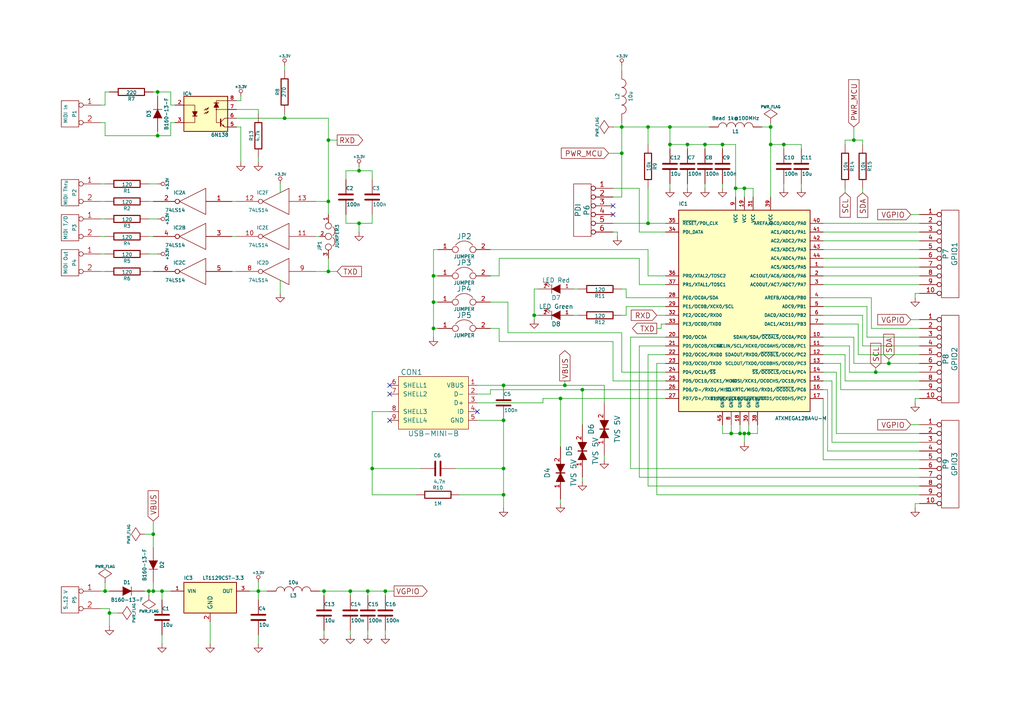
<source format=kicad_sch>
(kicad_sch (version 20250114) (generator "eeschema") (generator_version "9.0")
  (paper "A4")
  (title_block (title "uMIDI 0.2") (date "18 Jul 2014") (rev "A"))
  (lib_symbols
    (symbol "+3.3V-RESCUE-uMidi_1" (power) (pin_names (offset 0))
      (property "Value" "+3.3V-RESCUE-uMidi" (at 0 2.794 0))
      (symbol "+3.3V-RESCUE-uMidi_1_0_0"
        (pin power_in line (at 0 0 90) (length 0) (hide yes) (name "+3.3V") (number "1"))
      )
    )
    (symbol "+3.3V-RESCUE-uMidi_10" (power) (pin_names (offset 0))
      (property "Value" "+3.3V-RESCUE-uMidi" (at 0 2.794 0))
      (symbol "+3.3V-RESCUE-uMidi_10_0_0"
        (pin power_in line (at 0 0 90) (length 0) (hide yes) (name "+3.3V") (number "1"))
      )
    )
    (symbol "+3.3V-RESCUE-uMidi_11" (power) (pin_names (offset 0))
      (property "Value" "+3.3V-RESCUE-uMidi" (at 0 2.794 0))
      (symbol "+3.3V-RESCUE-uMidi_11_0_0"
        (pin power_in line (at 0 0 90) (length 0) (hide yes) (name "+3.3V") (number "1"))
      )
    )
    (symbol "+3.3V-RESCUE-uMidi_12" (power) (pin_names (offset 0))
      (property "Value" "+3.3V-RESCUE-uMidi" (at 0 2.794 0))
      (symbol "+3.3V-RESCUE-uMidi_12_0_0"
        (pin power_in line (at 0 0 90) (length 0) (hide yes) (name "+3.3V") (number "1"))
      )
    )
    (symbol "+3.3V-RESCUE-uMidi_13" (power) (pin_names (offset 0))
      (property "Value" "+3.3V-RESCUE-uMidi" (at 0 2.794 0))
      (symbol "+3.3V-RESCUE-uMidi_13_0_0"
        (pin power_in line (at 0 0 90) (length 0) (hide yes) (name "+3.3V") (number "1"))
      )
    )
    (symbol "+3.3V-RESCUE-uMidi_14" (power) (pin_names (offset 0))
      (property "Value" "+3.3V-RESCUE-uMidi" (at 0 2.794 0))
      (symbol "+3.3V-RESCUE-uMidi_14_0_0"
        (pin power_in line (at 0 0 90) (length 0) (hide yes) (name "+3.3V") (number "1"))
      )
    )
    (symbol "+3.3V-RESCUE-uMidi_15" (power) (pin_names (offset 0))
      (property "Value" "+3.3V-RESCUE-uMidi" (at 0 2.794 0))
      (symbol "+3.3V-RESCUE-uMidi_15_0_0"
        (pin power_in line (at 0 0 90) (length 0) (hide yes) (name "+3.3V") (number "1"))
      )
    )
    (symbol "+3.3V-RESCUE-uMidi_16" (power) (pin_names (offset 0))
      (property "Value" "+3.3V-RESCUE-uMidi" (at 0 2.794 0))
      (symbol "+3.3V-RESCUE-uMidi_16_0_0"
        (pin power_in line (at 0 0 90) (length 0) (hide yes) (name "+3.3V") (number "1"))
      )
    )
    (symbol "+3.3V-RESCUE-uMidi_17" (power) (pin_names (offset 0))
      (property "Value" "+3.3V-RESCUE-uMidi" (at 0 2.794 0))
      (symbol "+3.3V-RESCUE-uMidi_17_0_0"
        (pin power_in line (at 0 0 90) (length 0) (hide yes) (name "+3.3V") (number "1"))
      )
    )
    (symbol "+3.3V-RESCUE-uMidi_18" (power) (pin_names (offset 0))
      (property "Value" "+3.3V-RESCUE-uMidi" (at 0 2.794 0))
      (symbol "+3.3V-RESCUE-uMidi_18_0_0"
        (pin power_in line (at 0 0 90) (length 0) (hide yes) (name "+3.3V") (number "1"))
      )
    )
    (symbol "+3.3V-RESCUE-uMidi_2" (power) (pin_names (offset 0))
      (property "Value" "+3.3V-RESCUE-uMidi" (at 0 2.794 0))
      (symbol "+3.3V-RESCUE-uMidi_2_0_0"
        (pin power_in line (at 0 0 90) (length 0) (hide yes) (name "+3.3V") (number "1"))
      )
    )
    (symbol "+3.3V-RESCUE-uMidi_3" (power) (pin_names (offset 0))
      (property "Value" "+3.3V-RESCUE-uMidi" (at 0 2.794 0))
      (symbol "+3.3V-RESCUE-uMidi_3_0_0"
        (pin power_in line (at 0 0 90) (length 0) (hide yes) (name "+3.3V") (number "1"))
      )
    )
    (symbol "+3.3V-RESCUE-uMidi_4" (power) (pin_names (offset 0))
      (property "Value" "+3.3V-RESCUE-uMidi" (at 0 2.794 0))
      (symbol "+3.3V-RESCUE-uMidi_4_0_0"
        (pin power_in line (at 0 0 90) (length 0) (hide yes) (name "+3.3V") (number "1"))
      )
    )
    (symbol "+3.3V-RESCUE-uMidi_5" (power) (pin_names (offset 0))
      (property "Value" "+3.3V-RESCUE-uMidi" (at 0 2.794 0))
      (symbol "+3.3V-RESCUE-uMidi_5_0_0"
        (pin power_in line (at 0 0 90) (length 0) (hide yes) (name "+3.3V") (number "1"))
      )
    )
    (symbol "+3.3V-RESCUE-uMidi_6" (power) (pin_names (offset 0))
      (property "Value" "+3.3V-RESCUE-uMidi" (at 0 2.794 0))
      (symbol "+3.3V-RESCUE-uMidi_6_0_0"
        (pin power_in line (at 0 0 90) (length 0) (hide yes) (name "+3.3V") (number "1"))
      )
    )
    (symbol "+3.3V-RESCUE-uMidi_7" (power) (pin_names (offset 0))
      (property "Value" "+3.3V-RESCUE-uMidi" (at 0 2.794 0))
      (symbol "+3.3V-RESCUE-uMidi_7_0_0"
        (pin power_in line (at 0 0 90) (length 0) (hide yes) (name "+3.3V") (number "1"))
      )
    )
    (symbol "+3.3V-RESCUE-uMidi_8" (power) (pin_names (offset 0))
      (property "Value" "+3.3V-RESCUE-uMidi" (at 0 2.794 0))
      (symbol "+3.3V-RESCUE-uMidi_8_0_0"
        (pin power_in line (at 0 0 90) (length 0) (hide yes) (name "+3.3V") (number "1"))
      )
    )
    (symbol "+3.3V-RESCUE-uMidi_9" (power) (pin_names (offset 0))
      (property "Value" "+3.3V-RESCUE-uMidi" (at 0 2.794 0))
      (symbol "+3.3V-RESCUE-uMidi_9_0_0"
        (pin power_in line (at 0 0 90) (length 0) (hide yes) (name "+3.3V") (number "1"))
      )
    )
    (symbol "6N135-RESCUE-uMidi_1" (pin_names (offset 1.016))
      (property "Reference" "IC" (at -5.334 5.842 0))
      (property "Value" "6N135-RESCUE-uMidi" (at 4.064 -6.096 0))
      (property "Footprint" "DIP8" (at -5.08 -5.842 0))
      (symbol "6N135-RESCUE-uMidi_1_1_1"
        (pin passive line (at -8.89 2.54 0) (length 2.54) (name "~") (number "2"))
        (pin passive line (at -8.89 -2.54 0) (length 2.54) (name "~") (number "3"))
        (pin passive line (at 8.89 3.81 180) (length 2.54) (name "~") (number "8"))
        (pin passive line (at 8.89 1.27 180) (length 2.54) (name "~") (number "7"))
        (pin passive line (at 8.89 -1.27 180) (length 2.54) (name "~") (number "6"))
        (pin passive line (at 8.89 -3.81 180) (length 2.54) (name "~") (number "5"))
      )
    )
    (symbol "6N135-RESCUE-uMidi_2" (pin_names (offset 1.016))
      (property "Reference" "IC" (at -5.334 5.842 0))
      (property "Value" "6N135-RESCUE-uMidi" (at 4.064 -6.096 0))
      (property "Footprint" "DIP8" (at -5.08 -5.842 0))
      (symbol "6N135-RESCUE-uMidi_2_1_1"
        (pin passive line (at -8.89 2.54 0) (length 2.54) (name "~") (number "2"))
        (pin passive line (at -8.89 -2.54 0) (length 2.54) (name "~") (number "3"))
        (pin passive line (at 8.89 3.81 180) (length 2.54) (name "~") (number "8"))
        (pin passive line (at 8.89 1.27 180) (length 2.54) (name "~") (number "7"))
        (pin passive line (at 8.89 -1.27 180) (length 2.54) (name "~") (number "6"))
        (pin passive line (at 8.89 -3.81 180) (length 2.54) (name "~") (number "5"))
      )
    )
    (symbol "74LS14_1" (pin_names (offset 0.762))
      (property "Reference" "U" (at 3.81 2.54 0))
      (property "Value" "74LS14" (at 5.08 -2.54 0))
      (symbol "74LS14_1_0_0"
        (pin power_in line (at -1.27 2.54 270) (length 0) (hide yes) (name "VCC") (number "14"))
        (pin power_in line (at -1.27 -2.54 90) (length 0) (hide yes) (name "GND") (number "7"))
      )
      (symbol "74LS14_1_1_1"
        (pin input line (at -11.43 0 0) (length 7.62) (name "~") (number "1"))
        (pin output inverted (at 11.43 0 180) (length 7.62) (name "~") (number "2"))
      )
      (symbol "74LS14_1_1_2"
        (pin input inverted (at -11.43 0 0) (length 7.62) (name "~") (number "1"))
        (pin output line (at 11.43 0 180) (length 7.62) (name "~") (number "2"))
      )
      (symbol "74LS14_1_2_1"
        (pin input line (at -11.43 0 0) (length 7.62) (name "~") (number "3"))
        (pin output inverted (at 11.43 0 180) (length 7.62) (name "~") (number "4"))
      )
      (symbol "74LS14_1_2_2"
        (pin input inverted (at -11.43 0 0) (length 7.62) (name "~") (number "3"))
        (pin output line (at 11.43 0 180) (length 7.62) (name "~") (number "4"))
      )
      (symbol "74LS14_1_3_1"
        (pin input line (at -11.43 0 0) (length 7.62) (name "~") (number "5"))
        (pin output inverted (at 11.43 0 180) (length 7.62) (name "~") (number "6"))
      )
      (symbol "74LS14_1_3_2"
        (pin input inverted (at -11.43 0 0) (length 7.62) (name "~") (number "5"))
        (pin output line (at 11.43 0 180) (length 7.62) (name "~") (number "6"))
      )
      (symbol "74LS14_1_4_1"
        (pin input line (at -11.43 0 0) (length 7.62) (name "~") (number "9"))
        (pin output inverted (at 11.43 0 180) (length 7.62) (name "~") (number "8"))
      )
      (symbol "74LS14_1_4_2"
        (pin input inverted (at -11.43 0 0) (length 7.62) (name "~") (number "9"))
        (pin output line (at 11.43 0 180) (length 7.62) (name "~") (number "8"))
      )
      (symbol "74LS14_1_5_1"
        (pin input line (at -11.43 0 0) (length 7.62) (name "~") (number "11"))
        (pin output inverted (at 11.43 0 180) (length 7.62) (name "~") (number "10"))
      )
      (symbol "74LS14_1_5_2"
        (pin input inverted (at -11.43 0 0) (length 7.62) (name "~") (number "11"))
        (pin output line (at 11.43 0 180) (length 7.62) (name "~") (number "10"))
      )
      (symbol "74LS14_1_6_1"
        (pin input line (at -11.43 0 0) (length 7.62) (name "~") (number "13"))
        (pin output inverted (at 11.43 0 180) (length 7.62) (name "~") (number "12"))
      )
      (symbol "74LS14_1_6_2"
        (pin input inverted (at -11.43 0 0) (length 7.62) (name "~") (number "13"))
        (pin output line (at 11.43 0 180) (length 7.62) (name "~") (number "12"))
      )
    )
    (symbol "74LS14_10" (pin_names (offset 0.762))
      (property "Reference" "U" (at 3.81 2.54 0))
      (property "Value" "74LS14" (at 5.08 -2.54 0))
      (symbol "74LS14_10_0_0"
        (pin power_in line (at -1.27 2.54 270) (length 0) (hide yes) (name "VCC") (number "14"))
        (pin power_in line (at -1.27 -2.54 90) (length 0) (hide yes) (name "GND") (number "7"))
      )
      (symbol "74LS14_10_1_1"
        (pin input line (at -11.43 0 0) (length 7.62) (name "~") (number "1"))
        (pin output inverted (at 11.43 0 180) (length 7.62) (name "~") (number "2"))
      )
      (symbol "74LS14_10_1_2"
        (pin input inverted (at -11.43 0 0) (length 7.62) (name "~") (number "1"))
        (pin output line (at 11.43 0 180) (length 7.62) (name "~") (number "2"))
      )
      (symbol "74LS14_10_2_1"
        (pin input line (at -11.43 0 0) (length 7.62) (name "~") (number "3"))
        (pin output inverted (at 11.43 0 180) (length 7.62) (name "~") (number "4"))
      )
      (symbol "74LS14_10_2_2"
        (pin input inverted (at -11.43 0 0) (length 7.62) (name "~") (number "3"))
        (pin output line (at 11.43 0 180) (length 7.62) (name "~") (number "4"))
      )
      (symbol "74LS14_10_3_1"
        (pin input line (at -11.43 0 0) (length 7.62) (name "~") (number "5"))
        (pin output inverted (at 11.43 0 180) (length 7.62) (name "~") (number "6"))
      )
      (symbol "74LS14_10_3_2"
        (pin input inverted (at -11.43 0 0) (length 7.62) (name "~") (number "5"))
        (pin output line (at 11.43 0 180) (length 7.62) (name "~") (number "6"))
      )
      (symbol "74LS14_10_4_1"
        (pin input line (at -11.43 0 0) (length 7.62) (name "~") (number "9"))
        (pin output inverted (at 11.43 0 180) (length 7.62) (name "~") (number "8"))
      )
      (symbol "74LS14_10_4_2"
        (pin input inverted (at -11.43 0 0) (length 7.62) (name "~") (number "9"))
        (pin output line (at 11.43 0 180) (length 7.62) (name "~") (number "8"))
      )
      (symbol "74LS14_10_5_1"
        (pin input line (at -11.43 0 0) (length 7.62) (name "~") (number "11"))
        (pin output inverted (at 11.43 0 180) (length 7.62) (name "~") (number "10"))
      )
      (symbol "74LS14_10_5_2"
        (pin input inverted (at -11.43 0 0) (length 7.62) (name "~") (number "11"))
        (pin output line (at 11.43 0 180) (length 7.62) (name "~") (number "10"))
      )
      (symbol "74LS14_10_6_1"
        (pin input line (at -11.43 0 0) (length 7.62) (name "~") (number "13"))
        (pin output inverted (at 11.43 0 180) (length 7.62) (name "~") (number "12"))
      )
      (symbol "74LS14_10_6_2"
        (pin input inverted (at -11.43 0 0) (length 7.62) (name "~") (number "13"))
        (pin output line (at 11.43 0 180) (length 7.62) (name "~") (number "12"))
      )
    )
    (symbol "74LS14_11" (pin_names (offset 0.762))
      (property "Reference" "U" (at 3.81 2.54 0))
      (property "Value" "74LS14" (at 5.08 -2.54 0))
      (symbol "74LS14_11_0_0"
        (pin power_in line (at -1.27 2.54 270) (length 0) (hide yes) (name "VCC") (number "14"))
        (pin power_in line (at -1.27 -2.54 90) (length 0) (hide yes) (name "GND") (number "7"))
      )
      (symbol "74LS14_11_1_1"
        (pin input line (at -11.43 0 0) (length 7.62) (name "~") (number "1"))
        (pin output inverted (at 11.43 0 180) (length 7.62) (name "~") (number "2"))
      )
      (symbol "74LS14_11_1_2"
        (pin input inverted (at -11.43 0 0) (length 7.62) (name "~") (number "1"))
        (pin output line (at 11.43 0 180) (length 7.62) (name "~") (number "2"))
      )
      (symbol "74LS14_11_2_1"
        (pin input line (at -11.43 0 0) (length 7.62) (name "~") (number "3"))
        (pin output inverted (at 11.43 0 180) (length 7.62) (name "~") (number "4"))
      )
      (symbol "74LS14_11_2_2"
        (pin input inverted (at -11.43 0 0) (length 7.62) (name "~") (number "3"))
        (pin output line (at 11.43 0 180) (length 7.62) (name "~") (number "4"))
      )
      (symbol "74LS14_11_3_1"
        (pin input line (at -11.43 0 0) (length 7.62) (name "~") (number "5"))
        (pin output inverted (at 11.43 0 180) (length 7.62) (name "~") (number "6"))
      )
      (symbol "74LS14_11_3_2"
        (pin input inverted (at -11.43 0 0) (length 7.62) (name "~") (number "5"))
        (pin output line (at 11.43 0 180) (length 7.62) (name "~") (number "6"))
      )
      (symbol "74LS14_11_4_1"
        (pin input line (at -11.43 0 0) (length 7.62) (name "~") (number "9"))
        (pin output inverted (at 11.43 0 180) (length 7.62) (name "~") (number "8"))
      )
      (symbol "74LS14_11_4_2"
        (pin input inverted (at -11.43 0 0) (length 7.62) (name "~") (number "9"))
        (pin output line (at 11.43 0 180) (length 7.62) (name "~") (number "8"))
      )
      (symbol "74LS14_11_5_1"
        (pin input line (at -11.43 0 0) (length 7.62) (name "~") (number "11"))
        (pin output inverted (at 11.43 0 180) (length 7.62) (name "~") (number "10"))
      )
      (symbol "74LS14_11_5_2"
        (pin input inverted (at -11.43 0 0) (length 7.62) (name "~") (number "11"))
        (pin output line (at 11.43 0 180) (length 7.62) (name "~") (number "10"))
      )
      (symbol "74LS14_11_6_1"
        (pin input line (at -11.43 0 0) (length 7.62) (name "~") (number "13"))
        (pin output inverted (at 11.43 0 180) (length 7.62) (name "~") (number "12"))
      )
      (symbol "74LS14_11_6_2"
        (pin input inverted (at -11.43 0 0) (length 7.62) (name "~") (number "13"))
        (pin output line (at 11.43 0 180) (length 7.62) (name "~") (number "12"))
      )
    )
    (symbol "74LS14_12" (pin_names (offset 0.762))
      (property "Reference" "U" (at 3.81 2.54 0))
      (property "Value" "74LS14" (at 5.08 -2.54 0))
      (symbol "74LS14_12_0_0"
        (pin power_in line (at -1.27 2.54 270) (length 0) (hide yes) (name "VCC") (number "14"))
        (pin power_in line (at -1.27 -2.54 90) (length 0) (hide yes) (name "GND") (number "7"))
      )
      (symbol "74LS14_12_1_1"
        (pin input line (at -11.43 0 0) (length 7.62) (name "~") (number "1"))
        (pin output inverted (at 11.43 0 180) (length 7.62) (name "~") (number "2"))
      )
      (symbol "74LS14_12_1_2"
        (pin input inverted (at -11.43 0 0) (length 7.62) (name "~") (number "1"))
        (pin output line (at 11.43 0 180) (length 7.62) (name "~") (number "2"))
      )
      (symbol "74LS14_12_2_1"
        (pin input line (at -11.43 0 0) (length 7.62) (name "~") (number "3"))
        (pin output inverted (at 11.43 0 180) (length 7.62) (name "~") (number "4"))
      )
      (symbol "74LS14_12_2_2"
        (pin input inverted (at -11.43 0 0) (length 7.62) (name "~") (number "3"))
        (pin output line (at 11.43 0 180) (length 7.62) (name "~") (number "4"))
      )
      (symbol "74LS14_12_3_1"
        (pin input line (at -11.43 0 0) (length 7.62) (name "~") (number "5"))
        (pin output inverted (at 11.43 0 180) (length 7.62) (name "~") (number "6"))
      )
      (symbol "74LS14_12_3_2"
        (pin input inverted (at -11.43 0 0) (length 7.62) (name "~") (number "5"))
        (pin output line (at 11.43 0 180) (length 7.62) (name "~") (number "6"))
      )
      (symbol "74LS14_12_4_1"
        (pin input line (at -11.43 0 0) (length 7.62) (name "~") (number "9"))
        (pin output inverted (at 11.43 0 180) (length 7.62) (name "~") (number "8"))
      )
      (symbol "74LS14_12_4_2"
        (pin input inverted (at -11.43 0 0) (length 7.62) (name "~") (number "9"))
        (pin output line (at 11.43 0 180) (length 7.62) (name "~") (number "8"))
      )
      (symbol "74LS14_12_5_1"
        (pin input line (at -11.43 0 0) (length 7.62) (name "~") (number "11"))
        (pin output inverted (at 11.43 0 180) (length 7.62) (name "~") (number "10"))
      )
      (symbol "74LS14_12_5_2"
        (pin input inverted (at -11.43 0 0) (length 7.62) (name "~") (number "11"))
        (pin output line (at 11.43 0 180) (length 7.62) (name "~") (number "10"))
      )
      (symbol "74LS14_12_6_1"
        (pin input line (at -11.43 0 0) (length 7.62) (name "~") (number "13"))
        (pin output inverted (at 11.43 0 180) (length 7.62) (name "~") (number "12"))
      )
      (symbol "74LS14_12_6_2"
        (pin input inverted (at -11.43 0 0) (length 7.62) (name "~") (number "13"))
        (pin output line (at 11.43 0 180) (length 7.62) (name "~") (number "12"))
      )
    )
    (symbol "74LS14_2" (pin_names (offset 0.762))
      (property "Reference" "U" (at 3.81 2.54 0))
      (property "Value" "74LS14" (at 5.08 -2.54 0))
      (symbol "74LS14_2_0_0"
        (pin power_in line (at -1.27 2.54 270) (length 0) (hide yes) (name "VCC") (number "14"))
        (pin power_in line (at -1.27 -2.54 90) (length 0) (hide yes) (name "GND") (number "7"))
      )
      (symbol "74LS14_2_1_1"
        (pin input line (at -11.43 0 0) (length 7.62) (name "~") (number "1"))
        (pin output inverted (at 11.43 0 180) (length 7.62) (name "~") (number "2"))
      )
      (symbol "74LS14_2_1_2"
        (pin input inverted (at -11.43 0 0) (length 7.62) (name "~") (number "1"))
        (pin output line (at 11.43 0 180) (length 7.62) (name "~") (number "2"))
      )
      (symbol "74LS14_2_2_1"
        (pin input line (at -11.43 0 0) (length 7.62) (name "~") (number "3"))
        (pin output inverted (at 11.43 0 180) (length 7.62) (name "~") (number "4"))
      )
      (symbol "74LS14_2_2_2"
        (pin input inverted (at -11.43 0 0) (length 7.62) (name "~") (number "3"))
        (pin output line (at 11.43 0 180) (length 7.62) (name "~") (number "4"))
      )
      (symbol "74LS14_2_3_1"
        (pin input line (at -11.43 0 0) (length 7.62) (name "~") (number "5"))
        (pin output inverted (at 11.43 0 180) (length 7.62) (name "~") (number "6"))
      )
      (symbol "74LS14_2_3_2"
        (pin input inverted (at -11.43 0 0) (length 7.62) (name "~") (number "5"))
        (pin output line (at 11.43 0 180) (length 7.62) (name "~") (number "6"))
      )
      (symbol "74LS14_2_4_1"
        (pin input line (at -11.43 0 0) (length 7.62) (name "~") (number "9"))
        (pin output inverted (at 11.43 0 180) (length 7.62) (name "~") (number "8"))
      )
      (symbol "74LS14_2_4_2"
        (pin input inverted (at -11.43 0 0) (length 7.62) (name "~") (number "9"))
        (pin output line (at 11.43 0 180) (length 7.62) (name "~") (number "8"))
      )
      (symbol "74LS14_2_5_1"
        (pin input line (at -11.43 0 0) (length 7.62) (name "~") (number "11"))
        (pin output inverted (at 11.43 0 180) (length 7.62) (name "~") (number "10"))
      )
      (symbol "74LS14_2_5_2"
        (pin input inverted (at -11.43 0 0) (length 7.62) (name "~") (number "11"))
        (pin output line (at 11.43 0 180) (length 7.62) (name "~") (number "10"))
      )
      (symbol "74LS14_2_6_1"
        (pin input line (at -11.43 0 0) (length 7.62) (name "~") (number "13"))
        (pin output inverted (at 11.43 0 180) (length 7.62) (name "~") (number "12"))
      )
      (symbol "74LS14_2_6_2"
        (pin input inverted (at -11.43 0 0) (length 7.62) (name "~") (number "13"))
        (pin output line (at 11.43 0 180) (length 7.62) (name "~") (number "12"))
      )
    )
    (symbol "74LS14_3" (pin_names (offset 0.762))
      (property "Reference" "U" (at 3.81 2.54 0))
      (property "Value" "74LS14" (at 5.08 -2.54 0))
      (symbol "74LS14_3_0_0"
        (pin power_in line (at -1.27 2.54 270) (length 0) (hide yes) (name "VCC") (number "14"))
        (pin power_in line (at -1.27 -2.54 90) (length 0) (hide yes) (name "GND") (number "7"))
      )
      (symbol "74LS14_3_1_1"
        (pin input line (at -11.43 0 0) (length 7.62) (name "~") (number "1"))
        (pin output inverted (at 11.43 0 180) (length 7.62) (name "~") (number "2"))
      )
      (symbol "74LS14_3_1_2"
        (pin input inverted (at -11.43 0 0) (length 7.62) (name "~") (number "1"))
        (pin output line (at 11.43 0 180) (length 7.62) (name "~") (number "2"))
      )
      (symbol "74LS14_3_2_1"
        (pin input line (at -11.43 0 0) (length 7.62) (name "~") (number "3"))
        (pin output inverted (at 11.43 0 180) (length 7.62) (name "~") (number "4"))
      )
      (symbol "74LS14_3_2_2"
        (pin input inverted (at -11.43 0 0) (length 7.62) (name "~") (number "3"))
        (pin output line (at 11.43 0 180) (length 7.62) (name "~") (number "4"))
      )
      (symbol "74LS14_3_3_1"
        (pin input line (at -11.43 0 0) (length 7.62) (name "~") (number "5"))
        (pin output inverted (at 11.43 0 180) (length 7.62) (name "~") (number "6"))
      )
      (symbol "74LS14_3_3_2"
        (pin input inverted (at -11.43 0 0) (length 7.62) (name "~") (number "5"))
        (pin output line (at 11.43 0 180) (length 7.62) (name "~") (number "6"))
      )
      (symbol "74LS14_3_4_1"
        (pin input line (at -11.43 0 0) (length 7.62) (name "~") (number "9"))
        (pin output inverted (at 11.43 0 180) (length 7.62) (name "~") (number "8"))
      )
      (symbol "74LS14_3_4_2"
        (pin input inverted (at -11.43 0 0) (length 7.62) (name "~") (number "9"))
        (pin output line (at 11.43 0 180) (length 7.62) (name "~") (number "8"))
      )
      (symbol "74LS14_3_5_1"
        (pin input line (at -11.43 0 0) (length 7.62) (name "~") (number "11"))
        (pin output inverted (at 11.43 0 180) (length 7.62) (name "~") (number "10"))
      )
      (symbol "74LS14_3_5_2"
        (pin input inverted (at -11.43 0 0) (length 7.62) (name "~") (number "11"))
        (pin output line (at 11.43 0 180) (length 7.62) (name "~") (number "10"))
      )
      (symbol "74LS14_3_6_1"
        (pin input line (at -11.43 0 0) (length 7.62) (name "~") (number "13"))
        (pin output inverted (at 11.43 0 180) (length 7.62) (name "~") (number "12"))
      )
      (symbol "74LS14_3_6_2"
        (pin input inverted (at -11.43 0 0) (length 7.62) (name "~") (number "13"))
        (pin output line (at 11.43 0 180) (length 7.62) (name "~") (number "12"))
      )
    )
    (symbol "74LS14_4" (pin_names (offset 0.762))
      (property "Reference" "U" (at 3.81 2.54 0))
      (property "Value" "74LS14" (at 5.08 -2.54 0))
      (symbol "74LS14_4_0_0"
        (pin power_in line (at -1.27 2.54 270) (length 0) (hide yes) (name "VCC") (number "14"))
        (pin power_in line (at -1.27 -2.54 90) (length 0) (hide yes) (name "GND") (number "7"))
      )
      (symbol "74LS14_4_1_1"
        (pin input line (at -11.43 0 0) (length 7.62) (name "~") (number "1"))
        (pin output inverted (at 11.43 0 180) (length 7.62) (name "~") (number "2"))
      )
      (symbol "74LS14_4_1_2"
        (pin input inverted (at -11.43 0 0) (length 7.62) (name "~") (number "1"))
        (pin output line (at 11.43 0 180) (length 7.62) (name "~") (number "2"))
      )
      (symbol "74LS14_4_2_1"
        (pin input line (at -11.43 0 0) (length 7.62) (name "~") (number "3"))
        (pin output inverted (at 11.43 0 180) (length 7.62) (name "~") (number "4"))
      )
      (symbol "74LS14_4_2_2"
        (pin input inverted (at -11.43 0 0) (length 7.62) (name "~") (number "3"))
        (pin output line (at 11.43 0 180) (length 7.62) (name "~") (number "4"))
      )
      (symbol "74LS14_4_3_1"
        (pin input line (at -11.43 0 0) (length 7.62) (name "~") (number "5"))
        (pin output inverted (at 11.43 0 180) (length 7.62) (name "~") (number "6"))
      )
      (symbol "74LS14_4_3_2"
        (pin input inverted (at -11.43 0 0) (length 7.62) (name "~") (number "5"))
        (pin output line (at 11.43 0 180) (length 7.62) (name "~") (number "6"))
      )
      (symbol "74LS14_4_4_1"
        (pin input line (at -11.43 0 0) (length 7.62) (name "~") (number "9"))
        (pin output inverted (at 11.43 0 180) (length 7.62) (name "~") (number "8"))
      )
      (symbol "74LS14_4_4_2"
        (pin input inverted (at -11.43 0 0) (length 7.62) (name "~") (number "9"))
        (pin output line (at 11.43 0 180) (length 7.62) (name "~") (number "8"))
      )
      (symbol "74LS14_4_5_1"
        (pin input line (at -11.43 0 0) (length 7.62) (name "~") (number "11"))
        (pin output inverted (at 11.43 0 180) (length 7.62) (name "~") (number "10"))
      )
      (symbol "74LS14_4_5_2"
        (pin input inverted (at -11.43 0 0) (length 7.62) (name "~") (number "11"))
        (pin output line (at 11.43 0 180) (length 7.62) (name "~") (number "10"))
      )
      (symbol "74LS14_4_6_1"
        (pin input line (at -11.43 0 0) (length 7.62) (name "~") (number "13"))
        (pin output inverted (at 11.43 0 180) (length 7.62) (name "~") (number "12"))
      )
      (symbol "74LS14_4_6_2"
        (pin input inverted (at -11.43 0 0) (length 7.62) (name "~") (number "13"))
        (pin output line (at 11.43 0 180) (length 7.62) (name "~") (number "12"))
      )
    )
    (symbol "74LS14_5" (pin_names (offset 0.762))
      (property "Reference" "U" (at 3.81 2.54 0))
      (property "Value" "74LS14" (at 5.08 -2.54 0))
      (symbol "74LS14_5_0_0"
        (pin power_in line (at -1.27 2.54 270) (length 0) (hide yes) (name "VCC") (number "14"))
        (pin power_in line (at -1.27 -2.54 90) (length 0) (hide yes) (name "GND") (number "7"))
      )
      (symbol "74LS14_5_1_1"
        (pin input line (at -11.43 0 0) (length 7.62) (name "~") (number "1"))
        (pin output inverted (at 11.43 0 180) (length 7.62) (name "~") (number "2"))
      )
      (symbol "74LS14_5_1_2"
        (pin input inverted (at -11.43 0 0) (length 7.62) (name "~") (number "1"))
        (pin output line (at 11.43 0 180) (length 7.62) (name "~") (number "2"))
      )
      (symbol "74LS14_5_2_1"
        (pin input line (at -11.43 0 0) (length 7.62) (name "~") (number "3"))
        (pin output inverted (at 11.43 0 180) (length 7.62) (name "~") (number "4"))
      )
      (symbol "74LS14_5_2_2"
        (pin input inverted (at -11.43 0 0) (length 7.62) (name "~") (number "3"))
        (pin output line (at 11.43 0 180) (length 7.62) (name "~") (number "4"))
      )
      (symbol "74LS14_5_3_1"
        (pin input line (at -11.43 0 0) (length 7.62) (name "~") (number "5"))
        (pin output inverted (at 11.43 0 180) (length 7.62) (name "~") (number "6"))
      )
      (symbol "74LS14_5_3_2"
        (pin input inverted (at -11.43 0 0) (length 7.62) (name "~") (number "5"))
        (pin output line (at 11.43 0 180) (length 7.62) (name "~") (number "6"))
      )
      (symbol "74LS14_5_4_1"
        (pin input line (at -11.43 0 0) (length 7.62) (name "~") (number "9"))
        (pin output inverted (at 11.43 0 180) (length 7.62) (name "~") (number "8"))
      )
      (symbol "74LS14_5_4_2"
        (pin input inverted (at -11.43 0 0) (length 7.62) (name "~") (number "9"))
        (pin output line (at 11.43 0 180) (length 7.62) (name "~") (number "8"))
      )
      (symbol "74LS14_5_5_1"
        (pin input line (at -11.43 0 0) (length 7.62) (name "~") (number "11"))
        (pin output inverted (at 11.43 0 180) (length 7.62) (name "~") (number "10"))
      )
      (symbol "74LS14_5_5_2"
        (pin input inverted (at -11.43 0 0) (length 7.62) (name "~") (number "11"))
        (pin output line (at 11.43 0 180) (length 7.62) (name "~") (number "10"))
      )
      (symbol "74LS14_5_6_1"
        (pin input line (at -11.43 0 0) (length 7.62) (name "~") (number "13"))
        (pin output inverted (at 11.43 0 180) (length 7.62) (name "~") (number "12"))
      )
      (symbol "74LS14_5_6_2"
        (pin input inverted (at -11.43 0 0) (length 7.62) (name "~") (number "13"))
        (pin output line (at 11.43 0 180) (length 7.62) (name "~") (number "12"))
      )
    )
    (symbol "74LS14_6" (pin_names (offset 0.762))
      (property "Reference" "U" (at 3.81 2.54 0))
      (property "Value" "74LS14" (at 5.08 -2.54 0))
      (symbol "74LS14_6_0_0"
        (pin power_in line (at -1.27 2.54 270) (length 0) (hide yes) (name "VCC") (number "14"))
        (pin power_in line (at -1.27 -2.54 90) (length 0) (hide yes) (name "GND") (number "7"))
      )
      (symbol "74LS14_6_1_1"
        (pin input line (at -11.43 0 0) (length 7.62) (name "~") (number "1"))
        (pin output inverted (at 11.43 0 180) (length 7.62) (name "~") (number "2"))
      )
      (symbol "74LS14_6_1_2"
        (pin input inverted (at -11.43 0 0) (length 7.62) (name "~") (number "1"))
        (pin output line (at 11.43 0 180) (length 7.62) (name "~") (number "2"))
      )
      (symbol "74LS14_6_2_1"
        (pin input line (at -11.43 0 0) (length 7.62) (name "~") (number "3"))
        (pin output inverted (at 11.43 0 180) (length 7.62) (name "~") (number "4"))
      )
      (symbol "74LS14_6_2_2"
        (pin input inverted (at -11.43 0 0) (length 7.62) (name "~") (number "3"))
        (pin output line (at 11.43 0 180) (length 7.62) (name "~") (number "4"))
      )
      (symbol "74LS14_6_3_1"
        (pin input line (at -11.43 0 0) (length 7.62) (name "~") (number "5"))
        (pin output inverted (at 11.43 0 180) (length 7.62) (name "~") (number "6"))
      )
      (symbol "74LS14_6_3_2"
        (pin input inverted (at -11.43 0 0) (length 7.62) (name "~") (number "5"))
        (pin output line (at 11.43 0 180) (length 7.62) (name "~") (number "6"))
      )
      (symbol "74LS14_6_4_1"
        (pin input line (at -11.43 0 0) (length 7.62) (name "~") (number "9"))
        (pin output inverted (at 11.43 0 180) (length 7.62) (name "~") (number "8"))
      )
      (symbol "74LS14_6_4_2"
        (pin input inverted (at -11.43 0 0) (length 7.62) (name "~") (number "9"))
        (pin output line (at 11.43 0 180) (length 7.62) (name "~") (number "8"))
      )
      (symbol "74LS14_6_5_1"
        (pin input line (at -11.43 0 0) (length 7.62) (name "~") (number "11"))
        (pin output inverted (at 11.43 0 180) (length 7.62) (name "~") (number "10"))
      )
      (symbol "74LS14_6_5_2"
        (pin input inverted (at -11.43 0 0) (length 7.62) (name "~") (number "11"))
        (pin output line (at 11.43 0 180) (length 7.62) (name "~") (number "10"))
      )
      (symbol "74LS14_6_6_1"
        (pin input line (at -11.43 0 0) (length 7.62) (name "~") (number "13"))
        (pin output inverted (at 11.43 0 180) (length 7.62) (name "~") (number "12"))
      )
      (symbol "74LS14_6_6_2"
        (pin input inverted (at -11.43 0 0) (length 7.62) (name "~") (number "13"))
        (pin output line (at 11.43 0 180) (length 7.62) (name "~") (number "12"))
      )
    )
    (symbol "74LS14_7" (pin_names (offset 0.762))
      (property "Reference" "U" (at 3.81 2.54 0))
      (property "Value" "74LS14" (at 5.08 -2.54 0))
      (symbol "74LS14_7_0_0"
        (pin power_in line (at -1.27 2.54 270) (length 0) (hide yes) (name "VCC") (number "14"))
        (pin power_in line (at -1.27 -2.54 90) (length 0) (hide yes) (name "GND") (number "7"))
      )
      (symbol "74LS14_7_1_1"
        (pin input line (at -11.43 0 0) (length 7.62) (name "~") (number "1"))
        (pin output inverted (at 11.43 0 180) (length 7.62) (name "~") (number "2"))
      )
      (symbol "74LS14_7_1_2"
        (pin input inverted (at -11.43 0 0) (length 7.62) (name "~") (number "1"))
        (pin output line (at 11.43 0 180) (length 7.62) (name "~") (number "2"))
      )
      (symbol "74LS14_7_2_1"
        (pin input line (at -11.43 0 0) (length 7.62) (name "~") (number "3"))
        (pin output inverted (at 11.43 0 180) (length 7.62) (name "~") (number "4"))
      )
      (symbol "74LS14_7_2_2"
        (pin input inverted (at -11.43 0 0) (length 7.62) (name "~") (number "3"))
        (pin output line (at 11.43 0 180) (length 7.62) (name "~") (number "4"))
      )
      (symbol "74LS14_7_3_1"
        (pin input line (at -11.43 0 0) (length 7.62) (name "~") (number "5"))
        (pin output inverted (at 11.43 0 180) (length 7.62) (name "~") (number "6"))
      )
      (symbol "74LS14_7_3_2"
        (pin input inverted (at -11.43 0 0) (length 7.62) (name "~") (number "5"))
        (pin output line (at 11.43 0 180) (length 7.62) (name "~") (number "6"))
      )
      (symbol "74LS14_7_4_1"
        (pin input line (at -11.43 0 0) (length 7.62) (name "~") (number "9"))
        (pin output inverted (at 11.43 0 180) (length 7.62) (name "~") (number "8"))
      )
      (symbol "74LS14_7_4_2"
        (pin input inverted (at -11.43 0 0) (length 7.62) (name "~") (number "9"))
        (pin output line (at 11.43 0 180) (length 7.62) (name "~") (number "8"))
      )
      (symbol "74LS14_7_5_1"
        (pin input line (at -11.43 0 0) (length 7.62) (name "~") (number "11"))
        (pin output inverted (at 11.43 0 180) (length 7.62) (name "~") (number "10"))
      )
      (symbol "74LS14_7_5_2"
        (pin input inverted (at -11.43 0 0) (length 7.62) (name "~") (number "11"))
        (pin output line (at 11.43 0 180) (length 7.62) (name "~") (number "10"))
      )
      (symbol "74LS14_7_6_1"
        (pin input line (at -11.43 0 0) (length 7.62) (name "~") (number "13"))
        (pin output inverted (at 11.43 0 180) (length 7.62) (name "~") (number "12"))
      )
      (symbol "74LS14_7_6_2"
        (pin input inverted (at -11.43 0 0) (length 7.62) (name "~") (number "13"))
        (pin output line (at 11.43 0 180) (length 7.62) (name "~") (number "12"))
      )
    )
    (symbol "74LS14_8" (pin_names (offset 0.762))
      (property "Reference" "U" (at 3.81 2.54 0))
      (property "Value" "74LS14" (at 5.08 -2.54 0))
      (symbol "74LS14_8_0_0"
        (pin power_in line (at -1.27 2.54 270) (length 0) (hide yes) (name "VCC") (number "14"))
        (pin power_in line (at -1.27 -2.54 90) (length 0) (hide yes) (name "GND") (number "7"))
      )
      (symbol "74LS14_8_1_1"
        (pin input line (at -11.43 0 0) (length 7.62) (name "~") (number "1"))
        (pin output inverted (at 11.43 0 180) (length 7.62) (name "~") (number "2"))
      )
      (symbol "74LS14_8_1_2"
        (pin input inverted (at -11.43 0 0) (length 7.62) (name "~") (number "1"))
        (pin output line (at 11.43 0 180) (length 7.62) (name "~") (number "2"))
      )
      (symbol "74LS14_8_2_1"
        (pin input line (at -11.43 0 0) (length 7.62) (name "~") (number "3"))
        (pin output inverted (at 11.43 0 180) (length 7.62) (name "~") (number "4"))
      )
      (symbol "74LS14_8_2_2"
        (pin input inverted (at -11.43 0 0) (length 7.62) (name "~") (number "3"))
        (pin output line (at 11.43 0 180) (length 7.62) (name "~") (number "4"))
      )
      (symbol "74LS14_8_3_1"
        (pin input line (at -11.43 0 0) (length 7.62) (name "~") (number "5"))
        (pin output inverted (at 11.43 0 180) (length 7.62) (name "~") (number "6"))
      )
      (symbol "74LS14_8_3_2"
        (pin input inverted (at -11.43 0 0) (length 7.62) (name "~") (number "5"))
        (pin output line (at 11.43 0 180) (length 7.62) (name "~") (number "6"))
      )
      (symbol "74LS14_8_4_1"
        (pin input line (at -11.43 0 0) (length 7.62) (name "~") (number "9"))
        (pin output inverted (at 11.43 0 180) (length 7.62) (name "~") (number "8"))
      )
      (symbol "74LS14_8_4_2"
        (pin input inverted (at -11.43 0 0) (length 7.62) (name "~") (number "9"))
        (pin output line (at 11.43 0 180) (length 7.62) (name "~") (number "8"))
      )
      (symbol "74LS14_8_5_1"
        (pin input line (at -11.43 0 0) (length 7.62) (name "~") (number "11"))
        (pin output inverted (at 11.43 0 180) (length 7.62) (name "~") (number "10"))
      )
      (symbol "74LS14_8_5_2"
        (pin input inverted (at -11.43 0 0) (length 7.62) (name "~") (number "11"))
        (pin output line (at 11.43 0 180) (length 7.62) (name "~") (number "10"))
      )
      (symbol "74LS14_8_6_1"
        (pin input line (at -11.43 0 0) (length 7.62) (name "~") (number "13"))
        (pin output inverted (at 11.43 0 180) (length 7.62) (name "~") (number "12"))
      )
      (symbol "74LS14_8_6_2"
        (pin input inverted (at -11.43 0 0) (length 7.62) (name "~") (number "13"))
        (pin output line (at 11.43 0 180) (length 7.62) (name "~") (number "12"))
      )
    )
    (symbol "74LS14_9" (pin_names (offset 0.762))
      (property "Reference" "U" (at 3.81 2.54 0))
      (property "Value" "74LS14" (at 5.08 -2.54 0))
      (symbol "74LS14_9_0_0"
        (pin power_in line (at -1.27 2.54 270) (length 0) (hide yes) (name "VCC") (number "14"))
        (pin power_in line (at -1.27 -2.54 90) (length 0) (hide yes) (name "GND") (number "7"))
      )
      (symbol "74LS14_9_1_1"
        (pin input line (at -11.43 0 0) (length 7.62) (name "~") (number "1"))
        (pin output inverted (at 11.43 0 180) (length 7.62) (name "~") (number "2"))
      )
      (symbol "74LS14_9_1_2"
        (pin input inverted (at -11.43 0 0) (length 7.62) (name "~") (number "1"))
        (pin output line (at 11.43 0 180) (length 7.62) (name "~") (number "2"))
      )
      (symbol "74LS14_9_2_1"
        (pin input line (at -11.43 0 0) (length 7.62) (name "~") (number "3"))
        (pin output inverted (at 11.43 0 180) (length 7.62) (name "~") (number "4"))
      )
      (symbol "74LS14_9_2_2"
        (pin input inverted (at -11.43 0 0) (length 7.62) (name "~") (number "3"))
        (pin output line (at 11.43 0 180) (length 7.62) (name "~") (number "4"))
      )
      (symbol "74LS14_9_3_1"
        (pin input line (at -11.43 0 0) (length 7.62) (name "~") (number "5"))
        (pin output inverted (at 11.43 0 180) (length 7.62) (name "~") (number "6"))
      )
      (symbol "74LS14_9_3_2"
        (pin input inverted (at -11.43 0 0) (length 7.62) (name "~") (number "5"))
        (pin output line (at 11.43 0 180) (length 7.62) (name "~") (number "6"))
      )
      (symbol "74LS14_9_4_1"
        (pin input line (at -11.43 0 0) (length 7.62) (name "~") (number "9"))
        (pin output inverted (at 11.43 0 180) (length 7.62) (name "~") (number "8"))
      )
      (symbol "74LS14_9_4_2"
        (pin input inverted (at -11.43 0 0) (length 7.62) (name "~") (number "9"))
        (pin output line (at 11.43 0 180) (length 7.62) (name "~") (number "8"))
      )
      (symbol "74LS14_9_5_1"
        (pin input line (at -11.43 0 0) (length 7.62) (name "~") (number "11"))
        (pin output inverted (at 11.43 0 180) (length 7.62) (name "~") (number "10"))
      )
      (symbol "74LS14_9_5_2"
        (pin input inverted (at -11.43 0 0) (length 7.62) (name "~") (number "11"))
        (pin output line (at 11.43 0 180) (length 7.62) (name "~") (number "10"))
      )
      (symbol "74LS14_9_6_1"
        (pin input line (at -11.43 0 0) (length 7.62) (name "~") (number "13"))
        (pin output inverted (at 11.43 0 180) (length 7.62) (name "~") (number "12"))
      )
      (symbol "74LS14_9_6_2"
        (pin input inverted (at -11.43 0 0) (length 7.62) (name "~") (number "13"))
        (pin output line (at 11.43 0 180) (length 7.62) (name "~") (number "12"))
      )
    )
    (symbol "C-RESCUE-uMidi_1" (pin_numbers (hide yes)) (pin_names (offset 0.254))
      (property "Reference" "C" (at 1.27 2.54 0))
      (property "Value" "C-RESCUE-uMidi" (at 1.27 -2.54 0))
      (symbol "C-RESCUE-uMidi_1_1_1"
        (pin passive line (at 0 5.08 270) (length 4.318) (name "~") (number "1"))
        (pin passive line (at 0 -5.08 90) (length 4.318) (name "~") (number "2"))
      )
    )
    (symbol "C-RESCUE-uMidi_10" (pin_numbers (hide yes)) (pin_names (offset 0.254))
      (property "Reference" "C" (at 1.27 2.54 0))
      (property "Value" "C-RESCUE-uMidi" (at 1.27 -2.54 0))
      (symbol "C-RESCUE-uMidi_10_1_1"
        (pin passive line (at 0 5.08 270) (length 4.318) (name "~") (number "1"))
        (pin passive line (at 0 -5.08 90) (length 4.318) (name "~") (number "2"))
      )
    )
    (symbol "C-RESCUE-uMidi_11" (pin_numbers (hide yes)) (pin_names (offset 0.254))
      (property "Reference" "C" (at 1.27 2.54 0))
      (property "Value" "C-RESCUE-uMidi" (at 1.27 -2.54 0))
      (symbol "C-RESCUE-uMidi_11_1_1"
        (pin passive line (at 0 5.08 270) (length 4.318) (name "~") (number "1"))
        (pin passive line (at 0 -5.08 90) (length 4.318) (name "~") (number "2"))
      )
    )
    (symbol "C-RESCUE-uMidi_12" (pin_numbers (hide yes)) (pin_names (offset 0.254))
      (property "Reference" "C" (at 1.27 2.54 0))
      (property "Value" "C-RESCUE-uMidi" (at 1.27 -2.54 0))
      (symbol "C-RESCUE-uMidi_12_1_1"
        (pin passive line (at 0 5.08 270) (length 4.318) (name "~") (number "1"))
        (pin passive line (at 0 -5.08 90) (length 4.318) (name "~") (number "2"))
      )
    )
    (symbol "C-RESCUE-uMidi_13" (pin_numbers (hide yes)) (pin_names (offset 0.254))
      (property "Reference" "C" (at 1.27 2.54 0))
      (property "Value" "C-RESCUE-uMidi" (at 1.27 -2.54 0))
      (symbol "C-RESCUE-uMidi_13_1_1"
        (pin passive line (at 0 5.08 270) (length 4.318) (name "~") (number "1"))
        (pin passive line (at 0 -5.08 90) (length 4.318) (name "~") (number "2"))
      )
    )
    (symbol "C-RESCUE-uMidi_14" (pin_numbers (hide yes)) (pin_names (offset 0.254))
      (property "Reference" "C" (at 1.27 2.54 0))
      (property "Value" "C-RESCUE-uMidi" (at 1.27 -2.54 0))
      (symbol "C-RESCUE-uMidi_14_1_1"
        (pin passive line (at 0 5.08 270) (length 4.318) (name "~") (number "1"))
        (pin passive line (at 0 -5.08 90) (length 4.318) (name "~") (number "2"))
      )
    )
    (symbol "C-RESCUE-uMidi_15" (pin_numbers (hide yes)) (pin_names (offset 0.254))
      (property "Reference" "C" (at 1.27 2.54 0))
      (property "Value" "C-RESCUE-uMidi" (at 1.27 -2.54 0))
      (symbol "C-RESCUE-uMidi_15_1_1"
        (pin passive line (at 0 5.08 270) (length 4.318) (name "~") (number "1"))
        (pin passive line (at 0 -5.08 90) (length 4.318) (name "~") (number "2"))
      )
    )
    (symbol "C-RESCUE-uMidi_16" (pin_numbers (hide yes)) (pin_names (offset 0.254))
      (property "Reference" "C" (at 1.27 2.54 0))
      (property "Value" "C-RESCUE-uMidi" (at 1.27 -2.54 0))
      (symbol "C-RESCUE-uMidi_16_1_1"
        (pin passive line (at 0 5.08 270) (length 4.318) (name "~") (number "1"))
        (pin passive line (at 0 -5.08 90) (length 4.318) (name "~") (number "2"))
      )
    )
    (symbol "C-RESCUE-uMidi_17" (pin_numbers (hide yes)) (pin_names (offset 0.254))
      (property "Reference" "C" (at 1.27 2.54 0))
      (property "Value" "C-RESCUE-uMidi" (at 1.27 -2.54 0))
      (symbol "C-RESCUE-uMidi_17_1_1"
        (pin passive line (at 0 5.08 270) (length 4.318) (name "~") (number "1"))
        (pin passive line (at 0 -5.08 90) (length 4.318) (name "~") (number "2"))
      )
    )
    (symbol "C-RESCUE-uMidi_18" (pin_numbers (hide yes)) (pin_names (offset 0.254))
      (property "Reference" "C" (at 1.27 2.54 0))
      (property "Value" "C-RESCUE-uMidi" (at 1.27 -2.54 0))
      (symbol "C-RESCUE-uMidi_18_1_1"
        (pin passive line (at 0 5.08 270) (length 4.318) (name "~") (number "1"))
        (pin passive line (at 0 -5.08 90) (length 4.318) (name "~") (number "2"))
      )
    )
    (symbol "C-RESCUE-uMidi_19" (pin_numbers (hide yes)) (pin_names (offset 0.254))
      (property "Reference" "C" (at 1.27 2.54 0))
      (property "Value" "C-RESCUE-uMidi" (at 1.27 -2.54 0))
      (symbol "C-RESCUE-uMidi_19_1_1"
        (pin passive line (at 0 5.08 270) (length 4.318) (name "~") (number "1"))
        (pin passive line (at 0 -5.08 90) (length 4.318) (name "~") (number "2"))
      )
    )
    (symbol "C-RESCUE-uMidi_2" (pin_numbers (hide yes)) (pin_names (offset 0.254))
      (property "Reference" "C" (at 1.27 2.54 0))
      (property "Value" "C-RESCUE-uMidi" (at 1.27 -2.54 0))
      (symbol "C-RESCUE-uMidi_2_1_1"
        (pin passive line (at 0 5.08 270) (length 4.318) (name "~") (number "1"))
        (pin passive line (at 0 -5.08 90) (length 4.318) (name "~") (number "2"))
      )
    )
    (symbol "C-RESCUE-uMidi_20" (pin_numbers (hide yes)) (pin_names (offset 0.254))
      (property "Reference" "C" (at 1.27 2.54 0))
      (property "Value" "C-RESCUE-uMidi" (at 1.27 -2.54 0))
      (symbol "C-RESCUE-uMidi_20_1_1"
        (pin passive line (at 0 5.08 270) (length 4.318) (name "~") (number "1"))
        (pin passive line (at 0 -5.08 90) (length 4.318) (name "~") (number "2"))
      )
    )
    (symbol "C-RESCUE-uMidi_21" (pin_numbers (hide yes)) (pin_names (offset 0.254))
      (property "Reference" "C" (at 1.27 2.54 0))
      (property "Value" "C-RESCUE-uMidi" (at 1.27 -2.54 0))
      (symbol "C-RESCUE-uMidi_21_1_1"
        (pin passive line (at 0 5.08 270) (length 4.318) (name "~") (number "1"))
        (pin passive line (at 0 -5.08 90) (length 4.318) (name "~") (number "2"))
      )
    )
    (symbol "C-RESCUE-uMidi_22" (pin_numbers (hide yes)) (pin_names (offset 0.254))
      (property "Reference" "C" (at 1.27 2.54 0))
      (property "Value" "C-RESCUE-uMidi" (at 1.27 -2.54 0))
      (symbol "C-RESCUE-uMidi_22_1_1"
        (pin passive line (at 0 5.08 270) (length 4.318) (name "~") (number "1"))
        (pin passive line (at 0 -5.08 90) (length 4.318) (name "~") (number "2"))
      )
    )
    (symbol "C-RESCUE-uMidi_23" (pin_numbers (hide yes)) (pin_names (offset 0.254))
      (property "Reference" "C" (at 1.27 2.54 0))
      (property "Value" "C-RESCUE-uMidi" (at 1.27 -2.54 0))
      (symbol "C-RESCUE-uMidi_23_1_1"
        (pin passive line (at 0 5.08 270) (length 4.318) (name "~") (number "1"))
        (pin passive line (at 0 -5.08 90) (length 4.318) (name "~") (number "2"))
      )
    )
    (symbol "C-RESCUE-uMidi_24" (pin_numbers (hide yes)) (pin_names (offset 0.254))
      (property "Reference" "C" (at 1.27 2.54 0))
      (property "Value" "C-RESCUE-uMidi" (at 1.27 -2.54 0))
      (symbol "C-RESCUE-uMidi_24_1_1"
        (pin passive line (at 0 5.08 270) (length 4.318) (name "~") (number "1"))
        (pin passive line (at 0 -5.08 90) (length 4.318) (name "~") (number "2"))
      )
    )
    (symbol "C-RESCUE-uMidi_25" (pin_numbers (hide yes)) (pin_names (offset 0.254))
      (property "Reference" "C" (at 1.27 2.54 0))
      (property "Value" "C-RESCUE-uMidi" (at 1.27 -2.54 0))
      (symbol "C-RESCUE-uMidi_25_1_1"
        (pin passive line (at 0 5.08 270) (length 4.318) (name "~") (number "1"))
        (pin passive line (at 0 -5.08 90) (length 4.318) (name "~") (number "2"))
      )
    )
    (symbol "C-RESCUE-uMidi_26" (pin_numbers (hide yes)) (pin_names (offset 0.254))
      (property "Reference" "C" (at 1.27 2.54 0))
      (property "Value" "C-RESCUE-uMidi" (at 1.27 -2.54 0))
      (symbol "C-RESCUE-uMidi_26_1_1"
        (pin passive line (at 0 5.08 270) (length 4.318) (name "~") (number "1"))
        (pin passive line (at 0 -5.08 90) (length 4.318) (name "~") (number "2"))
      )
    )
    (symbol "C-RESCUE-uMidi_27" (pin_numbers (hide yes)) (pin_names (offset 0.254))
      (property "Reference" "C" (at 1.27 2.54 0))
      (property "Value" "C-RESCUE-uMidi" (at 1.27 -2.54 0))
      (symbol "C-RESCUE-uMidi_27_1_1"
        (pin passive line (at 0 5.08 270) (length 4.318) (name "~") (number "1"))
        (pin passive line (at 0 -5.08 90) (length 4.318) (name "~") (number "2"))
      )
    )
    (symbol "C-RESCUE-uMidi_28" (pin_numbers (hide yes)) (pin_names (offset 0.254))
      (property "Reference" "C" (at 1.27 2.54 0))
      (property "Value" "C-RESCUE-uMidi" (at 1.27 -2.54 0))
      (symbol "C-RESCUE-uMidi_28_1_1"
        (pin passive line (at 0 5.08 270) (length 4.318) (name "~") (number "1"))
        (pin passive line (at 0 -5.08 90) (length 4.318) (name "~") (number "2"))
      )
    )
    (symbol "C-RESCUE-uMidi_29" (pin_numbers (hide yes)) (pin_names (offset 0.254))
      (property "Reference" "C" (at 1.27 2.54 0))
      (property "Value" "C-RESCUE-uMidi" (at 1.27 -2.54 0))
      (symbol "C-RESCUE-uMidi_29_1_1"
        (pin passive line (at 0 5.08 270) (length 4.318) (name "~") (number "1"))
        (pin passive line (at 0 -5.08 90) (length 4.318) (name "~") (number "2"))
      )
    )
    (symbol "C-RESCUE-uMidi_3" (pin_numbers (hide yes)) (pin_names (offset 0.254))
      (property "Reference" "C" (at 1.27 2.54 0))
      (property "Value" "C-RESCUE-uMidi" (at 1.27 -2.54 0))
      (symbol "C-RESCUE-uMidi_3_1_1"
        (pin passive line (at 0 5.08 270) (length 4.318) (name "~") (number "1"))
        (pin passive line (at 0 -5.08 90) (length 4.318) (name "~") (number "2"))
      )
    )
    (symbol "C-RESCUE-uMidi_30" (pin_numbers (hide yes)) (pin_names (offset 0.254))
      (property "Reference" "C" (at 1.27 2.54 0))
      (property "Value" "C-RESCUE-uMidi" (at 1.27 -2.54 0))
      (symbol "C-RESCUE-uMidi_30_1_1"
        (pin passive line (at 0 5.08 270) (length 4.318) (name "~") (number "1"))
        (pin passive line (at 0 -5.08 90) (length 4.318) (name "~") (number "2"))
      )
    )
    (symbol "C-RESCUE-uMidi_31" (pin_numbers (hide yes)) (pin_names (offset 0.254))
      (property "Reference" "C" (at 1.27 2.54 0))
      (property "Value" "C-RESCUE-uMidi" (at 1.27 -2.54 0))
      (symbol "C-RESCUE-uMidi_31_1_1"
        (pin passive line (at 0 5.08 270) (length 4.318) (name "~") (number "1"))
        (pin passive line (at 0 -5.08 90) (length 4.318) (name "~") (number "2"))
      )
    )
    (symbol "C-RESCUE-uMidi_32" (pin_numbers (hide yes)) (pin_names (offset 0.254))
      (property "Reference" "C" (at 1.27 2.54 0))
      (property "Value" "C-RESCUE-uMidi" (at 1.27 -2.54 0))
      (symbol "C-RESCUE-uMidi_32_1_1"
        (pin passive line (at 0 5.08 270) (length 4.318) (name "~") (number "1"))
        (pin passive line (at 0 -5.08 90) (length 4.318) (name "~") (number "2"))
      )
    )
    (symbol "C-RESCUE-uMidi_4" (pin_numbers (hide yes)) (pin_names (offset 0.254))
      (property "Reference" "C" (at 1.27 2.54 0))
      (property "Value" "C-RESCUE-uMidi" (at 1.27 -2.54 0))
      (symbol "C-RESCUE-uMidi_4_1_1"
        (pin passive line (at 0 5.08 270) (length 4.318) (name "~") (number "1"))
        (pin passive line (at 0 -5.08 90) (length 4.318) (name "~") (number "2"))
      )
    )
    (symbol "C-RESCUE-uMidi_5" (pin_numbers (hide yes)) (pin_names (offset 0.254))
      (property "Reference" "C" (at 1.27 2.54 0))
      (property "Value" "C-RESCUE-uMidi" (at 1.27 -2.54 0))
      (symbol "C-RESCUE-uMidi_5_1_1"
        (pin passive line (at 0 5.08 270) (length 4.318) (name "~") (number "1"))
        (pin passive line (at 0 -5.08 90) (length 4.318) (name "~") (number "2"))
      )
    )
    (symbol "C-RESCUE-uMidi_6" (pin_numbers (hide yes)) (pin_names (offset 0.254))
      (property "Reference" "C" (at 1.27 2.54 0))
      (property "Value" "C-RESCUE-uMidi" (at 1.27 -2.54 0))
      (symbol "C-RESCUE-uMidi_6_1_1"
        (pin passive line (at 0 5.08 270) (length 4.318) (name "~") (number "1"))
        (pin passive line (at 0 -5.08 90) (length 4.318) (name "~") (number "2"))
      )
    )
    (symbol "C-RESCUE-uMidi_7" (pin_numbers (hide yes)) (pin_names (offset 0.254))
      (property "Reference" "C" (at 1.27 2.54 0))
      (property "Value" "C-RESCUE-uMidi" (at 1.27 -2.54 0))
      (symbol "C-RESCUE-uMidi_7_1_1"
        (pin passive line (at 0 5.08 270) (length 4.318) (name "~") (number "1"))
        (pin passive line (at 0 -5.08 90) (length 4.318) (name "~") (number "2"))
      )
    )
    (symbol "C-RESCUE-uMidi_8" (pin_numbers (hide yes)) (pin_names (offset 0.254))
      (property "Reference" "C" (at 1.27 2.54 0))
      (property "Value" "C-RESCUE-uMidi" (at 1.27 -2.54 0))
      (symbol "C-RESCUE-uMidi_8_1_1"
        (pin passive line (at 0 5.08 270) (length 4.318) (name "~") (number "1"))
        (pin passive line (at 0 -5.08 90) (length 4.318) (name "~") (number "2"))
      )
    )
    (symbol "C-RESCUE-uMidi_9" (pin_numbers (hide yes)) (pin_names (offset 0.254))
      (property "Reference" "C" (at 1.27 2.54 0))
      (property "Value" "C-RESCUE-uMidi" (at 1.27 -2.54 0))
      (symbol "C-RESCUE-uMidi_9_1_1"
        (pin passive line (at 0 5.08 270) (length 4.318) (name "~") (number "1"))
        (pin passive line (at 0 -5.08 90) (length 4.318) (name "~") (number "2"))
      )
    )
    (symbol "CONN_10_1" (pin_names (offset 1.016) (hide yes))
      (property "Reference" "P" (at -1.27 0 90))
      (property "Value" "CONN_10" (at 1.27 0 90))
      (symbol "CONN_10_1_1_1"
        (pin passive inverted (at -8.89 11.43 0) (length 6.35) (name "P1") (number "1"))
        (pin passive inverted (at -8.89 8.89 0) (length 6.35) (name "P2") (number "2"))
        (pin passive inverted (at -8.89 6.35 0) (length 6.35) (name "P3") (number "3"))
        (pin passive inverted (at -8.89 3.81 0) (length 6.35) (name "P4") (number "4"))
        (pin passive inverted (at -8.89 1.27 0) (length 6.35) (name "P5") (number "5"))
        (pin passive inverted (at -8.89 -1.27 0) (length 6.35) (name "P6") (number "6"))
        (pin passive inverted (at -8.89 -3.81 0) (length 6.35) (name "P7") (number "7"))
        (pin passive inverted (at -8.89 -6.35 0) (length 6.35) (name "P8") (number "8"))
        (pin passive inverted (at -8.89 -8.89 0) (length 6.35) (name "P9") (number "9"))
        (pin passive inverted (at -8.89 -11.43 0) (length 6.35) (name "P10") (number "10"))
      )
    )
    (symbol "CONN_10_2" (pin_names (offset 1.016) (hide yes))
      (property "Reference" "P" (at -1.27 0 90))
      (property "Value" "CONN_10" (at 1.27 0 90))
      (symbol "CONN_10_2_1_1"
        (pin passive inverted (at -8.89 11.43 0) (length 6.35) (name "P1") (number "1"))
        (pin passive inverted (at -8.89 8.89 0) (length 6.35) (name "P2") (number "2"))
        (pin passive inverted (at -8.89 6.35 0) (length 6.35) (name "P3") (number "3"))
        (pin passive inverted (at -8.89 3.81 0) (length 6.35) (name "P4") (number "4"))
        (pin passive inverted (at -8.89 1.27 0) (length 6.35) (name "P5") (number "5"))
        (pin passive inverted (at -8.89 -1.27 0) (length 6.35) (name "P6") (number "6"))
        (pin passive inverted (at -8.89 -3.81 0) (length 6.35) (name "P7") (number "7"))
        (pin passive inverted (at -8.89 -6.35 0) (length 6.35) (name "P8") (number "8"))
        (pin passive inverted (at -8.89 -8.89 0) (length 6.35) (name "P9") (number "9"))
        (pin passive inverted (at -8.89 -11.43 0) (length 6.35) (name "P10") (number "10"))
      )
    )
    (symbol "CONN_10_3" (pin_names (offset 1.016) (hide yes))
      (property "Reference" "P" (at -1.27 0 90))
      (property "Value" "CONN_10" (at 1.27 0 90))
      (symbol "CONN_10_3_1_1"
        (pin passive inverted (at -8.89 11.43 0) (length 6.35) (name "P1") (number "1"))
        (pin passive inverted (at -8.89 8.89 0) (length 6.35) (name "P2") (number "2"))
        (pin passive inverted (at -8.89 6.35 0) (length 6.35) (name "P3") (number "3"))
        (pin passive inverted (at -8.89 3.81 0) (length 6.35) (name "P4") (number "4"))
        (pin passive inverted (at -8.89 1.27 0) (length 6.35) (name "P5") (number "5"))
        (pin passive inverted (at -8.89 -1.27 0) (length 6.35) (name "P6") (number "6"))
        (pin passive inverted (at -8.89 -3.81 0) (length 6.35) (name "P7") (number "7"))
        (pin passive inverted (at -8.89 -6.35 0) (length 6.35) (name "P8") (number "8"))
        (pin passive inverted (at -8.89 -8.89 0) (length 6.35) (name "P9") (number "9"))
        (pin passive inverted (at -8.89 -11.43 0) (length 6.35) (name "P10") (number "10"))
      )
    )
    (symbol "CONN_10_4" (pin_names (offset 1.016) (hide yes))
      (property "Reference" "P" (at -1.27 0 90))
      (property "Value" "CONN_10" (at 1.27 0 90))
      (symbol "CONN_10_4_1_1"
        (pin passive inverted (at -8.89 11.43 0) (length 6.35) (name "P1") (number "1"))
        (pin passive inverted (at -8.89 8.89 0) (length 6.35) (name "P2") (number "2"))
        (pin passive inverted (at -8.89 6.35 0) (length 6.35) (name "P3") (number "3"))
        (pin passive inverted (at -8.89 3.81 0) (length 6.35) (name "P4") (number "4"))
        (pin passive inverted (at -8.89 1.27 0) (length 6.35) (name "P5") (number "5"))
        (pin passive inverted (at -8.89 -1.27 0) (length 6.35) (name "P6") (number "6"))
        (pin passive inverted (at -8.89 -3.81 0) (length 6.35) (name "P7") (number "7"))
        (pin passive inverted (at -8.89 -6.35 0) (length 6.35) (name "P8") (number "8"))
        (pin passive inverted (at -8.89 -8.89 0) (length 6.35) (name "P9") (number "9"))
        (pin passive inverted (at -8.89 -11.43 0) (length 6.35) (name "P10") (number "10"))
      )
    )
    (symbol "CONN_10_5" (pin_names (offset 1.016) (hide yes))
      (property "Reference" "P" (at -1.27 0 90))
      (property "Value" "CONN_10" (at 1.27 0 90))
      (symbol "CONN_10_5_1_1"
        (pin passive inverted (at -8.89 11.43 0) (length 6.35) (name "P1") (number "1"))
        (pin passive inverted (at -8.89 8.89 0) (length 6.35) (name "P2") (number "2"))
        (pin passive inverted (at -8.89 6.35 0) (length 6.35) (name "P3") (number "3"))
        (pin passive inverted (at -8.89 3.81 0) (length 6.35) (name "P4") (number "4"))
        (pin passive inverted (at -8.89 1.27 0) (length 6.35) (name "P5") (number "5"))
        (pin passive inverted (at -8.89 -1.27 0) (length 6.35) (name "P6") (number "6"))
        (pin passive inverted (at -8.89 -3.81 0) (length 6.35) (name "P7") (number "7"))
        (pin passive inverted (at -8.89 -6.35 0) (length 6.35) (name "P8") (number "8"))
        (pin passive inverted (at -8.89 -8.89 0) (length 6.35) (name "P9") (number "9"))
        (pin passive inverted (at -8.89 -11.43 0) (length 6.35) (name "P10") (number "10"))
      )
    )
    (symbol "CONN_10_6" (pin_names (offset 1.016) (hide yes))
      (property "Reference" "P" (at -1.27 0 90))
      (property "Value" "CONN_10" (at 1.27 0 90))
      (symbol "CONN_10_6_1_1"
        (pin passive inverted (at -8.89 11.43 0) (length 6.35) (name "P1") (number "1"))
        (pin passive inverted (at -8.89 8.89 0) (length 6.35) (name "P2") (number "2"))
        (pin passive inverted (at -8.89 6.35 0) (length 6.35) (name "P3") (number "3"))
        (pin passive inverted (at -8.89 3.81 0) (length 6.35) (name "P4") (number "4"))
        (pin passive inverted (at -8.89 1.27 0) (length 6.35) (name "P5") (number "5"))
        (pin passive inverted (at -8.89 -1.27 0) (length 6.35) (name "P6") (number "6"))
        (pin passive inverted (at -8.89 -3.81 0) (length 6.35) (name "P7") (number "7"))
        (pin passive inverted (at -8.89 -6.35 0) (length 6.35) (name "P8") (number "8"))
        (pin passive inverted (at -8.89 -8.89 0) (length 6.35) (name "P9") (number "9"))
        (pin passive inverted (at -8.89 -11.43 0) (length 6.35) (name "P10") (number "10"))
      )
    )
    (symbol "CONN_2_1" (pin_names (offset 1.016) (hide yes))
      (property "Reference" "P" (at -1.27 0 90))
      (property "Value" "CONN_2" (at 1.27 0 90))
      (symbol "CONN_2_1_1_1"
        (pin passive inverted (at -8.89 2.54 0) (length 6.35) (name "P1") (number "1"))
        (pin passive inverted (at -8.89 -2.54 0) (length 6.35) (name "PM") (number "2"))
      )
    )
    (symbol "CONN_2_10" (pin_names (offset 1.016) (hide yes))
      (property "Reference" "P" (at -1.27 0 90))
      (property "Value" "CONN_2" (at 1.27 0 90))
      (symbol "CONN_2_10_1_1"
        (pin passive inverted (at -8.89 2.54 0) (length 6.35) (name "P1") (number "1"))
        (pin passive inverted (at -8.89 -2.54 0) (length 6.35) (name "PM") (number "2"))
      )
    )
    (symbol "CONN_2_2" (pin_names (offset 1.016) (hide yes))
      (property "Reference" "P" (at -1.27 0 90))
      (property "Value" "CONN_2" (at 1.27 0 90))
      (symbol "CONN_2_2_1_1"
        (pin passive inverted (at -8.89 2.54 0) (length 6.35) (name "P1") (number "1"))
        (pin passive inverted (at -8.89 -2.54 0) (length 6.35) (name "PM") (number "2"))
      )
    )
    (symbol "CONN_2_3" (pin_names (offset 1.016) (hide yes))
      (property "Reference" "P" (at -1.27 0 90))
      (property "Value" "CONN_2" (at 1.27 0 90))
      (symbol "CONN_2_3_1_1"
        (pin passive inverted (at -8.89 2.54 0) (length 6.35) (name "P1") (number "1"))
        (pin passive inverted (at -8.89 -2.54 0) (length 6.35) (name "PM") (number "2"))
      )
    )
    (symbol "CONN_2_4" (pin_names (offset 1.016) (hide yes))
      (property "Reference" "P" (at -1.27 0 90))
      (property "Value" "CONN_2" (at 1.27 0 90))
      (symbol "CONN_2_4_1_1"
        (pin passive inverted (at -8.89 2.54 0) (length 6.35) (name "P1") (number "1"))
        (pin passive inverted (at -8.89 -2.54 0) (length 6.35) (name "PM") (number "2"))
      )
    )
    (symbol "CONN_2_5" (pin_names (offset 1.016) (hide yes))
      (property "Reference" "P" (at -1.27 0 90))
      (property "Value" "CONN_2" (at 1.27 0 90))
      (symbol "CONN_2_5_1_1"
        (pin passive inverted (at -8.89 2.54 0) (length 6.35) (name "P1") (number "1"))
        (pin passive inverted (at -8.89 -2.54 0) (length 6.35) (name "PM") (number "2"))
      )
    )
    (symbol "CONN_2_6" (pin_names (offset 1.016) (hide yes))
      (property "Reference" "P" (at -1.27 0 90))
      (property "Value" "CONN_2" (at 1.27 0 90))
      (symbol "CONN_2_6_1_1"
        (pin passive inverted (at -8.89 2.54 0) (length 6.35) (name "P1") (number "1"))
        (pin passive inverted (at -8.89 -2.54 0) (length 6.35) (name "PM") (number "2"))
      )
    )
    (symbol "CONN_2_7" (pin_names (offset 1.016) (hide yes))
      (property "Reference" "P" (at -1.27 0 90))
      (property "Value" "CONN_2" (at 1.27 0 90))
      (symbol "CONN_2_7_1_1"
        (pin passive inverted (at -8.89 2.54 0) (length 6.35) (name "P1") (number "1"))
        (pin passive inverted (at -8.89 -2.54 0) (length 6.35) (name "PM") (number "2"))
      )
    )
    (symbol "CONN_2_8" (pin_names (offset 1.016) (hide yes))
      (property "Reference" "P" (at -1.27 0 90))
      (property "Value" "CONN_2" (at 1.27 0 90))
      (symbol "CONN_2_8_1_1"
        (pin passive inverted (at -8.89 2.54 0) (length 6.35) (name "P1") (number "1"))
        (pin passive inverted (at -8.89 -2.54 0) (length 6.35) (name "PM") (number "2"))
      )
    )
    (symbol "CONN_2_9" (pin_names (offset 1.016) (hide yes))
      (property "Reference" "P" (at -1.27 0 90))
      (property "Value" "CONN_2" (at 1.27 0 90))
      (symbol "CONN_2_9_1_1"
        (pin passive inverted (at -8.89 2.54 0) (length 6.35) (name "P1") (number "1"))
        (pin passive inverted (at -8.89 -2.54 0) (length 6.35) (name "PM") (number "2"))
      )
    )
    (symbol "CONN_6_1" (pin_names (offset 0.762) (hide yes))
      (property "Reference" "P" (at -1.27 0 90))
      (property "Value" "CONN_6" (at 1.27 0 90))
      (symbol "CONN_6_1_1_1"
        (pin passive inverted (at -8.89 6.35 0) (length 6.35) (name "1") (number "1"))
        (pin passive inverted (at -8.89 3.81 0) (length 6.35) (name "2") (number "2"))
        (pin passive inverted (at -8.89 1.27 0) (length 6.35) (name "3") (number "3"))
        (pin passive inverted (at -8.89 -1.27 0) (length 6.35) (name "4") (number "4"))
        (pin passive inverted (at -8.89 -3.81 0) (length 6.35) (name "5") (number "5"))
        (pin passive inverted (at -8.89 -6.35 0) (length 6.35) (name "6") (number "6"))
      )
    )
    (symbol "CONN_6_2" (pin_names (offset 0.762) (hide yes))
      (property "Reference" "P" (at -1.27 0 90))
      (property "Value" "CONN_6" (at 1.27 0 90))
      (symbol "CONN_6_2_1_1"
        (pin passive inverted (at -8.89 6.35 0) (length 6.35) (name "1") (number "1"))
        (pin passive inverted (at -8.89 3.81 0) (length 6.35) (name "2") (number "2"))
        (pin passive inverted (at -8.89 1.27 0) (length 6.35) (name "3") (number "3"))
        (pin passive inverted (at -8.89 -1.27 0) (length 6.35) (name "4") (number "4"))
        (pin passive inverted (at -8.89 -3.81 0) (length 6.35) (name "5") (number "5"))
        (pin passive inverted (at -8.89 -6.35 0) (length 6.35) (name "6") (number "6"))
      )
    )
    (symbol "DIODE_1" (pin_numbers (hide yes)) (pin_names (offset 1.016) (hide yes))
      (property "Reference" "D" (at 0 2.54 0))
      (property "Value" "DIODE" (at 0 -2.54 0))
      (symbol "DIODE_1_1_1"
        (pin passive line (at -5.08 0 0) (length 3.81) (name "A") (number "1"))
        (pin passive line (at 5.08 0 180) (length 3.81) (name "K") (number "2"))
      )
    )
    (symbol "DIODE_2" (pin_numbers (hide yes)) (pin_names (offset 1.016) (hide yes))
      (property "Reference" "D" (at 0 2.54 0))
      (property "Value" "DIODE" (at 0 -2.54 0))
      (symbol "DIODE_2_1_1"
        (pin passive line (at -5.08 0 0) (length 3.81) (name "A") (number "1"))
        (pin passive line (at 5.08 0 180) (length 3.81) (name "K") (number "2"))
      )
    )
    (symbol "DIODE_3" (pin_numbers (hide yes)) (pin_names (offset 1.016) (hide yes))
      (property "Reference" "D" (at 0 2.54 0))
      (property "Value" "DIODE" (at 0 -2.54 0))
      (symbol "DIODE_3_1_1"
        (pin passive line (at -5.08 0 0) (length 3.81) (name "A") (number "1"))
        (pin passive line (at 5.08 0 180) (length 3.81) (name "K") (number "2"))
      )
    )
    (symbol "DIODE_4" (pin_numbers (hide yes)) (pin_names (offset 1.016) (hide yes))
      (property "Reference" "D" (at 0 2.54 0))
      (property "Value" "DIODE" (at 0 -2.54 0))
      (symbol "DIODE_4_1_1"
        (pin passive line (at -5.08 0 0) (length 3.81) (name "A") (number "1"))
        (pin passive line (at 5.08 0 180) (length 3.81) (name "K") (number "2"))
      )
    )
    (symbol "DIODE_5" (pin_numbers (hide yes)) (pin_names (offset 1.016) (hide yes))
      (property "Reference" "D" (at 0 2.54 0))
      (property "Value" "DIODE" (at 0 -2.54 0))
      (symbol "DIODE_5_1_1"
        (pin passive line (at -5.08 0 0) (length 3.81) (name "A") (number "1"))
        (pin passive line (at 5.08 0 180) (length 3.81) (name "K") (number "2"))
      )
    )
    (symbol "DIODE_6" (pin_numbers (hide yes)) (pin_names (offset 1.016) (hide yes))
      (property "Reference" "D" (at 0 2.54 0))
      (property "Value" "DIODE" (at 0 -2.54 0))
      (symbol "DIODE_6_1_1"
        (pin passive line (at -5.08 0 0) (length 3.81) (name "A") (number "1"))
        (pin passive line (at 5.08 0 180) (length 3.81) (name "K") (number "2"))
      )
    )
    (symbol "GND_1" (power) (pin_names (offset 0))
      (property "Value" "GND" (at 0 -3.81 0))
      (symbol "GND_1_1_1"
        (pin power_in line (at 0 0 270) (length 0) (hide yes) (name "GND") (number "1"))
      )
    )
    (symbol "GND_10" (power) (pin_names (offset 0))
      (property "Value" "GND" (at 0 -3.81 0))
      (symbol "GND_10_1_1"
        (pin power_in line (at 0 0 270) (length 0) (hide yes) (name "GND") (number "1"))
      )
    )
    (symbol "GND_11" (power) (pin_names (offset 0))
      (property "Value" "GND" (at 0 -3.81 0))
      (symbol "GND_11_1_1"
        (pin power_in line (at 0 0 270) (length 0) (hide yes) (name "GND") (number "1"))
      )
    )
    (symbol "GND_12" (power) (pin_names (offset 0))
      (property "Value" "GND" (at 0 -3.81 0))
      (symbol "GND_12_1_1"
        (pin power_in line (at 0 0 270) (length 0) (hide yes) (name "GND") (number "1"))
      )
    )
    (symbol "GND_13" (power) (pin_names (offset 0))
      (property "Value" "GND" (at 0 -3.81 0))
      (symbol "GND_13_1_1"
        (pin power_in line (at 0 0 270) (length 0) (hide yes) (name "GND") (number "1"))
      )
    )
    (symbol "GND_14" (power) (pin_names (offset 0))
      (property "Value" "GND" (at 0 -3.81 0))
      (symbol "GND_14_1_1"
        (pin power_in line (at 0 0 270) (length 0) (hide yes) (name "GND") (number "1"))
      )
    )
    (symbol "GND_15" (power) (pin_names (offset 0))
      (property "Value" "GND" (at 0 -3.81 0))
      (symbol "GND_15_1_1"
        (pin power_in line (at 0 0 270) (length 0) (hide yes) (name "GND") (number "1"))
      )
    )
    (symbol "GND_16" (power) (pin_names (offset 0))
      (property "Value" "GND" (at 0 -3.81 0))
      (symbol "GND_16_1_1"
        (pin power_in line (at 0 0 270) (length 0) (hide yes) (name "GND") (number "1"))
      )
    )
    (symbol "GND_17" (power) (pin_names (offset 0))
      (property "Value" "GND" (at 0 -3.81 0))
      (symbol "GND_17_1_1"
        (pin power_in line (at 0 0 270) (length 0) (hide yes) (name "GND") (number "1"))
      )
    )
    (symbol "GND_18" (power) (pin_names (offset 0))
      (property "Value" "GND" (at 0 -3.81 0))
      (symbol "GND_18_1_1"
        (pin power_in line (at 0 0 270) (length 0) (hide yes) (name "GND") (number "1"))
      )
    )
    (symbol "GND_19" (power) (pin_names (offset 0))
      (property "Value" "GND" (at 0 -3.81 0))
      (symbol "GND_19_1_1"
        (pin power_in line (at 0 0 270) (length 0) (hide yes) (name "GND") (number "1"))
      )
    )
    (symbol "GND_2" (power) (pin_names (offset 0))
      (property "Value" "GND" (at 0 -3.81 0))
      (symbol "GND_2_1_1"
        (pin power_in line (at 0 0 270) (length 0) (hide yes) (name "GND") (number "1"))
      )
    )
    (symbol "GND_20" (power) (pin_names (offset 0))
      (property "Value" "GND" (at 0 -3.81 0))
      (symbol "GND_20_1_1"
        (pin power_in line (at 0 0 270) (length 0) (hide yes) (name "GND") (number "1"))
      )
    )
    (symbol "GND_21" (power) (pin_names (offset 0))
      (property "Value" "GND" (at 0 -3.81 0))
      (symbol "GND_21_1_1"
        (pin power_in line (at 0 0 270) (length 0) (hide yes) (name "GND") (number "1"))
      )
    )
    (symbol "GND_22" (power) (pin_names (offset 0))
      (property "Value" "GND" (at 0 -3.81 0))
      (symbol "GND_22_1_1"
        (pin power_in line (at 0 0 270) (length 0) (hide yes) (name "GND") (number "1"))
      )
    )
    (symbol "GND_23" (power) (pin_names (offset 0))
      (property "Value" "GND" (at 0 -3.81 0))
      (symbol "GND_23_1_1"
        (pin power_in line (at 0 0 270) (length 0) (hide yes) (name "GND") (number "1"))
      )
    )
    (symbol "GND_24" (power) (pin_names (offset 0))
      (property "Value" "GND" (at 0 -3.81 0))
      (symbol "GND_24_1_1"
        (pin power_in line (at 0 0 270) (length 0) (hide yes) (name "GND") (number "1"))
      )
    )
    (symbol "GND_25" (power) (pin_names (offset 0))
      (property "Value" "GND" (at 0 -3.81 0))
      (symbol "GND_25_1_1"
        (pin power_in line (at 0 0 270) (length 0) (hide yes) (name "GND") (number "1"))
      )
    )
    (symbol "GND_26" (power) (pin_names (offset 0))
      (property "Value" "GND" (at 0 -3.81 0))
      (symbol "GND_26_1_1"
        (pin power_in line (at 0 0 270) (length 0) (hide yes) (name "GND") (number "1"))
      )
    )
    (symbol "GND_27" (power) (pin_names (offset 0))
      (property "Value" "GND" (at 0 -3.81 0))
      (symbol "GND_27_1_1"
        (pin power_in line (at 0 0 270) (length 0) (hide yes) (name "GND") (number "1"))
      )
    )
    (symbol "GND_28" (power) (pin_names (offset 0))
      (property "Value" "GND" (at 0 -3.81 0))
      (symbol "GND_28_1_1"
        (pin power_in line (at 0 0 270) (length 0) (hide yes) (name "GND") (number "1"))
      )
    )
    (symbol "GND_29" (power) (pin_names (offset 0))
      (property "Value" "GND" (at 0 -3.81 0))
      (symbol "GND_29_1_1"
        (pin power_in line (at 0 0 270) (length 0) (hide yes) (name "GND") (number "1"))
      )
    )
    (symbol "GND_3" (power) (pin_names (offset 0))
      (property "Value" "GND" (at 0 -3.81 0))
      (symbol "GND_3_1_1"
        (pin power_in line (at 0 0 270) (length 0) (hide yes) (name "GND") (number "1"))
      )
    )
    (symbol "GND_30" (power) (pin_names (offset 0))
      (property "Value" "GND" (at 0 -3.81 0))
      (symbol "GND_30_1_1"
        (pin power_in line (at 0 0 270) (length 0) (hide yes) (name "GND") (number "1"))
      )
    )
    (symbol "GND_31" (power) (pin_names (offset 0))
      (property "Value" "GND" (at 0 -3.81 0))
      (symbol "GND_31_1_1"
        (pin power_in line (at 0 0 270) (length 0) (hide yes) (name "GND") (number "1"))
      )
    )
    (symbol "GND_32" (power) (pin_names (offset 0))
      (property "Value" "GND" (at 0 -3.81 0))
      (symbol "GND_32_1_1"
        (pin power_in line (at 0 0 270) (length 0) (hide yes) (name "GND") (number "1"))
      )
    )
    (symbol "GND_33" (power) (pin_names (offset 0))
      (property "Value" "GND" (at 0 -3.81 0))
      (symbol "GND_33_1_1"
        (pin power_in line (at 0 0 270) (length 0) (hide yes) (name "GND") (number "1"))
      )
    )
    (symbol "GND_34" (power) (pin_names (offset 0))
      (property "Value" "GND" (at 0 -3.81 0))
      (symbol "GND_34_1_1"
        (pin power_in line (at 0 0 270) (length 0) (hide yes) (name "GND") (number "1"))
      )
    )
    (symbol "GND_35" (power) (pin_names (offset 0))
      (property "Value" "GND" (at 0 -3.81 0))
      (symbol "GND_35_1_1"
        (pin power_in line (at 0 0 270) (length 0) (hide yes) (name "GND") (number "1"))
      )
    )
    (symbol "GND_36" (power) (pin_names (offset 0))
      (property "Value" "GND" (at 0 -3.81 0))
      (symbol "GND_36_1_1"
        (pin power_in line (at 0 0 270) (length 0) (hide yes) (name "GND") (number "1"))
      )
    )
    (symbol "GND_37" (power) (pin_names (offset 0))
      (property "Value" "GND" (at 0 -3.81 0))
      (symbol "GND_37_1_1"
        (pin power_in line (at 0 0 270) (length 0) (hide yes) (name "GND") (number "1"))
      )
    )
    (symbol "GND_38" (power) (pin_names (offset 0))
      (property "Value" "GND" (at 0 -3.81 0))
      (symbol "GND_38_1_1"
        (pin power_in line (at 0 0 270) (length 0) (hide yes) (name "GND") (number "1"))
      )
    )
    (symbol "GND_39" (power) (pin_names (offset 0))
      (property "Value" "GND" (at 0 -3.81 0))
      (symbol "GND_39_1_1"
        (pin power_in line (at 0 0 270) (length 0) (hide yes) (name "GND") (number "1"))
      )
    )
    (symbol "GND_4" (power) (pin_names (offset 0))
      (property "Value" "GND" (at 0 -3.81 0))
      (symbol "GND_4_1_1"
        (pin power_in line (at 0 0 270) (length 0) (hide yes) (name "GND") (number "1"))
      )
    )
    (symbol "GND_40" (power) (pin_names (offset 0))
      (property "Value" "GND" (at 0 -3.81 0))
      (symbol "GND_40_1_1"
        (pin power_in line (at 0 0 270) (length 0) (hide yes) (name "GND") (number "1"))
      )
    )
    (symbol "GND_41" (power) (pin_names (offset 0))
      (property "Value" "GND" (at 0 -3.81 0))
      (symbol "GND_41_1_1"
        (pin power_in line (at 0 0 270) (length 0) (hide yes) (name "GND") (number "1"))
      )
    )
    (symbol "GND_42" (power) (pin_names (offset 0))
      (property "Value" "GND" (at 0 -3.81 0))
      (symbol "GND_42_1_1"
        (pin power_in line (at 0 0 270) (length 0) (hide yes) (name "GND") (number "1"))
      )
    )
    (symbol "GND_43" (power) (pin_names (offset 0))
      (property "Value" "GND" (at 0 -3.81 0))
      (symbol "GND_43_1_1"
        (pin power_in line (at 0 0 270) (length 0) (hide yes) (name "GND") (number "1"))
      )
    )
    (symbol "GND_44" (power) (pin_names (offset 0))
      (property "Value" "GND" (at 0 -3.81 0))
      (symbol "GND_44_1_1"
        (pin power_in line (at 0 0 270) (length 0) (hide yes) (name "GND") (number "1"))
      )
    )
    (symbol "GND_45" (power) (pin_names (offset 0))
      (property "Value" "GND" (at 0 -3.81 0))
      (symbol "GND_45_1_1"
        (pin power_in line (at 0 0 270) (length 0) (hide yes) (name "GND") (number "1"))
      )
    )
    (symbol "GND_46" (power) (pin_names (offset 0))
      (property "Value" "GND" (at 0 -3.81 0))
      (symbol "GND_46_1_1"
        (pin power_in line (at 0 0 270) (length 0) (hide yes) (name "GND") (number "1"))
      )
    )
    (symbol "GND_47" (power) (pin_names (offset 0))
      (property "Value" "GND" (at 0 -3.81 0))
      (symbol "GND_47_1_1"
        (pin power_in line (at 0 0 270) (length 0) (hide yes) (name "GND") (number "1"))
      )
    )
    (symbol "GND_48" (power) (pin_names (offset 0))
      (property "Value" "GND" (at 0 -3.81 0))
      (symbol "GND_48_1_1"
        (pin power_in line (at 0 0 270) (length 0) (hide yes) (name "GND") (number "1"))
      )
    )
    (symbol "GND_49" (power) (pin_names (offset 0))
      (property "Value" "GND" (at 0 -3.81 0))
      (symbol "GND_49_1_1"
        (pin power_in line (at 0 0 270) (length 0) (hide yes) (name "GND") (number "1"))
      )
    )
    (symbol "GND_5" (power) (pin_names (offset 0))
      (property "Value" "GND" (at 0 -3.81 0))
      (symbol "GND_5_1_1"
        (pin power_in line (at 0 0 270) (length 0) (hide yes) (name "GND") (number "1"))
      )
    )
    (symbol "GND_50" (power) (pin_names (offset 0))
      (property "Value" "GND" (at 0 -3.81 0))
      (symbol "GND_50_1_1"
        (pin power_in line (at 0 0 270) (length 0) (hide yes) (name "GND") (number "1"))
      )
    )
    (symbol "GND_51" (power) (pin_names (offset 0))
      (property "Value" "GND" (at 0 -3.81 0))
      (symbol "GND_51_1_1"
        (pin power_in line (at 0 0 270) (length 0) (hide yes) (name "GND") (number "1"))
      )
    )
    (symbol "GND_52" (power) (pin_names (offset 0))
      (property "Value" "GND" (at 0 -3.81 0))
      (symbol "GND_52_1_1"
        (pin power_in line (at 0 0 270) (length 0) (hide yes) (name "GND") (number "1"))
      )
    )
    (symbol "GND_53" (power) (pin_names (offset 0))
      (property "Value" "GND" (at 0 -3.81 0))
      (symbol "GND_53_1_1"
        (pin power_in line (at 0 0 270) (length 0) (hide yes) (name "GND") (number "1"))
      )
    )
    (symbol "GND_54" (power) (pin_names (offset 0))
      (property "Value" "GND" (at 0 -3.81 0))
      (symbol "GND_54_1_1"
        (pin power_in line (at 0 0 270) (length 0) (hide yes) (name "GND") (number "1"))
      )
    )
    (symbol "GND_55" (power) (pin_names (offset 0))
      (property "Value" "GND" (at 0 -3.81 0))
      (symbol "GND_55_1_1"
        (pin power_in line (at 0 0 270) (length 0) (hide yes) (name "GND") (number "1"))
      )
    )
    (symbol "GND_56" (power) (pin_names (offset 0))
      (property "Value" "GND" (at 0 -3.81 0))
      (symbol "GND_56_1_1"
        (pin power_in line (at 0 0 270) (length 0) (hide yes) (name "GND") (number "1"))
      )
    )
    (symbol "GND_57" (power) (pin_names (offset 0))
      (property "Value" "GND" (at 0 -3.81 0))
      (symbol "GND_57_1_1"
        (pin power_in line (at 0 0 270) (length 0) (hide yes) (name "GND") (number "1"))
      )
    )
    (symbol "GND_58" (power) (pin_names (offset 0))
      (property "Value" "GND" (at 0 -3.81 0))
      (symbol "GND_58_1_1"
        (pin power_in line (at 0 0 270) (length 0) (hide yes) (name "GND") (number "1"))
      )
    )
    (symbol "GND_6" (power) (pin_names (offset 0))
      (property "Value" "GND" (at 0 -3.81 0))
      (symbol "GND_6_1_1"
        (pin power_in line (at 0 0 270) (length 0) (hide yes) (name "GND") (number "1"))
      )
    )
    (symbol "GND_7" (power) (pin_names (offset 0))
      (property "Value" "GND" (at 0 -3.81 0))
      (symbol "GND_7_1_1"
        (pin power_in line (at 0 0 270) (length 0) (hide yes) (name "GND") (number "1"))
      )
    )
    (symbol "GND_8" (power) (pin_names (offset 0))
      (property "Value" "GND" (at 0 -3.81 0))
      (symbol "GND_8_1_1"
        (pin power_in line (at 0 0 270) (length 0) (hide yes) (name "GND") (number "1"))
      )
    )
    (symbol "GND_9" (power) (pin_names (offset 0))
      (property "Value" "GND" (at 0 -3.81 0))
      (symbol "GND_9_1_1"
        (pin power_in line (at 0 0 270) (length 0) (hide yes) (name "GND") (number "1"))
      )
    )
    (symbol "INDUCTOR_1" (pin_numbers (hide yes)) (pin_names (offset 1.016) (hide yes))
      (property "Reference" "L" (at -1.27 0 90))
      (property "Value" "INDUCTOR" (at 2.54 0 90))
      (symbol "INDUCTOR_1_1_1"
        (pin passive line (at 0 7.62 270) (length 2.54) (name "1") (number "1"))
        (pin passive line (at 0 -7.62 90) (length 2.54) (name "2") (number "2"))
      )
    )
    (symbol "INDUCTOR_2" (pin_numbers (hide yes)) (pin_names (offset 1.016) (hide yes))
      (property "Reference" "L" (at -1.27 0 90))
      (property "Value" "INDUCTOR" (at 2.54 0 90))
      (symbol "INDUCTOR_2_1_1"
        (pin passive line (at 0 7.62 270) (length 2.54) (name "1") (number "1"))
        (pin passive line (at 0 -7.62 90) (length 2.54) (name "2") (number "2"))
      )
    )
    (symbol "INDUCTOR_3" (pin_numbers (hide yes)) (pin_names (offset 1.016) (hide yes))
      (property "Reference" "L" (at -1.27 0 90))
      (property "Value" "INDUCTOR" (at 2.54 0 90))
      (symbol "INDUCTOR_3_1_1"
        (pin passive line (at 0 7.62 270) (length 2.54) (name "1") (number "1"))
        (pin passive line (at 0 -7.62 90) (length 2.54) (name "2") (number "2"))
      )
    )
    (symbol "INDUCTOR_4" (pin_numbers (hide yes)) (pin_names (offset 1.016) (hide yes))
      (property "Reference" "L" (at -1.27 0 90))
      (property "Value" "INDUCTOR" (at 2.54 0 90))
      (symbol "INDUCTOR_4_1_1"
        (pin passive line (at 0 7.62 270) (length 2.54) (name "1") (number "1"))
        (pin passive line (at 0 -7.62 90) (length 2.54) (name "2") (number "2"))
      )
    )
    (symbol "INDUCTOR_5" (pin_numbers (hide yes)) (pin_names (offset 1.016) (hide yes))
      (property "Reference" "L" (at -1.27 0 90))
      (property "Value" "INDUCTOR" (at 2.54 0 90))
      (symbol "INDUCTOR_5_1_1"
        (pin passive line (at 0 7.62 270) (length 2.54) (name "1") (number "1"))
        (pin passive line (at 0 -7.62 90) (length 2.54) (name "2") (number "2"))
      )
    )
    (symbol "INDUCTOR_6" (pin_numbers (hide yes)) (pin_names (offset 1.016) (hide yes))
      (property "Reference" "L" (at -1.27 0 90))
      (property "Value" "INDUCTOR" (at 2.54 0 90))
      (symbol "INDUCTOR_6_1_1"
        (pin passive line (at 0 7.62 270) (length 2.54) (name "1") (number "1"))
        (pin passive line (at 0 -7.62 90) (length 2.54) (name "2") (number "2"))
      )
    )
    (symbol "JUMPER3_1" (pin_names (offset 0.762) (hide yes))
      (property "Reference" "JP" (at 1.27 -2.54 0))
      (property "Value" "JUMPER3" (at 0 2.54 0))
      (symbol "JUMPER3_1_0_1"
        (pin passive line (at -6.35 0 0) (length 2.413) (name "1") (number "1"))
        (pin passive line (at 0 -2.54 90) (length 1.524) (name "2") (number "2"))
        (pin passive line (at 6.35 0 180) (length 2.413) (name "3") (number "3"))
      )
    )
    (symbol "JUMPER3_2" (pin_names (offset 0.762) (hide yes))
      (property "Reference" "JP" (at 1.27 -2.54 0))
      (property "Value" "JUMPER3" (at 0 2.54 0))
      (symbol "JUMPER3_2_0_1"
        (pin passive line (at -6.35 0 0) (length 2.413) (name "1") (number "1"))
        (pin passive line (at 0 -2.54 90) (length 1.524) (name "2") (number "2"))
        (pin passive line (at 6.35 0 180) (length 2.413) (name "3") (number "3"))
      )
    )
    (symbol "JUMPER_1" (pin_names (offset 0.762) (hide yes))
      (property "Reference" "JP" (at 0 3.81 0))
      (property "Value" "JUMPER" (at 0 -2.032 0))
      (symbol "JUMPER_1_0_1"
        (pin passive line (at -7.62 0 0) (length 4.191) (name "1") (number "1"))
        (pin passive line (at 7.62 0 180) (length 4.191) (name "2") (number "2"))
      )
    )
    (symbol "JUMPER_2" (pin_names (offset 0.762) (hide yes))
      (property "Reference" "JP" (at 0 3.81 0))
      (property "Value" "JUMPER" (at 0 -2.032 0))
      (symbol "JUMPER_2_0_1"
        (pin passive line (at -7.62 0 0) (length 4.191) (name "1") (number "1"))
        (pin passive line (at 7.62 0 180) (length 4.191) (name "2") (number "2"))
      )
    )
    (symbol "JUMPER_3" (pin_names (offset 0.762) (hide yes))
      (property "Reference" "JP" (at 0 3.81 0))
      (property "Value" "JUMPER" (at 0 -2.032 0))
      (symbol "JUMPER_3_0_1"
        (pin passive line (at -7.62 0 0) (length 4.191) (name "1") (number "1"))
        (pin passive line (at 7.62 0 180) (length 4.191) (name "2") (number "2"))
      )
    )
    (symbol "JUMPER_4" (pin_names (offset 0.762) (hide yes))
      (property "Reference" "JP" (at 0 3.81 0))
      (property "Value" "JUMPER" (at 0 -2.032 0))
      (symbol "JUMPER_4_0_1"
        (pin passive line (at -7.62 0 0) (length 4.191) (name "1") (number "1"))
        (pin passive line (at 7.62 0 180) (length 4.191) (name "2") (number "2"))
      )
    )
    (symbol "JUMPER_5" (pin_names (offset 0.762) (hide yes))
      (property "Reference" "JP" (at 0 3.81 0))
      (property "Value" "JUMPER" (at 0 -2.032 0))
      (symbol "JUMPER_5_0_1"
        (pin passive line (at -7.62 0 0) (length 4.191) (name "1") (number "1"))
        (pin passive line (at 7.62 0 180) (length 4.191) (name "2") (number "2"))
      )
    )
    (symbol "JUMPER_6" (pin_names (offset 0.762) (hide yes))
      (property "Reference" "JP" (at 0 3.81 0))
      (property "Value" "JUMPER" (at 0 -2.032 0))
      (symbol "JUMPER_6_0_1"
        (pin passive line (at -7.62 0 0) (length 4.191) (name "1") (number "1"))
        (pin passive line (at 7.62 0 180) (length 4.191) (name "2") (number "2"))
      )
    )
    (symbol "JUMPER_7" (pin_names (offset 0.762) (hide yes))
      (property "Reference" "JP" (at 0 3.81 0))
      (property "Value" "JUMPER" (at 0 -2.032 0))
      (symbol "JUMPER_7_0_1"
        (pin passive line (at -7.62 0 0) (length 4.191) (name "1") (number "1"))
        (pin passive line (at 7.62 0 180) (length 4.191) (name "2") (number "2"))
      )
    )
    (symbol "JUMPER_8" (pin_names (offset 0.762) (hide yes))
      (property "Reference" "JP" (at 0 3.81 0))
      (property "Value" "JUMPER" (at 0 -2.032 0))
      (symbol "JUMPER_8_0_1"
        (pin passive line (at -7.62 0 0) (length 4.191) (name "1") (number "1"))
        (pin passive line (at 7.62 0 180) (length 4.191) (name "2") (number "2"))
      )
    )
    (symbol "LED-RESCUE-uMidi_1" (pin_names (offset 1.016) (hide yes))
      (property "Reference" "D" (at 0 2.54 0))
      (property "Value" "LED-RESCUE-uMidi" (at 0 -2.54 0))
      (symbol "LED-RESCUE-uMidi_1_1_1"
        (pin passive line (at -5.08 0 0) (length 3.81) (name "A") (number "1"))
        (pin passive line (at 5.08 0 180) (length 3.81) (name "K") (number "2"))
      )
    )
    (symbol "LED-RESCUE-uMidi_2" (pin_names (offset 1.016) (hide yes))
      (property "Reference" "D" (at 0 2.54 0))
      (property "Value" "LED-RESCUE-uMidi" (at 0 -2.54 0))
      (symbol "LED-RESCUE-uMidi_2_1_1"
        (pin passive line (at -5.08 0 0) (length 3.81) (name "A") (number "1"))
        (pin passive line (at 5.08 0 180) (length 3.81) (name "K") (number "2"))
      )
    )
    (symbol "LED-RESCUE-uMidi_3" (pin_names (offset 1.016) (hide yes))
      (property "Reference" "D" (at 0 2.54 0))
      (property "Value" "LED-RESCUE-uMidi" (at 0 -2.54 0))
      (symbol "LED-RESCUE-uMidi_3_1_1"
        (pin passive line (at -5.08 0 0) (length 3.81) (name "A") (number "1"))
        (pin passive line (at 5.08 0 180) (length 3.81) (name "K") (number "2"))
      )
    )
    (symbol "LED-RESCUE-uMidi_4" (pin_names (offset 1.016) (hide yes))
      (property "Reference" "D" (at 0 2.54 0))
      (property "Value" "LED-RESCUE-uMidi" (at 0 -2.54 0))
      (symbol "LED-RESCUE-uMidi_4_1_1"
        (pin passive line (at -5.08 0 0) (length 3.81) (name "A") (number "1"))
        (pin passive line (at 5.08 0 180) (length 3.81) (name "K") (number "2"))
      )
    )
    (symbol "PWR_FLAG_1" (power) (pin_numbers (hide yes)) (pin_names (offset 0) (hide yes))
      (property "Value" "PWR_FLAG" (at 0 4.572 0))
      (symbol "PWR_FLAG_1_0_0"
        (pin power_out line (at 0 0 90) (length 0) (name "pwr") (number "1"))
      )
    )
    (symbol "PWR_FLAG_10" (power) (pin_numbers (hide yes)) (pin_names (offset 0) (hide yes))
      (property "Value" "PWR_FLAG" (at 0 4.572 0))
      (symbol "PWR_FLAG_10_0_0"
        (pin power_out line (at 0 0 90) (length 0) (name "pwr") (number "1"))
      )
    )
    (symbol "PWR_FLAG_11" (power) (pin_numbers (hide yes)) (pin_names (offset 0) (hide yes))
      (property "Value" "PWR_FLAG" (at 0 4.572 0))
      (symbol "PWR_FLAG_11_0_0"
        (pin power_out line (at 0 0 90) (length 0) (name "pwr") (number "1"))
      )
    )
    (symbol "PWR_FLAG_12" (power) (pin_numbers (hide yes)) (pin_names (offset 0) (hide yes))
      (property "Value" "PWR_FLAG" (at 0 4.572 0))
      (symbol "PWR_FLAG_12_0_0"
        (pin power_out line (at 0 0 90) (length 0) (name "pwr") (number "1"))
      )
    )
    (symbol "PWR_FLAG_2" (power) (pin_numbers (hide yes)) (pin_names (offset 0) (hide yes))
      (property "Value" "PWR_FLAG" (at 0 4.572 0))
      (symbol "PWR_FLAG_2_0_0"
        (pin power_out line (at 0 0 90) (length 0) (name "pwr") (number "1"))
      )
    )
    (symbol "PWR_FLAG_3" (power) (pin_numbers (hide yes)) (pin_names (offset 0) (hide yes))
      (property "Value" "PWR_FLAG" (at 0 4.572 0))
      (symbol "PWR_FLAG_3_0_0"
        (pin power_out line (at 0 0 90) (length 0) (name "pwr") (number "1"))
      )
    )
    (symbol "PWR_FLAG_4" (power) (pin_numbers (hide yes)) (pin_names (offset 0) (hide yes))
      (property "Value" "PWR_FLAG" (at 0 4.572 0))
      (symbol "PWR_FLAG_4_0_0"
        (pin power_out line (at 0 0 90) (length 0) (name "pwr") (number "1"))
      )
    )
    (symbol "PWR_FLAG_5" (power) (pin_numbers (hide yes)) (pin_names (offset 0) (hide yes))
      (property "Value" "PWR_FLAG" (at 0 4.572 0))
      (symbol "PWR_FLAG_5_0_0"
        (pin power_out line (at 0 0 90) (length 0) (name "pwr") (number "1"))
      )
    )
    (symbol "PWR_FLAG_6" (power) (pin_numbers (hide yes)) (pin_names (offset 0) (hide yes))
      (property "Value" "PWR_FLAG" (at 0 4.572 0))
      (symbol "PWR_FLAG_6_0_0"
        (pin power_out line (at 0 0 90) (length 0) (name "pwr") (number "1"))
      )
    )
    (symbol "PWR_FLAG_7" (power) (pin_numbers (hide yes)) (pin_names (offset 0) (hide yes))
      (property "Value" "PWR_FLAG" (at 0 4.572 0))
      (symbol "PWR_FLAG_7_0_0"
        (pin power_out line (at 0 0 90) (length 0) (name "pwr") (number "1"))
      )
    )
    (symbol "PWR_FLAG_8" (power) (pin_numbers (hide yes)) (pin_names (offset 0) (hide yes))
      (property "Value" "PWR_FLAG" (at 0 4.572 0))
      (symbol "PWR_FLAG_8_0_0"
        (pin power_out line (at 0 0 90) (length 0) (name "pwr") (number "1"))
      )
    )
    (symbol "PWR_FLAG_9" (power) (pin_numbers (hide yes)) (pin_names (offset 0) (hide yes))
      (property "Value" "PWR_FLAG" (at 0 4.572 0))
      (symbol "PWR_FLAG_9_0_0"
        (pin power_out line (at 0 0 90) (length 0) (name "pwr") (number "1"))
      )
    )
    (symbol "R-RESCUE-uMidi_1" (pin_numbers (hide yes)) (pin_names (offset 0))
      (property "Reference" "R" (at 2.032 0 90))
      (property "Value" "R-RESCUE-uMidi" (at 0.1778 0.0254 90))
      (symbol "R-RESCUE-uMidi_1_1_1"
        (pin passive line (at 0 6.35 270) (length 2.54) (name "~") (number "1"))
        (pin passive line (at 0 -6.35 90) (length 2.54) (name "~") (number "2"))
      )
    )
    (symbol "R-RESCUE-uMidi_10" (pin_numbers (hide yes)) (pin_names (offset 0))
      (property "Reference" "R" (at 2.032 0 90))
      (property "Value" "R-RESCUE-uMidi" (at 0.1778 0.0254 90))
      (symbol "R-RESCUE-uMidi_10_1_1"
        (pin passive line (at 0 6.35 270) (length 2.54) (name "~") (number "1"))
        (pin passive line (at 0 -6.35 90) (length 2.54) (name "~") (number "2"))
      )
    )
    (symbol "R-RESCUE-uMidi_11" (pin_numbers (hide yes)) (pin_names (offset 0))
      (property "Reference" "R" (at 2.032 0 90))
      (property "Value" "R-RESCUE-uMidi" (at 0.1778 0.0254 90))
      (symbol "R-RESCUE-uMidi_11_1_1"
        (pin passive line (at 0 6.35 270) (length 2.54) (name "~") (number "1"))
        (pin passive line (at 0 -6.35 90) (length 2.54) (name "~") (number "2"))
      )
    )
    (symbol "R-RESCUE-uMidi_12" (pin_numbers (hide yes)) (pin_names (offset 0))
      (property "Reference" "R" (at 2.032 0 90))
      (property "Value" "R-RESCUE-uMidi" (at 0.1778 0.0254 90))
      (symbol "R-RESCUE-uMidi_12_1_1"
        (pin passive line (at 0 6.35 270) (length 2.54) (name "~") (number "1"))
        (pin passive line (at 0 -6.35 90) (length 2.54) (name "~") (number "2"))
      )
    )
    (symbol "R-RESCUE-uMidi_13" (pin_numbers (hide yes)) (pin_names (offset 0))
      (property "Reference" "R" (at 2.032 0 90))
      (property "Value" "R-RESCUE-uMidi" (at 0.1778 0.0254 90))
      (symbol "R-RESCUE-uMidi_13_1_1"
        (pin passive line (at 0 6.35 270) (length 2.54) (name "~") (number "1"))
        (pin passive line (at 0 -6.35 90) (length 2.54) (name "~") (number "2"))
      )
    )
    (symbol "R-RESCUE-uMidi_14" (pin_numbers (hide yes)) (pin_names (offset 0))
      (property "Reference" "R" (at 2.032 0 90))
      (property "Value" "R-RESCUE-uMidi" (at 0.1778 0.0254 90))
      (symbol "R-RESCUE-uMidi_14_1_1"
        (pin passive line (at 0 6.35 270) (length 2.54) (name "~") (number "1"))
        (pin passive line (at 0 -6.35 90) (length 2.54) (name "~") (number "2"))
      )
    )
    (symbol "R-RESCUE-uMidi_15" (pin_numbers (hide yes)) (pin_names (offset 0))
      (property "Reference" "R" (at 2.032 0 90))
      (property "Value" "R-RESCUE-uMidi" (at 0.1778 0.0254 90))
      (symbol "R-RESCUE-uMidi_15_1_1"
        (pin passive line (at 0 6.35 270) (length 2.54) (name "~") (number "1"))
        (pin passive line (at 0 -6.35 90) (length 2.54) (name "~") (number "2"))
      )
    )
    (symbol "R-RESCUE-uMidi_16" (pin_numbers (hide yes)) (pin_names (offset 0))
      (property "Reference" "R" (at 2.032 0 90))
      (property "Value" "R-RESCUE-uMidi" (at 0.1778 0.0254 90))
      (symbol "R-RESCUE-uMidi_16_1_1"
        (pin passive line (at 0 6.35 270) (length 2.54) (name "~") (number "1"))
        (pin passive line (at 0 -6.35 90) (length 2.54) (name "~") (number "2"))
      )
    )
    (symbol "R-RESCUE-uMidi_17" (pin_numbers (hide yes)) (pin_names (offset 0))
      (property "Reference" "R" (at 2.032 0 90))
      (property "Value" "R-RESCUE-uMidi" (at 0.1778 0.0254 90))
      (symbol "R-RESCUE-uMidi_17_1_1"
        (pin passive line (at 0 6.35 270) (length 2.54) (name "~") (number "1"))
        (pin passive line (at 0 -6.35 90) (length 2.54) (name "~") (number "2"))
      )
    )
    (symbol "R-RESCUE-uMidi_18" (pin_numbers (hide yes)) (pin_names (offset 0))
      (property "Reference" "R" (at 2.032 0 90))
      (property "Value" "R-RESCUE-uMidi" (at 0.1778 0.0254 90))
      (symbol "R-RESCUE-uMidi_18_1_1"
        (pin passive line (at 0 6.35 270) (length 2.54) (name "~") (number "1"))
        (pin passive line (at 0 -6.35 90) (length 2.54) (name "~") (number "2"))
      )
    )
    (symbol "R-RESCUE-uMidi_19" (pin_numbers (hide yes)) (pin_names (offset 0))
      (property "Reference" "R" (at 2.032 0 90))
      (property "Value" "R-RESCUE-uMidi" (at 0.1778 0.0254 90))
      (symbol "R-RESCUE-uMidi_19_1_1"
        (pin passive line (at 0 6.35 270) (length 2.54) (name "~") (number "1"))
        (pin passive line (at 0 -6.35 90) (length 2.54) (name "~") (number "2"))
      )
    )
    (symbol "R-RESCUE-uMidi_2" (pin_numbers (hide yes)) (pin_names (offset 0))
      (property "Reference" "R" (at 2.032 0 90))
      (property "Value" "R-RESCUE-uMidi" (at 0.1778 0.0254 90))
      (symbol "R-RESCUE-uMidi_2_1_1"
        (pin passive line (at 0 6.35 270) (length 2.54) (name "~") (number "1"))
        (pin passive line (at 0 -6.35 90) (length 2.54) (name "~") (number "2"))
      )
    )
    (symbol "R-RESCUE-uMidi_20" (pin_numbers (hide yes)) (pin_names (offset 0))
      (property "Reference" "R" (at 2.032 0 90))
      (property "Value" "R-RESCUE-uMidi" (at 0.1778 0.0254 90))
      (symbol "R-RESCUE-uMidi_20_1_1"
        (pin passive line (at 0 6.35 270) (length 2.54) (name "~") (number "1"))
        (pin passive line (at 0 -6.35 90) (length 2.54) (name "~") (number "2"))
      )
    )
    (symbol "R-RESCUE-uMidi_21" (pin_numbers (hide yes)) (pin_names (offset 0))
      (property "Reference" "R" (at 2.032 0 90))
      (property "Value" "R-RESCUE-uMidi" (at 0.1778 0.0254 90))
      (symbol "R-RESCUE-uMidi_21_1_1"
        (pin passive line (at 0 6.35 270) (length 2.54) (name "~") (number "1"))
        (pin passive line (at 0 -6.35 90) (length 2.54) (name "~") (number "2"))
      )
    )
    (symbol "R-RESCUE-uMidi_22" (pin_numbers (hide yes)) (pin_names (offset 0))
      (property "Reference" "R" (at 2.032 0 90))
      (property "Value" "R-RESCUE-uMidi" (at 0.1778 0.0254 90))
      (symbol "R-RESCUE-uMidi_22_1_1"
        (pin passive line (at 0 6.35 270) (length 2.54) (name "~") (number "1"))
        (pin passive line (at 0 -6.35 90) (length 2.54) (name "~") (number "2"))
      )
    )
    (symbol "R-RESCUE-uMidi_23" (pin_numbers (hide yes)) (pin_names (offset 0))
      (property "Reference" "R" (at 2.032 0 90))
      (property "Value" "R-RESCUE-uMidi" (at 0.1778 0.0254 90))
      (symbol "R-RESCUE-uMidi_23_1_1"
        (pin passive line (at 0 6.35 270) (length 2.54) (name "~") (number "1"))
        (pin passive line (at 0 -6.35 90) (length 2.54) (name "~") (number "2"))
      )
    )
    (symbol "R-RESCUE-uMidi_24" (pin_numbers (hide yes)) (pin_names (offset 0))
      (property "Reference" "R" (at 2.032 0 90))
      (property "Value" "R-RESCUE-uMidi" (at 0.1778 0.0254 90))
      (symbol "R-RESCUE-uMidi_24_1_1"
        (pin passive line (at 0 6.35 270) (length 2.54) (name "~") (number "1"))
        (pin passive line (at 0 -6.35 90) (length 2.54) (name "~") (number "2"))
      )
    )
    (symbol "R-RESCUE-uMidi_25" (pin_numbers (hide yes)) (pin_names (offset 0))
      (property "Reference" "R" (at 2.032 0 90))
      (property "Value" "R-RESCUE-uMidi" (at 0.1778 0.0254 90))
      (symbol "R-RESCUE-uMidi_25_1_1"
        (pin passive line (at 0 6.35 270) (length 2.54) (name "~") (number "1"))
        (pin passive line (at 0 -6.35 90) (length 2.54) (name "~") (number "2"))
      )
    )
    (symbol "R-RESCUE-uMidi_26" (pin_numbers (hide yes)) (pin_names (offset 0))
      (property "Reference" "R" (at 2.032 0 90))
      (property "Value" "R-RESCUE-uMidi" (at 0.1778 0.0254 90))
      (symbol "R-RESCUE-uMidi_26_1_1"
        (pin passive line (at 0 6.35 270) (length 2.54) (name "~") (number "1"))
        (pin passive line (at 0 -6.35 90) (length 2.54) (name "~") (number "2"))
      )
    )
    (symbol "R-RESCUE-uMidi_27" (pin_numbers (hide yes)) (pin_names (offset 0))
      (property "Reference" "R" (at 2.032 0 90))
      (property "Value" "R-RESCUE-uMidi" (at 0.1778 0.0254 90))
      (symbol "R-RESCUE-uMidi_27_1_1"
        (pin passive line (at 0 6.35 270) (length 2.54) (name "~") (number "1"))
        (pin passive line (at 0 -6.35 90) (length 2.54) (name "~") (number "2"))
      )
    )
    (symbol "R-RESCUE-uMidi_28" (pin_numbers (hide yes)) (pin_names (offset 0))
      (property "Reference" "R" (at 2.032 0 90))
      (property "Value" "R-RESCUE-uMidi" (at 0.1778 0.0254 90))
      (symbol "R-RESCUE-uMidi_28_1_1"
        (pin passive line (at 0 6.35 270) (length 2.54) (name "~") (number "1"))
        (pin passive line (at 0 -6.35 90) (length 2.54) (name "~") (number "2"))
      )
    )
    (symbol "R-RESCUE-uMidi_29" (pin_numbers (hide yes)) (pin_names (offset 0))
      (property "Reference" "R" (at 2.032 0 90))
      (property "Value" "R-RESCUE-uMidi" (at 0.1778 0.0254 90))
      (symbol "R-RESCUE-uMidi_29_1_1"
        (pin passive line (at 0 6.35 270) (length 2.54) (name "~") (number "1"))
        (pin passive line (at 0 -6.35 90) (length 2.54) (name "~") (number "2"))
      )
    )
    (symbol "R-RESCUE-uMidi_3" (pin_numbers (hide yes)) (pin_names (offset 0))
      (property "Reference" "R" (at 2.032 0 90))
      (property "Value" "R-RESCUE-uMidi" (at 0.1778 0.0254 90))
      (symbol "R-RESCUE-uMidi_3_1_1"
        (pin passive line (at 0 6.35 270) (length 2.54) (name "~") (number "1"))
        (pin passive line (at 0 -6.35 90) (length 2.54) (name "~") (number "2"))
      )
    )
    (symbol "R-RESCUE-uMidi_30" (pin_numbers (hide yes)) (pin_names (offset 0))
      (property "Reference" "R" (at 2.032 0 90))
      (property "Value" "R-RESCUE-uMidi" (at 0.1778 0.0254 90))
      (symbol "R-RESCUE-uMidi_30_1_1"
        (pin passive line (at 0 6.35 270) (length 2.54) (name "~") (number "1"))
        (pin passive line (at 0 -6.35 90) (length 2.54) (name "~") (number "2"))
      )
    )
    (symbol "R-RESCUE-uMidi_4" (pin_numbers (hide yes)) (pin_names (offset 0))
      (property "Reference" "R" (at 2.032 0 90))
      (property "Value" "R-RESCUE-uMidi" (at 0.1778 0.0254 90))
      (symbol "R-RESCUE-uMidi_4_1_1"
        (pin passive line (at 0 6.35 270) (length 2.54) (name "~") (number "1"))
        (pin passive line (at 0 -6.35 90) (length 2.54) (name "~") (number "2"))
      )
    )
    (symbol "R-RESCUE-uMidi_5" (pin_numbers (hide yes)) (pin_names (offset 0))
      (property "Reference" "R" (at 2.032 0 90))
      (property "Value" "R-RESCUE-uMidi" (at 0.1778 0.0254 90))
      (symbol "R-RESCUE-uMidi_5_1_1"
        (pin passive line (at 0 6.35 270) (length 2.54) (name "~") (number "1"))
        (pin passive line (at 0 -6.35 90) (length 2.54) (name "~") (number "2"))
      )
    )
    (symbol "R-RESCUE-uMidi_6" (pin_numbers (hide yes)) (pin_names (offset 0))
      (property "Reference" "R" (at 2.032 0 90))
      (property "Value" "R-RESCUE-uMidi" (at 0.1778 0.0254 90))
      (symbol "R-RESCUE-uMidi_6_1_1"
        (pin passive line (at 0 6.35 270) (length 2.54) (name "~") (number "1"))
        (pin passive line (at 0 -6.35 90) (length 2.54) (name "~") (number "2"))
      )
    )
    (symbol "R-RESCUE-uMidi_7" (pin_numbers (hide yes)) (pin_names (offset 0))
      (property "Reference" "R" (at 2.032 0 90))
      (property "Value" "R-RESCUE-uMidi" (at 0.1778 0.0254 90))
      (symbol "R-RESCUE-uMidi_7_1_1"
        (pin passive line (at 0 6.35 270) (length 2.54) (name "~") (number "1"))
        (pin passive line (at 0 -6.35 90) (length 2.54) (name "~") (number "2"))
      )
    )
    (symbol "R-RESCUE-uMidi_8" (pin_numbers (hide yes)) (pin_names (offset 0))
      (property "Reference" "R" (at 2.032 0 90))
      (property "Value" "R-RESCUE-uMidi" (at 0.1778 0.0254 90))
      (symbol "R-RESCUE-uMidi_8_1_1"
        (pin passive line (at 0 6.35 270) (length 2.54) (name "~") (number "1"))
        (pin passive line (at 0 -6.35 90) (length 2.54) (name "~") (number "2"))
      )
    )
    (symbol "R-RESCUE-uMidi_9" (pin_numbers (hide yes)) (pin_names (offset 0))
      (property "Reference" "R" (at 2.032 0 90))
      (property "Value" "R-RESCUE-uMidi" (at 0.1778 0.0254 90))
      (symbol "R-RESCUE-uMidi_9_1_1"
        (pin passive line (at 0 6.35 270) (length 2.54) (name "~") (number "1"))
        (pin passive line (at 0 -6.35 90) (length 2.54) (name "~") (number "2"))
      )
    )
    (symbol "TVS_1" (pin_names (offset 1.016))
      (property "Reference" "D" (at 0 3.81 0))
      (property "Value" "TVS" (at 0 -3.81 0))
      (symbol "TVS_1_1_1"
        (pin passive line (at -7.62 0 0) (length 7.62) (name "~") (number "1"))
        (pin passive line (at 7.62 0 180) (length 7.62) (name "~") (number "2"))
      )
    )
    (symbol "TVS_2" (pin_names (offset 1.016))
      (property "Reference" "D" (at 0 3.81 0))
      (property "Value" "TVS" (at 0 -3.81 0))
      (symbol "TVS_2_1_1"
        (pin passive line (at -7.62 0 0) (length 7.62) (name "~") (number "1"))
        (pin passive line (at 7.62 0 180) (length 7.62) (name "~") (number "2"))
      )
    )
    (symbol "TVS_3" (pin_names (offset 1.016))
      (property "Reference" "D" (at 0 3.81 0))
      (property "Value" "TVS" (at 0 -3.81 0))
      (symbol "TVS_3_1_1"
        (pin passive line (at -7.62 0 0) (length 7.62) (name "~") (number "1"))
        (pin passive line (at 7.62 0 180) (length 7.62) (name "~") (number "2"))
      )
    )
    (symbol "TVS_4" (pin_names (offset 1.016))
      (property "Reference" "D" (at 0 3.81 0))
      (property "Value" "TVS" (at 0 -3.81 0))
      (symbol "TVS_4_1_1"
        (pin passive line (at -7.62 0 0) (length 7.62) (name "~") (number "1"))
        (pin passive line (at 7.62 0 180) (length 7.62) (name "~") (number "2"))
      )
    )
    (symbol "TVS_5" (pin_names (offset 1.016))
      (property "Reference" "D" (at 0 3.81 0))
      (property "Value" "TVS" (at 0 -3.81 0))
      (symbol "TVS_5_1_1"
        (pin passive line (at -7.62 0 0) (length 7.62) (name "~") (number "1"))
        (pin passive line (at 7.62 0 180) (length 7.62) (name "~") (number "2"))
      )
    )
    (symbol "TVS_6" (pin_names (offset 1.016))
      (property "Reference" "D" (at 0 3.81 0))
      (property "Value" "TVS" (at 0 -3.81 0))
      (symbol "TVS_6_1_1"
        (pin passive line (at -7.62 0 0) (length 7.62) (name "~") (number "1"))
        (pin passive line (at 7.62 0 180) (length 7.62) (name "~") (number "2"))
      )
    )
    (symbol "USB-MINI-B_1" (pin_names (offset 1.27))
      (property "Reference" "CON" (at -7.62 8.89 0))
      (property "Value" "USB-MINI-B" (at -3.81 -8.89 0))
      (symbol "USB-MINI-B_1_1_1"
        (pin power_in line (at -12.7 5.08 0) (length 2.54) (name "VBUS") (number "1"))
        (pin bidirectional line (at -12.7 2.54 0) (length 2.54) (name "D-") (number "2"))
        (pin bidirectional line (at -12.7 0 0) (length 2.54) (name "D+") (number "3"))
        (pin bidirectional line (at -12.7 -2.54 0) (length 2.54) (name "ID") (number "4"))
        (pin power_in line (at -12.7 -5.08 0) (length 2.54) (name "GND") (number "5"))
        (pin passive line (at 12.7 5.08 180) (length 2.54) (name "SHELL1") (number "6"))
        (pin passive line (at 12.7 2.54 180) (length 2.54) (name "SHELL2") (number "7"))
        (pin passive line (at 12.7 -2.54 180) (length 2.54) (name "SHELL3") (number "8"))
        (pin passive line (at 12.7 -5.08 180) (length 2.54) (name "SHELL4") (number "9"))
      )
    )
    (symbol "USB-MINI-B_2" (pin_names (offset 1.27))
      (property "Reference" "CON" (at -7.62 8.89 0))
      (property "Value" "USB-MINI-B" (at -3.81 -8.89 0))
      (symbol "USB-MINI-B_2_1_1"
        (pin power_in line (at -12.7 5.08 0) (length 2.54) (name "VBUS") (number "1"))
        (pin bidirectional line (at -12.7 2.54 0) (length 2.54) (name "D-") (number "2"))
        (pin bidirectional line (at -12.7 0 0) (length 2.54) (name "D+") (number "3"))
        (pin bidirectional line (at -12.7 -2.54 0) (length 2.54) (name "ID") (number "4"))
        (pin power_in line (at -12.7 -5.08 0) (length 2.54) (name "GND") (number "5"))
        (pin passive line (at 12.7 5.08 180) (length 2.54) (name "SHELL1") (number "6"))
        (pin passive line (at 12.7 2.54 180) (length 2.54) (name "SHELL2") (number "7"))
        (pin passive line (at 12.7 -2.54 180) (length 2.54) (name "SHELL3") (number "8"))
        (pin passive line (at 12.7 -5.08 180) (length 2.54) (name "SHELL4") (number "9"))
      )
    )
    (symbol "atmel:ATXMEGA128A4U-M" (pin_names (offset 1.016))
      (property "Reference" "IC" (at -19.05 30.48 0))
      (property "Value" "ATXMEGA128A4U-M" (at 8.89 -31.75 0))
      (property "Footprint" "VQFN44" (at 0 0 0))
      (property "Datasheet" "http://www.atmel.com/Images/Atmel-8387-8-and16-bit-AVR-Microcontroller-XMEGA-A4U_Datasheet.pdf" (at 0 0 0))
      (symbol "ATXMEGA128A4U-M_1_1"
        (pin input line (at -22.86 25.4 0) (length 3.81) (name "~{RESET}/PDI_CLK") (number "35"))
        (pin input line (at -22.86 22.86 0) (length 3.81) (name "PDI_DATA") (number "34"))
        (pin bidirectional line (at -22.86 10.16 0) (length 3.81) (name "PR0/XTAL2/TOSC2") (number "36"))
        (pin bidirectional line (at -22.86 7.62 0) (length 3.81) (name "PR1/XTAL1/TOSC1") (number "37"))
        (pin bidirectional line (at -22.86 3.81 0) (length 3.81) (name "PE0/OC0A/SDA") (number "28"))
        (pin bidirectional line (at -22.86 1.27 0) (length 3.81) (name "PE1/OC0B/XCK0/SCL") (number "29"))
        (pin bidirectional line (at -22.86 -1.27 0) (length 3.81) (name "PE2/OC0C/RXD0") (number "32"))
        (pin bidirectional line (at -22.86 -3.81 0) (length 3.81) (name "PE3/OC0D/TXD0") (number "33"))
        (pin bidirectional line (at -22.86 -7.62 0) (length 3.81) (name "PD0/OC0A") (number "20"))
        (pin bidirectional line (at -22.86 -10.16 0) (length 3.81) (name "PD1/OC0B/XCK0") (number "21"))
        (pin bidirectional line (at -22.86 -12.7 0) (length 3.81) (name "PD2/OC0C/RXD0") (number "22"))
        (pin bidirectional line (at -22.86 -15.24 0) (length 3.81) (name "PD3/OC0D/TXD0") (number "23"))
        (pin bidirectional line (at -22.86 -17.78 0) (length 3.81) (name "PD4/OC1A/~{SS}") (number "24"))
        (pin bidirectional line (at -22.86 -20.32 0) (length 3.81) (name "PD5/OC1B/XCK1/MOSI") (number "25"))
        (pin bidirectional line (at -22.86 -22.86 0) (length 3.81) (name "PD6/D-/RXD1/MISO") (number "26"))
        (pin bidirectional line (at -22.86 -25.4 0) (length 3.81) (name "PD7/D+/TXD1/SCK/CLKOUT/EVOUT") (number "27"))
        (pin power_in line (at -6.35 -33.02 90) (length 3.81) (name "GND") (number "45"))
        (pin power_in line (at -3.81 -33.02 90) (length 3.81) (name "GND") (number "8"))
        (pin power_in line (at -2.54 33.02 270) (length 3.81) (name "VCC") (number "9"))
        (pin power_in line (at -1.27 -33.02 90) (length 3.81) (name "GND") (number "18"))
        (pin power_in line (at 0 33.02 270) (length 3.81) (name "VCC") (number "19"))
        (pin power_in line (at 1.27 -33.02 90) (length 3.81) (name "GND") (number "30"))
        (pin power_in line (at 2.54 33.02 270) (length 3.81) (name "VCC") (number "31"))
        (pin power_in line (at 3.81 -33.02 90) (length 3.81) (name "GND") (number "38"))
        (pin power_in line (at 7.62 33.02 270) (length 3.81) (name "AVCC") (number "39"))
        (pin bidirectional line (at 22.86 25.4 180) (length 3.81) (name "AREFA/AC0/ADC0/PA0") (number "40"))
        (pin bidirectional line (at 22.86 22.86 180) (length 3.81) (name "AC1/ADC1/PA1") (number "41"))
        (pin bidirectional line (at 22.86 20.32 180) (length 3.81) (name "AC2/ADC2/PA2") (number "42"))
        (pin bidirectional line (at 22.86 17.78 180) (length 3.81) (name "AC3/ADC3/PA3") (number "43"))
        (pin bidirectional line (at 22.86 15.24 180) (length 3.81) (name "AC4/ADC4/PA4") (number "44"))
        (pin bidirectional line (at 22.86 12.7 180) (length 3.81) (name "AC5/ADC5/PA5") (number "1"))
        (pin bidirectional line (at 22.86 10.16 180) (length 3.81) (name "AC1OUT/AC6/ADC6/PA6") (number "2"))
        (pin bidirectional line (at 22.86 7.62 180) (length 3.81) (name "AC0OUT/AC7/ADC7/PA7") (number "3"))
        (pin bidirectional line (at 22.86 3.81 180) (length 3.81) (name "AREFB/ADC8/PB0") (number "4"))
        (pin bidirectional line (at 22.86 1.27 180) (length 3.81) (name "ADC9/PB1") (number "5"))
        (pin bidirectional line (at 22.86 -1.27 180) (length 3.81) (name "DAC0/ADC10/PB2") (number "6"))
        (pin bidirectional line (at 22.86 -3.81 180) (length 3.81) (name "DAC1/ACD11/PB3") (number "7"))
        (pin bidirectional line (at 22.86 -7.62 180) (length 3.81) (name "SDAIN/SDA/~{OC0ALS}/OC0A/PC0") (number "10"))
        (pin bidirectional line (at 22.86 -10.16 180) (length 3.81) (name "SCLIN/SCL/XCK0/OC0AHS/OC0B/PC1") (number "11"))
        (pin bidirectional line (at 22.86 -12.7 180) (length 3.81) (name "SDAOUT/RXD0/~{OC0BLS}/OC0C/PC2") (number "12"))
        (pin bidirectional line (at 22.86 -15.24 180) (length 3.81) (name "SCLOUT/TXD0/OC0BHS/OC0D/PC3") (number "13"))
        (pin bidirectional line (at 22.86 -17.78 180) (length 3.81) (name "~{SS}/~{OC0CLS}/OC1A/PC4") (number "14"))
        (pin bidirectional line (at 22.86 -20.32 180) (length 3.81) (name "MOSI/XCK1/OC0CHS/OC1B/PC5") (number "15"))
        (pin bidirectional line (at 22.86 -22.86 180) (length 3.81) (name "CLKRTC/MISO/RXD1/~{OC0DLS}/PC6") (number "16"))
        (pin bidirectional line (at 22.86 -25.4 180) (length 3.81) (name "EVOUT/CLKOUT/SCK/TXD1/OC0DHS/PC7") (number "17"))
      )
    )
    (symbol "regul:LT1129CST-3.3" (pin_names (offset 1.016))
      (property "Reference" "U" (at -6.35 5.08 0))
      (property "Value" "LT1129CST-3.3" (at 3.81 5.08 0))
      (property "Footprint" "SOT-223" (at 0 2.54 0))
      (property "Datasheet" "http://cds.linear.com/docs/en/datasheet/112935ff.pdf" (at 0 0 0))
      (symbol "LT1129CST-3.3_1_1"
        (pin power_in line (at -11.43 1.27 0) (length 3.81) (name "VIN") (number "1"))
        (pin power_in line (at 0 -7.62 90) (length 2.54) (name "GND") (number "2"))
        (pin power_in line (at 0 -7.62 90) (length 2.54) (hide yes) (name "GNDPAD") (number "4"))
        (pin power_out line (at 11.43 1.27 180) (length 3.81) (name "OUT") (number "3"))
      )
    )
  )
  (junction (at 45.72 26.67))
  (junction (at 162.56 115.57))
  (junction (at 217.17 125.73))
  (junction (at 104.14 64.77))
  (junction (at 163.83 111.76))
  (junction (at 101.6 171.45))
  (junction (at 125.73 95.25))
  (junction (at 111.76 171.45))
  (junction (at 46.99 171.45))
  (junction (at 199.39 41.91))
  (junction (at 204.47 41.91))
  (junction (at 187.96 64.77))
  (junction (at 187.96 36.83))
  (junction (at 82.55 34.29))
  (junction (at 223.52 36.83))
  (junction (at 31.75 177.8))
  (junction (at 180.34 36.83))
  (junction (at 223.52 41.91))
  (junction (at 247.65 40.64))
  (junction (at 146.05 143.51))
  (junction (at 194.31 36.83))
  (junction (at 30.48 171.45))
  (junction (at 43.18 171.45))
  (junction (at 125.73 80.01))
  (junction (at 180.34 44.45))
  (junction (at 212.09 125.73))
  (junction (at 44.45 154.94))
  (junction (at 168.91 113.03))
  (junction (at 227.33 41.91))
  (junction (at 194.31 41.91))
  (junction (at 95.25 40.64))
  (junction (at 146.05 111.76))
  (junction (at 95.25 78.74))
  (junction (at 74.93 171.45))
  (junction (at 213.36 54.61))
  (junction (at 95.25 58.42))
  (junction (at 215.9 125.73))
  (junction (at 257.81 105.41))
  (junction (at 209.55 41.91))
  (junction (at 44.45 171.45))
  (junction (at 146.05 135.89))
  (junction (at 106.68 171.45))
  (junction (at 146.05 121.92))
  (junction (at 125.73 87.63))
  (junction (at 93.98 171.45))
  (junction (at 45.72 39.37))
  (junction (at 215.9 54.61))
  (junction (at 254 107.95))
  (junction (at 104.14 49.53))
  (junction (at 154.94 91.44))
  (junction (at 107.95 135.89))
  (junction (at 214.63 125.73))
  (no_connect (at 113.03 121.92))
  (no_connect (at 138.43 119.38))
  (no_connect (at 177.8 59.69))
  (no_connect (at 113.03 114.3))
  (no_connect (at 177.8 62.23))
  (no_connect (at 113.03 111.76))
  (wire (pts (xy 241.3 110.49) (xy 241.3 128.27)))
  (wire (pts (xy 264.16 62.23) (xy 266.7 62.23)))
  (wire (pts (xy 213.36 41.91) (xy 213.36 54.61)))
  (wire (pts (xy 238.76 80.01) (xy 266.7 80.01)))
  (wire (pts (xy 187.96 54.61) (xy 187.96 64.77)))
  (wire (pts (xy 243.84 105.41) (xy 243.84 113.03)))
  (wire (pts (xy 245.11 40.64) (xy 245.11 41.91)))
  (wire (pts (xy 107.95 135.89) (xy 121.92 135.89)))
  (wire (pts (xy 91.44 78.74) (xy 95.25 78.74)))
  (wire (pts (xy 185.42 138.43) (xy 266.7 138.43)))
  (wire (pts (xy 74.93 168.91) (xy 74.93 171.45)))
  (wire (pts (xy 190.5 91.44) (xy 193.04 91.44)))
  (wire (pts (xy 45.72 26.67) (xy 49.53 26.67)))
  (wire (pts (xy 194.31 41.91) (xy 194.31 43.18)))
  (wire (pts (xy 162.56 129.54) (xy 162.56 115.57)))
  (wire (pts (xy 223.52 41.91) (xy 223.52 57.15)))
  (wire (pts (xy 167.64 83.82) (xy 166.37 83.82)))
  (wire (pts (xy 238.76 88.9) (xy 251.46 88.9)))
  (wire (pts (xy 144.78 99.06) (xy 177.8 99.06)))
  (wire (pts (xy 68.58 34.29) (xy 82.55 34.29)))
  (wire (pts (xy 250.19 40.64) (xy 250.19 41.91)))
  (wire (pts (xy 138.43 116.84) (xy 157.48 116.84)))
  (wire (pts (xy 265.43 147.32) (xy 265.43 146.05)))
  (wire (pts (xy 243.84 113.03) (xy 266.7 113.03)))
  (wire (pts (xy 175.26 133.35) (xy 175.26 132.08)))
  (wire (pts (xy 93.98 172.72) (xy 93.98 171.45)))
  (wire (pts (xy 215.9 54.61) (xy 215.9 57.15)))
  (wire (pts (xy 247.65 97.79) (xy 247.65 105.41)))
  (wire (pts (xy 100.33 49.53) (xy 104.14 49.53)))
  (wire (pts (xy 199.39 41.91) (xy 204.47 41.91)))
  (wire (pts (xy 177.8 99.06) (xy 177.8 110.49)))
  (wire (pts (xy 46.99 171.45) (xy 49.53 171.45)))
  (wire (pts (xy 29.21 68.58) (xy 30.48 68.58)))
  (wire (pts (xy 69.85 29.21) (xy 69.85 27.94)))
  (wire (pts (xy 125.73 87.63) (xy 125.73 95.25)))
  (wire (pts (xy 264.16 123.19) (xy 266.7 123.19)))
  (wire (pts (xy 46.99 171.45) (xy 46.99 173.99)))
  (wire (pts (xy 68.58 68.58) (xy 67.31 68.58)))
  (wire (pts (xy 30.48 35.56) (xy 29.21 35.56)))
  (wire (pts (xy 214.63 125.73) (xy 215.9 125.73)))
  (wire (pts (xy 127 87.63) (xy 125.73 87.63)))
  (wire (pts (xy 257.81 104.14) (xy 257.81 105.41)))
  (wire (pts (xy 43.18 172.72) (xy 43.18 171.45)))
  (wire (pts (xy 180.34 57.15) (xy 177.8 57.15)))
  (wire (pts (xy 125.73 72.39) (xy 125.73 80.01)))
  (wire (pts (xy 177.8 36.83) (xy 180.34 36.83)))
  (wire (pts (xy 194.31 54.61) (xy 194.31 53.34)))
  (wire (pts (xy 125.73 95.25) (xy 125.73 97.79)))
  (wire (pts (xy 209.55 41.91) (xy 213.36 41.91)))
  (wire (pts (xy 251.46 97.79) (xy 266.7 97.79)))
  (wire (pts (xy 45.72 73.66) (xy 43.18 73.66)))
  (wire (pts (xy 238.76 113.03) (xy 240.03 113.03)))
  (wire (pts (xy 45.72 26.67) (xy 45.72 27.94)))
  (wire (pts (xy 250.19 55.88) (xy 250.19 54.61)))
  (wire (pts (xy 223.52 35.56) (xy 223.52 36.83)))
  (wire (pts (xy 49.53 30.48) (xy 50.8 30.48)))
  (wire (pts (xy 218.44 54.61) (xy 218.44 57.15)))
  (wire (pts (xy 46.99 186.69) (xy 46.99 184.15)))
  (wire (pts (xy 142.24 95.25) (xy 144.78 95.25)))
  (wire (pts (xy 213.36 54.61) (xy 215.9 54.61)))
  (wire (pts (xy 180.34 107.95) (xy 180.34 96.52)))
  (wire (pts (xy 194.31 36.83) (xy 205.74 36.83)))
  (wire (pts (xy 163.83 111.76) (xy 163.83 110.49)))
  (wire (pts (xy 44.45 171.45) (xy 44.45 168.91)))
  (wire (pts (xy 146.05 111.76) (xy 163.83 111.76)))
  (wire (pts (xy 266.7 77.47) (xy 238.76 77.47)))
  (wire (pts (xy 29.21 78.74) (xy 30.48 78.74)))
  (wire (pts (xy 182.88 97.79) (xy 193.04 97.79)))
  (wire (pts (xy 101.6 171.45) (xy 106.68 171.45)))
  (wire (pts (xy 142.24 113.03) (xy 168.91 113.03)))
  (wire (pts (xy 250.19 91.44) (xy 250.19 100.33)))
  (wire (pts (xy 265.43 85.09) (xy 266.7 85.09)))
  (wire (pts (xy 185.42 67.31) (xy 193.04 67.31)))
  (wire (pts (xy 266.7 95.25) (xy 252.73 95.25)))
  (wire (pts (xy 146.05 143.51) (xy 146.05 147.32)))
  (wire (pts (xy 107.95 119.38) (xy 107.95 135.89)))
  (wire (pts (xy 191.77 93.98) (xy 193.04 93.98)))
  (wire (pts (xy 247.65 40.64) (xy 250.19 40.64)))
  (wire (pts (xy 187.96 36.83) (xy 187.96 41.91)))
  (wire (pts (xy 81.28 53.34) (xy 81.28 55.88)))
  (wire (pts (xy 180.34 36.83) (xy 180.34 44.45)))
  (wire (pts (xy 41.91 171.45) (xy 43.18 171.45)))
  (wire (pts (xy 215.9 125.73) (xy 217.17 125.73)))
  (wire (pts (xy 162.56 115.57) (xy 193.04 115.57)))
  (wire (pts (xy 95.25 58.42) (xy 95.25 62.23)))
  (wire (pts (xy 185.42 82.55) (xy 185.42 74.93)))
  (wire (pts (xy 43.18 68.58) (xy 44.45 68.58)))
  (wire (pts (xy 209.55 41.91) (xy 209.55 43.18)))
  (wire (pts (xy 45.72 53.34) (xy 43.18 53.34)))
  (wire (pts (xy 107.95 49.53) (xy 107.95 52.07)))
  (wire (pts (xy 257.81 105.41) (xy 266.7 105.41)))
  (wire (pts (xy 45.72 39.37) (xy 49.53 39.37)))
  (wire (pts (xy 252.73 86.36) (xy 238.76 86.36)))
  (wire (pts (xy 238.76 74.93) (xy 266.7 74.93)))
  (wire (pts (xy 68.58 29.21) (xy 69.85 29.21)))
  (wire (pts (xy 45.72 39.37) (xy 45.72 38.1)))
  (wire (pts (xy 217.17 125.73) (xy 219.71 125.73)))
  (wire (pts (xy 240.03 130.81) (xy 266.7 130.81)))
  (wire (pts (xy 180.34 44.45) (xy 180.34 57.15)))
  (wire (pts (xy 127 95.25) (xy 125.73 95.25)))
  (wire (pts (xy 43.18 171.45) (xy 44.45 171.45)))
  (wire (pts (xy 266.7 135.89) (xy 182.88 135.89)))
  (wire (pts (xy 41.91 154.94) (xy 44.45 154.94)))
  (wire (pts (xy 166.37 91.44) (xy 167.64 91.44)))
  (wire (pts (xy 147.32 87.63) (xy 142.24 87.63)))
  (wire (pts (xy 193.04 80.01) (xy 187.96 80.01)))
  (wire (pts (xy 180.34 96.52) (xy 147.32 96.52)))
  (wire (pts (xy 44.45 154.94) (xy 44.45 158.75)))
  (wire (pts (xy 74.93 171.45) (xy 74.93 173.99)))
  (wire (pts (xy 30.48 171.45) (xy 30.48 168.91)))
  (wire (pts (xy 190.5 143.51) (xy 266.7 143.51)))
  (wire (pts (xy 43.18 78.74) (xy 44.45 78.74)))
  (wire (pts (xy 106.68 182.88) (xy 106.68 184.15)))
  (wire (pts (xy 93.98 171.45) (xy 101.6 171.45)))
  (wire (pts (xy 154.94 83.82) (xy 156.21 83.82)))
  (wire (pts (xy 106.68 172.72) (xy 106.68 171.45)))
  (wire (pts (xy 142.24 114.3) (xy 138.43 114.3)))
  (wire (pts (xy 49.53 39.37) (xy 49.53 35.56)))
  (wire (pts (xy 194.31 41.91) (xy 199.39 41.91)))
  (wire (pts (xy 238.76 115.57) (xy 238.76 133.35)))
  (wire (pts (xy 104.14 49.53) (xy 107.95 49.53)))
  (wire (pts (xy 181.61 91.44) (xy 181.61 88.9)))
  (wire (pts (xy 104.14 64.77) (xy 107.95 64.77)))
  (wire (pts (xy 247.65 40.64) (xy 247.65 36.83)))
  (wire (pts (xy 223.52 41.91) (xy 227.33 41.91)))
  (wire (pts (xy 223.52 36.83) (xy 223.52 41.91)))
  (wire (pts (xy 154.94 91.44) (xy 154.94 92.71)))
  (wire (pts (xy 157.48 116.84) (xy 157.48 115.57)))
  (wire (pts (xy 179.07 67.31) (xy 179.07 68.58)))
  (wire (pts (xy 247.65 105.41) (xy 257.81 105.41)))
  (wire (pts (xy 212.09 125.73) (xy 212.09 123.19)))
  (wire (pts (xy 69.85 36.83) (xy 68.58 36.83)))
  (wire (pts (xy 187.96 102.87) (xy 187.96 140.97)))
  (wire (pts (xy 209.55 125.73) (xy 212.09 125.73)))
  (wire (pts (xy 101.6 184.15) (xy 101.6 182.88)))
  (wire (pts (xy 238.76 105.41) (xy 243.84 105.41)))
  (wire (pts (xy 30.48 39.37) (xy 30.48 35.56)))
  (wire (pts (xy 214.63 123.19) (xy 214.63 125.73)))
  (wire (pts (xy 146.05 135.89) (xy 146.05 143.51)))
  (wire (pts (xy 29.21 171.45) (xy 30.48 171.45)))
  (wire (pts (xy 254 106.68) (xy 254 107.95)))
  (wire (pts (xy 92.71 171.45) (xy 93.98 171.45)))
  (wire (pts (xy 68.58 31.75) (xy 74.93 31.75)))
  (wire (pts (xy 31.75 177.8) (xy 34.29 177.8)))
  (wire (pts (xy 44.45 26.67) (xy 45.72 26.67)))
  (wire (pts (xy 245.11 40.64) (xy 247.65 40.64)))
  (wire (pts (xy 246.38 100.33) (xy 246.38 107.95)))
  (wire (pts (xy 29.21 63.5) (xy 30.48 63.5)))
  (wire (pts (xy 95.25 78.74) (xy 97.79 78.74)))
  (wire (pts (xy 181.61 86.36) (xy 181.61 83.82)))
  (wire (pts (xy 238.76 91.44) (xy 250.19 91.44)))
  (wire (pts (xy 265.43 115.57) (xy 266.7 115.57)))
  (wire (pts (xy 31.75 176.53) (xy 31.75 177.8)))
  (wire (pts (xy 238.76 93.98) (xy 248.92 93.98)))
  (wire (pts (xy 177.8 54.61) (xy 185.42 54.61)))
  (wire (pts (xy 30.48 171.45) (xy 31.75 171.45)))
  (wire (pts (xy 29.21 53.34) (xy 30.48 53.34)))
  (wire (pts (xy 111.76 184.15) (xy 111.76 182.88)))
  (wire (pts (xy 30.48 39.37) (xy 45.72 39.37)))
  (wire (pts (xy 125.73 80.01) (xy 125.73 87.63)))
  (wire (pts (xy 238.76 100.33) (xy 246.38 100.33)))
  (wire (pts (xy 111.76 171.45) (xy 114.3 171.45)))
  (wire (pts (xy 204.47 54.61) (xy 204.47 53.34)))
  (wire (pts (xy 246.38 107.95) (xy 254 107.95)))
  (wire (pts (xy 74.93 31.75) (xy 74.93 33.02)))
  (wire (pts (xy 185.42 74.93) (xy 144.78 74.93)))
  (wire (pts (xy 266.7 72.39) (xy 238.76 72.39)))
  (wire (pts (xy 217.17 123.19) (xy 217.17 125.73)))
  (wire (pts (xy 240.03 113.03) (xy 240.03 130.81)))
  (wire (pts (xy 138.43 111.76) (xy 146.05 111.76)))
  (wire (pts (xy 133.35 143.51) (xy 146.05 143.51)))
  (wire (pts (xy 168.91 113.03) (xy 193.04 113.03)))
  (wire (pts (xy 199.39 54.61) (xy 199.39 53.34)))
  (wire (pts (xy 250.19 100.33) (xy 266.7 100.33)))
  (wire (pts (xy 168.91 113.03) (xy 168.91 123.19)))
  (wire (pts (xy 147.32 96.52) (xy 147.32 87.63)))
  (wire (pts (xy 220.98 36.83) (xy 223.52 36.83)))
  (wire (pts (xy 266.7 82.55) (xy 238.76 82.55)))
  (wire (pts (xy 215.9 125.73) (xy 215.9 128.27)))
  (wire (pts (xy 95.25 74.93) (xy 95.25 78.74)))
  (wire (pts (xy 227.33 54.61) (xy 227.33 53.34)))
  (wire (pts (xy 132.08 135.89) (xy 146.05 135.89)))
  (wire (pts (xy 219.71 125.73) (xy 219.71 123.19)))
  (wire (pts (xy 144.78 80.01) (xy 142.24 80.01)))
  (wire (pts (xy 213.36 54.61) (xy 213.36 57.15)))
  (wire (pts (xy 176.53 44.45) (xy 180.34 44.45)))
  (wire (pts (xy 144.78 74.93) (xy 144.78 80.01)))
  (wire (pts (xy 238.76 110.49) (xy 241.3 110.49)))
  (wire (pts (xy 163.83 111.76) (xy 175.26 111.76)))
  (wire (pts (xy 248.92 102.87) (xy 266.7 102.87)))
  (wire (pts (xy 111.76 171.45) (xy 111.76 172.72)))
  (wire (pts (xy 209.55 125.73) (xy 209.55 123.19)))
  (wire (pts (xy 43.18 58.42) (xy 44.45 58.42)))
  (wire (pts (xy 193.04 100.33) (xy 185.42 100.33)))
  (wire (pts (xy 238.76 133.35) (xy 266.7 133.35)))
  (wire (pts (xy 91.44 68.58) (xy 92.71 68.58)))
  (wire (pts (xy 31.75 176.53) (xy 29.21 176.53)))
  (wire (pts (xy 187.96 140.97) (xy 266.7 140.97)))
  (wire (pts (xy 162.56 146.05) (xy 162.56 144.78)))
  (wire (pts (xy 180.34 36.83) (xy 187.96 36.83)))
  (wire (pts (xy 168.91 139.7) (xy 168.91 138.43)))
  (wire (pts (xy 242.57 107.95) (xy 242.57 125.73)))
  (wire (pts (xy 45.72 63.5) (xy 43.18 63.5)))
  (wire (pts (xy 241.3 128.27) (xy 266.7 128.27)))
  (wire (pts (xy 265.43 116.84) (xy 265.43 115.57)))
  (wire (pts (xy 74.93 186.69) (xy 74.93 184.15)))
  (wire (pts (xy 190.5 95.25) (xy 191.77 95.25)))
  (wire (pts (xy 245.11 55.88) (xy 245.11 54.61)))
  (wire (pts (xy 227.33 41.91) (xy 227.33 43.18)))
  (wire (pts (xy 29.21 30.48) (xy 30.48 30.48)))
  (wire (pts (xy 180.34 91.44) (xy 181.61 91.44)))
  (wire (pts (xy 154.94 83.82) (xy 154.94 91.44)))
  (wire (pts (xy 177.8 64.77) (xy 187.96 64.77)))
  (wire (pts (xy 204.47 41.91) (xy 209.55 41.91)))
  (wire (pts (xy 204.47 41.91) (xy 204.47 43.18)))
  (wire (pts (xy 182.88 135.89) (xy 182.88 97.79)))
  (wire (pts (xy 157.48 115.57) (xy 162.56 115.57)))
  (wire (pts (xy 245.11 110.49) (xy 266.7 110.49)))
  (wire (pts (xy 177.8 110.49) (xy 193.04 110.49)))
  (wire (pts (xy 93.98 184.15) (xy 93.98 182.88)))
  (wire (pts (xy 232.41 41.91) (xy 232.41 43.18)))
  (wire (pts (xy 212.09 125.73) (xy 214.63 125.73)))
  (wire (pts (xy 74.93 171.45) (xy 77.47 171.45)))
  (wire (pts (xy 82.55 34.29) (xy 82.55 33.02)))
  (wire (pts (xy 193.04 88.9) (xy 181.61 88.9)))
  (wire (pts (xy 265.43 86.36) (xy 265.43 85.09)))
  (wire (pts (xy 245.11 102.87) (xy 245.11 110.49)))
  (wire (pts (xy 95.25 40.64) (xy 97.79 40.64)))
  (wire (pts (xy 95.25 34.29) (xy 95.25 40.64)))
  (wire (pts (xy 49.53 35.56) (xy 50.8 35.56)))
  (wire (pts (xy 107.95 135.89) (xy 107.95 143.51)))
  (wire (pts (xy 74.93 46.99) (xy 74.93 45.72)))
  (wire (pts (xy 209.55 54.61) (xy 209.55 53.34)))
  (wire (pts (xy 180.34 20.32) (xy 180.34 19.05)))
  (wire (pts (xy 266.7 67.31) (xy 238.76 67.31)))
  (wire (pts (xy 265.43 146.05) (xy 266.7 146.05)))
  (wire (pts (xy 72.39 171.45) (xy 74.93 171.45)))
  (wire (pts (xy 100.33 64.77) (xy 104.14 64.77)))
  (wire (pts (xy 82.55 34.29) (xy 95.25 34.29)))
  (wire (pts (xy 193.04 82.55) (xy 185.42 82.55)))
  (wire (pts (xy 238.76 107.95) (xy 242.57 107.95)))
  (wire (pts (xy 67.31 58.42) (xy 68.58 58.42)))
  (wire (pts (xy 31.75 177.8) (xy 31.75 181.61)))
  (wire (pts (xy 104.14 48.26) (xy 104.14 49.53)))
  (wire (pts (xy 107.95 64.77) (xy 107.95 62.23)))
  (wire (pts (xy 91.44 58.42) (xy 95.25 58.42)))
  (wire (pts (xy 100.33 62.23) (xy 100.33 64.77)))
  (wire (pts (xy 107.95 143.51) (xy 120.65 143.51)))
  (wire (pts (xy 82.55 20.32) (xy 82.55 19.05)))
  (wire (pts (xy 138.43 121.92) (xy 146.05 121.92)))
  (wire (pts (xy 193.04 102.87) (xy 187.96 102.87)))
  (wire (pts (xy 125.73 72.39) (xy 127 72.39)))
  (wire (pts (xy 104.14 67.31) (xy 104.14 64.77)))
  (wire (pts (xy 187.96 72.39) (xy 142.24 72.39)))
  (wire (pts (xy 227.33 41.91) (xy 232.41 41.91)))
  (wire (pts (xy 146.05 121.92) (xy 146.05 135.89)))
  (wire (pts (xy 44.45 171.45) (xy 46.99 171.45)))
  (wire (pts (xy 29.21 73.66) (xy 30.48 73.66)))
  (wire (pts (xy 30.48 26.67) (xy 31.75 26.67)))
  (wire (pts (xy 181.61 86.36) (xy 193.04 86.36)))
  (wire (pts (xy 193.04 107.95) (xy 180.34 107.95)))
  (wire (pts (xy 44.45 151.13) (xy 44.45 154.94)))
  (wire (pts (xy 30.48 30.48) (xy 30.48 26.67)))
  (wire (pts (xy 106.68 171.45) (xy 111.76 171.45)))
  (wire (pts (xy 187.96 36.83) (xy 194.31 36.83)))
  (wire (pts (xy 107.95 119.38) (xy 113.03 119.38)))
  (wire (pts (xy 180.34 35.56) (xy 180.34 36.83)))
  (wire (pts (xy 242.57 125.73) (xy 266.7 125.73)))
  (wire (pts (xy 248.92 93.98) (xy 248.92 102.87)))
  (wire (pts (xy 185.42 54.61) (xy 185.42 67.31)))
  (wire (pts (xy 95.25 40.64) (xy 95.25 58.42)))
  (wire (pts (xy 238.76 69.85) (xy 266.7 69.85)))
  (wire (pts (xy 251.46 88.9) (xy 251.46 97.79)))
  (wire (pts (xy 60.96 180.34) (xy 60.96 186.69)))
  (wire (pts (xy 254 107.95) (xy 266.7 107.95)))
  (wire (pts (xy 142.24 113.03) (xy 142.24 114.3)))
  (wire (pts (xy 101.6 172.72) (xy 101.6 171.45)))
  (wire (pts (xy 127 80.01) (xy 125.73 80.01)))
  (wire (pts (xy 191.77 95.25) (xy 191.77 93.98)))
  (wire (pts (xy 49.53 26.67) (xy 49.53 30.48)))
  (wire (pts (xy 81.28 85.09) (xy 81.28 81.28)))
  (wire (pts (xy 238.76 102.87) (xy 245.11 102.87)))
  (wire (pts (xy 29.21 58.42) (xy 30.48 58.42)))
  (wire (pts (xy 175.26 111.76) (xy 175.26 116.84)))
  (wire (pts (xy 238.76 64.77) (xy 266.7 64.77)))
  (wire (pts (xy 232.41 54.61) (xy 232.41 53.34)))
  (wire (pts (xy 156.21 91.44) (xy 154.94 91.44)))
  (wire (pts (xy 215.9 54.61) (xy 218.44 54.61)))
  (wire (pts (xy 264.16 92.71) (xy 266.7 92.71)))
  (wire (pts (xy 187.96 64.77) (xy 193.04 64.77)))
  (wire (pts (xy 177.8 67.31) (xy 179.07 67.31)))
  (wire (pts (xy 181.61 83.82) (xy 180.34 83.82)))
  (wire (pts (xy 185.42 100.33) (xy 185.42 138.43)))
  (wire (pts (xy 100.33 52.07) (xy 100.33 49.53)))
  (wire (pts (xy 190.5 105.41) (xy 190.5 143.51)))
  (wire (pts (xy 69.85 46.99) (xy 69.85 36.83)))
  (wire (pts (xy 194.31 36.83) (xy 194.31 41.91)))
  (wire (pts (xy 67.31 78.74) (xy 68.58 78.74)))
  (wire (pts (xy 144.78 95.25) (xy 144.78 99.06)))
  (wire (pts (xy 187.96 80.01) (xy 187.96 72.39)))
  (wire (pts (xy 193.04 105.41) (xy 190.5 105.41)))
  (wire (pts (xy 238.76 97.79) (xy 247.65 97.79)))
  (wire (pts (xy 199.39 43.18) (xy 199.39 41.91)))
  (wire (pts (xy 252.73 95.25) (xy 252.73 86.36)))
  (global_label "TXD" (shape output) (at 190.5 95.25 180) (effects (font (size 1.524 1.524))) (property "Intersheetrefs" "${INTERSHEET_REFS}" (effects (hide yes))))
  (global_label "VGPIO" (shape output) (at 114.3 171.45 0) (effects (font (size 1.524 1.524))) (property "Intersheetrefs" "${INTERSHEET_REFS}" (effects (hide yes))))
  (global_label "SCL" (shape input) (at 254 106.68 90) (effects (font (size 1.524 1.524))) (property "Intersheetrefs" "${INTERSHEET_REFS}" (effects (hide yes))))
  (global_label "PWR_MCU" (shape input) (at 176.53 44.45 180) (effects (font (size 1.524 1.524))) (property "Intersheetrefs" "${INTERSHEET_REFS}" (effects (hide yes))))
  (global_label "PWR_MCU" (shape input) (at 247.65 36.83 90) (effects (font (size 1.524 1.524))) (property "Intersheetrefs" "${INTERSHEET_REFS}" (effects (hide yes))))
  (global_label "VGPIO" (shape input) (at 264.16 62.23 180) (effects (font (size 1.524 1.524))) (property "Intersheetrefs" "${INTERSHEET_REFS}" (effects (hide yes))))
  (global_label "VBUS" (shape output) (at 163.83 110.49 90) (effects (font (size 1.524 1.524))) (property "Intersheetrefs" "${INTERSHEET_REFS}" (effects (hide yes))))
  (global_label "SDA" (shape input) (at 250.19 55.88 270) (effects (font (size 1.524 1.524))) (property "Intersheetrefs" "${INTERSHEET_REFS}" (effects (hide yes))))
  (global_label "SDA" (shape input) (at 257.81 104.14 90) (effects (font (size 1.524 1.524))) (property "Intersheetrefs" "${INTERSHEET_REFS}" (effects (hide yes))))
  (global_label "TXD" (shape input) (at 97.79 78.74 0) (effects (font (size 1.524 1.524))) (property "Intersheetrefs" "${INTERSHEET_REFS}" (effects (hide yes))))
  (global_label "RXD" (shape input) (at 190.5 91.44 180) (effects (font (size 1.524 1.524))) (property "Intersheetrefs" "${INTERSHEET_REFS}" (effects (hide yes))))
  (global_label "VGPIO" (shape input) (at 264.16 123.19 180) (effects (font (size 1.524 1.524))) (property "Intersheetrefs" "${INTERSHEET_REFS}" (effects (hide yes))))
  (global_label "SCL" (shape input) (at 245.11 55.88 270) (effects (font (size 1.524 1.524))) (property "Intersheetrefs" "${INTERSHEET_REFS}" (effects (hide yes))))
  (global_label "RXD" (shape output) (at 97.79 40.64 0) (effects (font (size 1.524 1.524))) (property "Intersheetrefs" "${INTERSHEET_REFS}" (effects (hide yes))))
  (global_label "VBUS" (shape input) (at 44.45 151.13 90) (effects (font (size 1.524 1.524))) (property "Intersheetrefs" "${INTERSHEET_REFS}" (effects (hide yes))))
  (global_label "VGPIO" (shape input) (at 264.16 92.71 180) (effects (font (size 1.524 1.524))) (property "Intersheetrefs" "${INTERSHEET_REFS}" (effects (hide yes))))
  (symbol (lib_id "atmel:ATXMEGA128A4U-M") (at 215.9 90.17 0) (unit 1)
    (property "Reference" "IC1" (at 196.85 59.69 0) (effects (font (size 1.016 1.016)) (justify left bottom)))
    (property "Value" "ATXMEGA128A4U-M" (at 224.79 121.92 0) (effects (font (size 1.016 1.016)) (justify left bottom)))
    (property "Footprint" "Atmel:QFN-44-1EP" (effects (hide yes)))
    (property "Datasheet" "http://www.atmel.com/images/Atmel-8387-8-and16-bit-AVR-Microcontroller-XMEGA-A4U_Datasheet.pdf" (effects (hide yes)))
    (property "Supplier" "Digikey" (effects (hide yes)))
    (property "Manufacturer" "Atmel" (effects (hide yes)))
    (property "Supplier Link" "https://www.digikey.de/product-detail/de/ATXMEGA128A4U-MH/ATXMEGA128A4U-MH-ND/3441470" (effects (hide yes)))
    (property "Supplier Part Number" "ATXMEGA128A4U-MH-ND" (effects (hide yes)))
    (property "Manufacturer Part Number" "ATXMEGA128A4U-MH" (effects (hide yes)))
  )
  (symbol (lib_name "GND_49") (lib_id "uMidi-rescue:GND") (at 215.9 128.27 0) (unit 1)
    (property "Reference" "#PWR01" (effects (hide yes)))
    (property "Value" "GND" (effects (hide yes)))
  )
  (symbol (lib_name "+3.3V-RESCUE-uMidi_18") (lib_id "uMidi-rescue:+3.3V-RESCUE-uMidi") (at 180.34 19.05 0) (unit 1)
    (property "Reference" "#PWR02" (effects (hide yes)))
    (property "Value" "+3.3V" (at 180.34 16.256 0) (effects (font (size 0.762 0.762))))
  )
  (symbol (lib_name "R-RESCUE-uMidi_26") (lib_id "uMidi-rescue:R-RESCUE-uMidi") (at 187.96 48.26 0) (unit 1)
    (property "Reference" "R9" (at 189.992 48.26 90) (effects (font (size 1.016 1.016))))
    (property "Value" "10k" (at 188.1378 48.2346 90) (effects (font (size 1.016 1.016))))
    (property "Footprint" "Resistors_SMD:R_0603" (effects (hide yes)))
    (property "Manufacturer" "Panasonic" (effects (hide yes)))
    (property "Supplier Part Number" "P10KGCT-ND" (effects (hide yes)))
    (property "Supplier Link" "https://www.digikey.de/product-detail/de/ERJ-3GEYJ103V/P10KGCT-ND/134717" (effects (hide yes)))
    (property "Supplier" "Digikey" (effects (hide yes)))
    (property "Manufacturer Part Number" "ERJ-3GEYJ103V" (effects (hide yes)))
  )
  (symbol (lib_name "CONN_6_2") (lib_id "uMidi-rescue:CONN_6") (at 168.91 60.96 0) (mirror y) (unit 1)
    (property "Reference" "P6" (at 170.18 60.96 90) (effects (font (size 1.524 1.524))))
    (property "Value" "PDI" (at 167.64 60.96 90) (effects (font (size 1.524 1.524))))
    (property "Datasheet" "http://portal.fciconnect.com/Comergent//fci/drawing/67996.pdf" (effects (hide yes)))
    (property "Supplier Part Number" "609-3210-ND" (effects (hide yes)))
    (property "Manufacturer Part Number" "67996-206HLF" (effects (hide yes)))
    (property "Supplier" "Digikey" (effects (hide yes)))
    (property "Manufacturer" "FCI" (effects (hide yes)))
    (property "Supplier Link" "https://www.digikey.de/product-detail/de/67996-206HLF/609-3210-ND/1878485" (effects (hide yes)))
  )
  (symbol (lib_name "GND_50") (lib_id "uMidi-rescue:GND") (at 179.07 68.58 0) (unit 1)
    (property "Reference" "#PWR03" (effects (hide yes)))
    (property "Value" "GND" (effects (hide yes)))
  )
  (symbol (lib_name "74LS14_10") (lib_id "uMidi-rescue:74LS14") (at 80.01 78.74 0) (mirror y) (unit 4)
    (property "Reference" "IC2" (at 76.2 76.2 0) (effects (font (size 1.016 1.016))))
    (property "Value" "74LS14" (at 74.93 81.28 0) (effects (font (size 1.016 1.016))))
    (property "Datasheet" "http://www.nxp.com/documents/data_sheet/74LVT14.pdf" (effects (hide yes)))
    (property "Supplier Part Number" "568-8193-1-ND" (effects (hide yes)))
    (property "Manufacturer" "NXP" (effects (hide yes)))
    (property "Manufacturer Part Number" "74LVT14D,118" (effects (hide yes)))
    (property "Supplier Link" "https://www.digikey.de/product-detail/de/74LVT14D,118/568-8193-1-ND/2762883" (effects (hide yes)))
    (property "Supplier" "Digikey" (effects (hide yes)))
  )
  (symbol (lib_name "74LS14_9") (lib_id "uMidi-rescue:74LS14") (at 55.88 58.42 0) (mirror y) (unit 1)
    (property "Reference" "IC2" (at 52.07 55.88 0) (effects (font (size 1.016 1.016))))
    (property "Value" "74LS14" (at 50.8 60.96 0) (effects (font (size 1.016 1.016))))
    (property "Datasheet" "http://www.nxp.com/documents/data_sheet/74LVT14.pdf" (effects (hide yes)))
    (property "Supplier Part Number" "568-8193-1-ND" (effects (hide yes)))
    (property "Manufacturer" "NXP" (effects (hide yes)))
    (property "Manufacturer Part Number" "74LVT14D,118" (effects (hide yes)))
    (property "Supplier Link" "https://www.digikey.de/product-detail/de/74LVT14D,118/568-8193-1-ND/2762883" (effects (hide yes)))
    (property "Supplier" "Digikey" (effects (hide yes)))
  )
  (symbol (lib_name "74LS14_7") (lib_id "uMidi-rescue:74LS14") (at 55.88 68.58 0) (mirror y) (unit 2)
    (property "Reference" "IC2" (at 52.07 66.04 0) (effects (font (size 1.016 1.016))))
    (property "Value" "74LS14" (at 50.8 71.12 0) (effects (font (size 1.016 1.016))))
    (property "Datasheet" "http://www.nxp.com/documents/data_sheet/74LVT14.pdf" (effects (hide yes)))
    (property "Supplier Part Number" "568-8193-1-ND" (effects (hide yes)))
    (property "Manufacturer" "NXP" (effects (hide yes)))
    (property "Manufacturer Part Number" "74LVT14D,118" (effects (hide yes)))
    (property "Supplier Link" "https://www.digikey.de/product-detail/de/74LVT14D,118/568-8193-1-ND/2762883" (effects (hide yes)))
    (property "Supplier" "Digikey" (effects (hide yes)))
  )
  (symbol (lib_name "74LS14_11") (lib_id "uMidi-rescue:74LS14") (at 80.01 68.58 0) (mirror y) (unit 5)
    (property "Reference" "IC2" (at 76.2 66.04 0) (effects (font (size 1.016 1.016))))
    (property "Value" "74LS14" (at 74.93 71.12 0) (effects (font (size 1.016 1.016))))
    (property "Datasheet" "http://www.nxp.com/documents/data_sheet/74LVT14.pdf" (effects (hide yes)))
    (property "Supplier Part Number" "568-8193-1-ND" (effects (hide yes)))
    (property "Manufacturer" "NXP" (effects (hide yes)))
    (property "Manufacturer Part Number" "74LVT14D,118" (effects (hide yes)))
    (property "Supplier Link" "https://www.digikey.de/product-detail/de/74LVT14D,118/568-8193-1-ND/2762883" (effects (hide yes)))
    (property "Supplier" "Digikey" (effects (hide yes)))
  )
  (symbol (lib_name "74LS14_12") (lib_id "uMidi-rescue:74LS14") (at 80.01 58.42 0) (mirror y) (unit 6)
    (property "Reference" "IC2" (at 76.2 55.88 0) (effects (font (size 1.016 1.016))))
    (property "Value" "74LS14" (at 74.93 60.96 0) (effects (font (size 1.016 1.016))))
    (property "Datasheet" "http://www.nxp.com/documents/data_sheet/74LVT14.pdf" (effects (hide yes)))
    (property "Supplier Part Number" "568-8193-1-ND" (effects (hide yes)))
    (property "Manufacturer" "NXP" (effects (hide yes)))
    (property "Manufacturer Part Number" "74LVT14D,118" (effects (hide yes)))
    (property "Supplier Link" "https://www.digikey.de/product-detail/de/74LVT14D,118/568-8193-1-ND/2762883" (effects (hide yes)))
    (property "Supplier" "Digikey" (effects (hide yes)))
  )
  (symbol (lib_name "74LS14_8") (lib_id "uMidi-rescue:74LS14") (at 55.88 78.74 0) (mirror y) (unit 3)
    (property "Reference" "IC2" (at 52.07 76.2 0) (effects (font (size 1.016 1.016))))
    (property "Value" "74LS14" (at 50.8 81.28 0) (effects (font (size 1.016 1.016))))
    (property "Datasheet" "http://www.nxp.com/documents/data_sheet/74LVT14.pdf" (effects (hide yes)))
    (property "Supplier Part Number" "568-8193-1-ND" (effects (hide yes)))
    (property "Manufacturer" "NXP" (effects (hide yes)))
    (property "Manufacturer Part Number" "74LVT14D,118" (effects (hide yes)))
    (property "Supplier Link" "https://www.digikey.de/product-detail/de/74LVT14D,118/568-8193-1-ND/2762883" (effects (hide yes)))
    (property "Supplier" "Digikey" (effects (hide yes)))
  )
  (symbol (lib_name "GND_31") (lib_id "uMidi-rescue:GND") (at 81.28 85.09 0) (unit 1)
    (property "Reference" "#PWR04" (effects (hide yes)))
    (property "Value" "GND" (effects (hide yes)))
  )
  (symbol (lib_name "+3.3V-RESCUE-uMidi_14") (lib_id "uMidi-rescue:+3.3V-RESCUE-uMidi") (at 81.28 53.34 0) (unit 1)
    (property "Reference" "#PWR05" (effects (hide yes)))
    (property "Value" "+3.3V" (at 81.28 50.546 0) (effects (font (size 0.762 0.762))))
  )
  (symbol (lib_name "USB-MINI-B_2") (lib_id "uMidi-rescue:USB-MINI-B") (at 125.73 116.84 0) (mirror y) (unit 1)
    (property "Reference" "CON1" (at 119.38 107.95 0) (effects (font (size 1.524 1.524))))
    (property "Value" "USB-MINI-B" (at 125.73 125.73 0) (effects (font (size 1.524 1.524))))
    (property "Datasheet" "https://www.hirose.com/product/en/download_file/key_name/UX60SC%2DMB%2D5ST%2801%29/category/Specification%20Sheet/doc_file_id/36416/?file_category_id=9&item_id=02400016601&is_series=" (effects (hide yes)))
    (property "Supplier Part Number" "H2959CT-ND" (effects (hide yes)))
    (property "Supplier Link" "https://www.digikey.de/product-detail/de/UX60-MB-5ST/H2959CT-ND/597538" (effects (hide yes)))
    (property "Manufacturer" "Hirose" (effects (hide yes)))
    (property "Manufacturer Part Number" "UX60-MB-5ST" (effects (hide yes)))
    (property "Supplier" "Digikey" (effects (hide yes)))
  )
  (symbol (lib_name "GND_32") (lib_id "uMidi-rescue:GND") (at 146.05 147.32 0) (unit 1)
    (property "Reference" "#PWR06" (effects (hide yes)))
    (property "Value" "GND" (effects (hide yes)))
  )
  (symbol (lib_name "JUMPER3_2") (lib_id "uMidi-rescue:JUMPER3") (at 95.25 68.58 270) (unit 1)
    (property "Reference" "JP1" (at 92.71 69.85 0) (effects (font (size 1.016 1.016)) (justify left)))
    (property "Value" "JUMPER3" (at 97.79 68.58 0) (effects (font (size 1.016 1.016))))
  )
  (symbol (lib_name "R-RESCUE-uMidi_21") (lib_id "uMidi-rescue:R-RESCUE-uMidi") (at 36.83 58.42 270) (unit 1)
    (property "Reference" "R2" (at 36.83 60.452 90) (effects (font (size 1.016 1.016))))
    (property "Value" "120" (at 36.8554 58.5978 90) (effects (font (size 1.016 1.016))))
    (property "Footprint" "Resistors_SMD:R_0603" (effects (hide yes)))
    (property "Supplier" "Digikey" (effects (hide yes)))
    (property "Manufacturer Part Number" "ERJ-3GEYJ121V" (effects (hide yes)))
    (property "Supplier Link" "https://www.digikey.de/product-detail/de/ERJ-3GEYJ121V/P120GCT-ND/134727" (effects (hide yes)))
    (property "Manufacturer" "Panasonic" (effects (hide yes)))
    (property "Supplier Part Number" "P120GCT-ND" (effects (hide yes)))
  )
  (symbol (lib_name "R-RESCUE-uMidi_16") (lib_id "uMidi-rescue:R-RESCUE-uMidi") (at 36.83 68.58 270) (unit 1)
    (property "Reference" "R4" (at 36.83 70.612 90) (effects (font (size 1.016 1.016))))
    (property "Value" "120" (at 36.8554 68.7578 90) (effects (font (size 1.016 1.016))))
    (property "Footprint" "Resistors_SMD:R_0603" (effects (hide yes)))
    (property "Supplier" "Digikey" (effects (hide yes)))
    (property "Manufacturer Part Number" "ERJ-3GEYJ121V" (effects (hide yes)))
    (property "Supplier Link" "https://www.digikey.de/product-detail/de/ERJ-3GEYJ121V/P120GCT-ND/134727" (effects (hide yes)))
    (property "Manufacturer" "Panasonic" (effects (hide yes)))
    (property "Supplier Part Number" "P120GCT-ND" (effects (hide yes)))
  )
  (symbol (lib_name "R-RESCUE-uMidi_17") (lib_id "uMidi-rescue:R-RESCUE-uMidi") (at 36.83 78.74 270) (unit 1)
    (property "Reference" "R6" (at 36.83 80.772 90) (effects (font (size 1.016 1.016))))
    (property "Value" "120" (at 36.8554 78.9178 90) (effects (font (size 1.016 1.016))))
    (property "Footprint" "Resistors_SMD:R_0603" (effects (hide yes)))
    (property "Supplier" "Digikey" (effects (hide yes)))
    (property "Manufacturer Part Number" "ERJ-3GEYJ121V" (effects (hide yes)))
    (property "Supplier Link" "https://www.digikey.de/product-detail/de/ERJ-3GEYJ121V/P120GCT-ND/134727" (effects (hide yes)))
    (property "Manufacturer" "Panasonic" (effects (hide yes)))
    (property "Supplier Part Number" "P120GCT-ND" (effects (hide yes)))
  )
  (symbol (lib_name "R-RESCUE-uMidi_22") (lib_id "uMidi-rescue:R-RESCUE-uMidi") (at 36.83 53.34 270) (unit 1)
    (property "Reference" "R1" (at 36.83 55.372 90) (effects (font (size 1.016 1.016))))
    (property "Value" "120" (at 36.8554 53.5178 90) (effects (font (size 1.016 1.016))))
    (property "Footprint" "Resistors_SMD:R_0603" (effects (hide yes)))
    (property "Supplier" "Digikey" (effects (hide yes)))
    (property "Manufacturer Part Number" "ERJ-3GEYJ121V" (effects (hide yes)))
    (property "Supplier Link" "https://www.digikey.de/product-detail/de/ERJ-3GEYJ121V/P120GCT-ND/134727" (effects (hide yes)))
    (property "Manufacturer" "Panasonic" (effects (hide yes)))
    (property "Supplier Part Number" "P120GCT-ND" (effects (hide yes)))
  )
  (symbol (lib_name "R-RESCUE-uMidi_20") (lib_id "uMidi-rescue:R-RESCUE-uMidi") (at 36.83 63.5 270) (unit 1)
    (property "Reference" "R3" (at 36.83 65.532 90) (effects (font (size 1.016 1.016))))
    (property "Value" "120" (at 36.8554 63.6778 90) (effects (font (size 1.016 1.016))))
    (property "Footprint" "Resistors_SMD:R_0603" (effects (hide yes)))
    (property "Supplier" "Digikey" (effects (hide yes)))
    (property "Manufacturer Part Number" "ERJ-3GEYJ121V" (effects (hide yes)))
    (property "Supplier Link" "https://www.digikey.de/product-detail/de/ERJ-3GEYJ121V/P120GCT-ND/134727" (effects (hide yes)))
    (property "Manufacturer" "Panasonic" (effects (hide yes)))
    (property "Supplier Part Number" "P120GCT-ND" (effects (hide yes)))
  )
  (symbol (lib_name "R-RESCUE-uMidi_18") (lib_id "uMidi-rescue:R-RESCUE-uMidi") (at 36.83 73.66 270) (unit 1)
    (property "Reference" "R5" (at 36.83 75.692 90) (effects (font (size 1.016 1.016))))
    (property "Value" "120" (at 36.8554 73.8378 90) (effects (font (size 1.016 1.016))))
    (property "Footprint" "Resistors_SMD:R_0603" (effects (hide yes)))
    (property "Supplier" "Digikey" (effects (hide yes)))
    (property "Manufacturer Part Number" "ERJ-3GEYJ121V" (effects (hide yes)))
    (property "Supplier Link" "https://www.digikey.de/product-detail/de/ERJ-3GEYJ121V/P120GCT-ND/134727" (effects (hide yes)))
    (property "Manufacturer" "Panasonic" (effects (hide yes)))
    (property "Supplier Part Number" "P120GCT-ND" (effects (hide yes)))
  )
  (symbol (lib_name "+3.3V-RESCUE-uMidi_11") (lib_id "uMidi-rescue:+3.3V-RESCUE-uMidi") (at 45.72 53.34 270) (unit 1)
    (property "Reference" "#PWR07" (effects (hide yes)))
    (property "Value" "+3.3V" (at 48.514 53.34 0) (effects (font (size 0.762 0.762))))
  )
  (symbol (lib_name "+3.3V-RESCUE-uMidi_12") (lib_id "uMidi-rescue:+3.3V-RESCUE-uMidi") (at 45.72 63.5 270) (unit 1)
    (property "Reference" "#PWR08" (effects (hide yes)))
    (property "Value" "+3.3V" (at 48.514 63.5 0) (effects (font (size 0.762 0.762))))
  )
  (symbol (lib_name "+3.3V-RESCUE-uMidi_10") (lib_id "uMidi-rescue:+3.3V-RESCUE-uMidi") (at 45.72 73.66 270) (unit 1)
    (property "Reference" "#PWR09" (effects (hide yes)))
    (property "Value" "+3.3V" (at 48.514 73.66 0) (effects (font (size 0.762 0.762))))
  )
  (symbol (lib_name "CONN_2_7") (lib_id "uMidi-rescue:CONN_2") (at 20.32 76.2 0) (mirror y) (unit 1)
    (property "Reference" "P4" (at 21.59 76.2 90) (effects (font (size 1.016 1.016))))
    (property "Value" "MIDI Out" (at 19.05 76.2 90) (effects (font (size 1.016 1.016))))
  )
  (symbol (lib_name "CONN_2_8") (lib_id "uMidi-rescue:CONN_2") (at 20.32 55.88 0) (mirror y) (unit 1)
    (property "Reference" "P2" (at 21.59 55.88 90) (effects (font (size 1.016 1.016))))
    (property "Value" "MIDI Thru" (at 19.05 55.88 90) (effects (font (size 1.016 1.016))))
  )
  (symbol (lib_name "CONN_2_9") (lib_id "uMidi-rescue:CONN_2") (at 20.32 66.04 0) (mirror y) (unit 1)
    (property "Reference" "P3" (at 21.59 66.04 90) (effects (font (size 1.016 1.016))))
    (property "Value" "MIDI T/O" (at 19.05 66.04 90) (effects (font (size 1.016 1.016))))
  )
  (symbol (lib_name "CONN_2_6") (lib_id "uMidi-rescue:CONN_2") (at 20.32 33.02 0) (mirror y) (unit 1)
    (property "Reference" "P1" (at 21.59 33.02 90) (effects (font (size 1.016 1.016))))
    (property "Value" "MIDI In" (at 19.05 33.02 90) (effects (font (size 1.016 1.016))))
  )
  (symbol (lib_name "6N135-RESCUE-uMidi_2") (lib_id "uMidi-rescue:6N135-RESCUE-uMidi") (at 59.69 33.02 0) (unit 1)
    (property "Reference" "IC4" (at 54.356 27.178 0) (effects (font (size 1.016 1.016))))
    (property "Value" "6N138" (at 63.754 39.116 0) (effects (font (size 1.016 1.016))))
    (property "Footprint" "Opto:Optocoupler_DIP8_SMD" (effects (hide yes)))
    (property "Manufacturer" "Lite-On Inc." (effects (hide yes)))
    (property "Supplier Part Number" "160-1798-1-ND" (effects (hide yes)))
    (property "Manufacturer Part Number" "6N138S-TA1" (effects (hide yes)))
    (property "Supplier Link" "https://www.digikey.de/product-detail/de/6N138S-TA1/160-1798-1-ND/1969190" (effects (hide yes)))
    (property "Supplier" "Digikey" (effects (hide yes)))
  )
  (symbol (lib_name "R-RESCUE-uMidi_19") (lib_id "uMidi-rescue:R-RESCUE-uMidi") (at 38.1 26.67 270) (unit 1)
    (property "Reference" "R7" (at 38.1 28.702 90) (effects (font (size 1.016 1.016))))
    (property "Value" "220" (at 38.1254 26.8478 90) (effects (font (size 1.016 1.016))))
    (property "Footprint" "Resistors_SMD:R_0603" (effects (hide yes)))
    (property "Manufacturer" "Panasonic" (effects (hide yes)))
    (property "Supplier" "Digikey" (effects (hide yes)))
    (property "Supplier Link" "https://www.digikey.de/product-detail/de/ERJ-3GEYJ221V/P220GCT-ND/134754" (effects (hide yes)))
    (property "Manufacturer Part Number" "ERJ-3GEYJ221V" (effects (hide yes)))
    (property "Supplier Part Number" "P220GCT-ND" (effects (hide yes)))
  )
  (symbol (lib_name "DIODE_4") (lib_id "uMidi-rescue:DIODE") (at 45.72 33.02 90) (unit 1)
    (property "Reference" "D3" (at 43.18 33.02 0) (effects (font (size 1.016 1.016))))
    (property "Value" "B160-13-F" (at 48.26 33.02 0) (effects (font (size 1.016 1.016))))
    (property "Footprint" "SMD:DI-214-AC_SMA" (effects (hide yes)))
    (property "Datasheet" "http://www.diodes.com/_files/datasheets/ds13002.pdf" (effects (hide yes)))
    (property "Supplier Link" "https://www.digikey.de/product-detail/de/B160-13-F/B160-FDICT-ND/806561" (effects (hide yes)))
    (property "Manufacturer Part Number" "B160-13-F" (effects (hide yes)))
    (property "Supplier" "Digikey" (effects (hide yes)))
    (property "Supplier Part Number" "B160-FDICT-ND" (effects (hide yes)))
    (property "Manufacturer" "Diodes Incorporated" (effects (hide yes)))
  )
  (symbol (lib_name "+3.3V-RESCUE-uMidi_15") (lib_id "uMidi-rescue:+3.3V-RESCUE-uMidi") (at 69.85 27.94 0) (unit 1)
    (property "Reference" "#PWR010" (effects (hide yes)))
    (property "Value" "+3.3V" (at 69.85 25.146 0) (effects (font (size 0.762 0.762))))
  )
  (symbol (lib_name "R-RESCUE-uMidi_24") (lib_id "uMidi-rescue:R-RESCUE-uMidi") (at 82.55 26.67 180) (unit 1)
    (property "Reference" "R8" (at 80.518 26.67 90) (effects (font (size 1.016 1.016))))
    (property "Value" "270" (at 82.3722 26.6954 90) (effects (font (size 1.016 1.016))))
    (property "Footprint" "Resistors_SMD:R_0603" (effects (hide yes)))
    (property "Supplier Link" "https://www.digikey.de/product-detail/de/ERJ-3GEYJ271V/P270GCT-ND/134766" (effects (hide yes)))
    (property "Manufacturer" "Panasonic" (effects (hide yes)))
    (property "Manufacturer Part Number" "ERJ-3GEYJ271V" (effects (hide yes)))
    (property "Supplier" "Digikey" (effects (hide yes)))
    (property "Supplier Part Number" "P270GCT-ND" (effects (hide yes)))
  )
  (symbol (lib_name "+3.3V-RESCUE-uMidi_16") (lib_id "uMidi-rescue:+3.3V-RESCUE-uMidi") (at 82.55 19.05 0) (unit 1)
    (property "Reference" "#PWR011" (effects (hide yes)))
    (property "Value" "+3.3V" (at 82.55 16.256 0) (effects (font (size 0.762 0.762))))
  )
  (symbol (lib_name "GND_38") (lib_id "uMidi-rescue:GND") (at 69.85 46.99 0) (unit 1)
    (property "Reference" "#PWR012" (effects (hide yes)))
    (property "Value" "GND" (effects (hide yes)))
  )
  (symbol (lib_name "C-RESCUE-uMidi_27") (lib_id "uMidi-rescue:C-RESCUE-uMidi") (at 199.39 48.26 0) (unit 1)
    (property "Reference" "C7" (at 199.39 45.72 0) (effects (font (size 1.016 1.016)) (justify left)))
    (property "Value" "100n" (at 199.5424 50.419 0) (effects (font (size 1.016 1.016)) (justify left)))
    (property "Footprint" "Capacitors_SMD:C_0603" (effects (hide yes)))
    (property "Manufacturer" "Samsung" (effects (hide yes)))
    (property "Supplier" "Digikey" (effects (hide yes)))
    (property "Manufacturer Part Number" "CL10B104KB8NNNC" (effects (hide yes)))
    (property "Supplier Part Number" "1276-1000-1-ND" (effects (hide yes)))
    (property "Supplier Link" "https://www.digikey.de/product-detail/de/CL10B104KB8NNNC/1276-1000-1-ND/3889086" (effects (hide yes)))
  )
  (symbol (lib_name "C-RESCUE-uMidi_26") (lib_id "uMidi-rescue:C-RESCUE-uMidi") (at 204.47 48.26 0) (unit 1)
    (property "Reference" "C8" (at 204.47 45.72 0) (effects (font (size 1.016 1.016)) (justify left)))
    (property "Value" "100n" (at 204.6224 50.419 0) (effects (font (size 1.016 1.016)) (justify left)))
    (property "Footprint" "Capacitors_SMD:C_0603" (effects (hide yes)))
    (property "Manufacturer" "Samsung" (effects (hide yes)))
    (property "Supplier" "Digikey" (effects (hide yes)))
    (property "Manufacturer Part Number" "CL10B104KB8NNNC" (effects (hide yes)))
    (property "Supplier Part Number" "1276-1000-1-ND" (effects (hide yes)))
    (property "Supplier Link" "https://www.digikey.de/product-detail/de/CL10B104KB8NNNC/1276-1000-1-ND/3889086" (effects (hide yes)))
  )
  (symbol (lib_name "C-RESCUE-uMidi_29") (lib_id "uMidi-rescue:C-RESCUE-uMidi") (at 209.55 48.26 0) (unit 1)
    (property "Reference" "C9" (at 209.55 45.72 0) (effects (font (size 1.016 1.016)) (justify left)))
    (property "Value" "100n" (at 209.7024 50.419 0) (effects (font (size 1.016 1.016)) (justify left)))
    (property "Footprint" "Capacitors_SMD:C_0603" (effects (hide yes)))
    (property "Manufacturer" "Samsung" (effects (hide yes)))
    (property "Supplier" "Digikey" (effects (hide yes)))
    (property "Manufacturer Part Number" "CL10B104KB8NNNC" (effects (hide yes)))
    (property "Supplier Part Number" "1276-1000-1-ND" (effects (hide yes)))
    (property "Supplier Link" "https://www.digikey.de/product-detail/de/CL10B104KB8NNNC/1276-1000-1-ND/3889086" (effects (hide yes)))
  )
  (symbol (lib_name "C-RESCUE-uMidi_28") (lib_id "uMidi-rescue:C-RESCUE-uMidi") (at 194.31 48.26 0) (unit 1)
    (property "Reference" "C12" (at 194.31 45.72 0) (effects (font (size 1.016 1.016)) (justify left)))
    (property "Value" "10u" (at 194.4624 50.419 0) (effects (font (size 1.016 1.016)) (justify left)))
    (property "Footprint" "Capacitors_SMD:C_0603" (effects (hide yes)))
    (property "Manufacturer Part Number" "C0603C106M9PACTU" (effects (hide yes)))
    (property "Supplier Part Number" "399-5504-1-ND" (effects (hide yes)))
    (property "Manufacturer" "Kemet" (effects (hide yes)))
    (property "Supplier" "Digikey" (effects (hide yes)))
    (property "Supplier Link" "https://www.digikey.de/product-detail/de/C0603C106M9PACTU/399-5504-1-ND/1950682" (effects (hide yes)))
  )
  (symbol (lib_name "GND_44") (lib_id "uMidi-rescue:GND") (at 199.39 54.61 0) (unit 1)
    (property "Reference" "#PWR013" (effects (hide yes)))
    (property "Value" "GND" (effects (hide yes)))
  )
  (symbol (lib_name "GND_45") (lib_id "uMidi-rescue:GND") (at 204.47 54.61 0) (unit 1)
    (property "Reference" "#PWR014" (effects (hide yes)))
    (property "Value" "GND" (effects (hide yes)))
  )
  (symbol (lib_name "GND_52") (lib_id "uMidi-rescue:GND") (at 209.55 54.61 0) (unit 1)
    (property "Reference" "#PWR015" (effects (hide yes)))
    (property "Value" "GND" (effects (hide yes)))
  )
  (symbol (lib_name "GND_46") (lib_id "uMidi-rescue:GND") (at 194.31 54.61 0) (unit 1)
    (property "Reference" "#PWR016" (effects (hide yes)))
    (property "Value" "GND" (effects (hide yes)))
  )
  (symbol (lib_name "INDUCTOR_6") (lib_id "uMidi-rescue:INDUCTOR") (at 213.36 36.83 90) (unit 1)
    (property "Reference" "L1" (at 213.36 38.1 90) (effects (font (size 1.016 1.016))))
    (property "Value" "Bead 1k@100MHz" (at 213.36 34.29 90) (effects (font (size 1.016 1.016))))
    (property "Footprint" "Capacitors_SMD:C_0603" (effects (hide yes)))
    (property "Datasheet" "http://www.murata.com/en-us/products/productdata/ENFA0003.pdf?context=bWFzdGVyfE0wM1h8MjI3NzI3fGFwcGxpY2F0aW9uL3BkZnxzeXMtbWFzdGVyL00wM1gvaGQ3L2gzMy84Nzk3Mjg4ODI0ODYyL0VORkEwMDAzLnBkZnxhZTUzOGY3Y2U5MmM5NmYxMmViMDFiMWVmMzYwM2VhNjhkNjA2NTlhYzYzZDEyYzdhMzYwZjc5MDNlZjRhOGEy" (effects (hide yes)))
    (property "Supplier Part Number" "490-5228-1-ND" (effects (hide yes)))
    (property "Supplier" "Digikey" (effects (hide yes)))
    (property "Supplier Link" "https://www.digikey.de/product-detail/de/BLM18RK102SN1D/490-5228-1-ND/1948404" (effects (hide yes)))
    (property "Manufacturer" "Murata" (effects (hide yes)))
    (property "Manufacturer Part Number" "BLM18RK102SN1D" (effects (hide yes)))
  )
  (symbol (lib_name "C-RESCUE-uMidi_30") (lib_id "uMidi-rescue:C-RESCUE-uMidi") (at 232.41 48.26 0) (unit 1)
    (property "Reference" "C11" (at 232.41 45.72 0) (effects (font (size 1.016 1.016)) (justify left)))
    (property "Value" "10u" (at 232.5624 50.419 0) (effects (font (size 1.016 1.016)) (justify left)))
    (property "Footprint" "Capacitors_SMD:C_0603" (effects (hide yes)))
    (property "Manufacturer Part Number" "C0603C106M9PACTU" (effects (hide yes)))
    (property "Supplier Part Number" "399-5504-1-ND" (effects (hide yes)))
    (property "Manufacturer" "Kemet" (effects (hide yes)))
    (property "Supplier" "Digikey" (effects (hide yes)))
    (property "Supplier Link" "https://www.digikey.de/product-detail/de/C0603C106M9PACTU/399-5504-1-ND/1950682" (effects (hide yes)))
  )
  (symbol (lib_name "C-RESCUE-uMidi_31") (lib_id "uMidi-rescue:C-RESCUE-uMidi") (at 227.33 48.26 0) (unit 1)
    (property "Reference" "C10" (at 227.33 45.72 0) (effects (font (size 1.016 1.016)) (justify left)))
    (property "Value" "100n" (at 227.4824 50.419 0) (effects (font (size 1.016 1.016)) (justify left)))
    (property "Footprint" "Capacitors_SMD:C_0603" (effects (hide yes)))
    (property "Manufacturer" "Samsung" (effects (hide yes)))
    (property "Supplier" "Digikey" (effects (hide yes)))
    (property "Manufacturer Part Number" "CL10B104KB8NNNC" (effects (hide yes)))
    (property "Supplier Part Number" "1276-1000-1-ND" (effects (hide yes)))
    (property "Supplier Link" "https://www.digikey.de/product-detail/de/CL10B104KB8NNNC/1276-1000-1-ND/3889086" (effects (hide yes)))
  )
  (symbol (lib_name "GND_54") (lib_id "uMidi-rescue:GND") (at 227.33 54.61 0) (unit 1)
    (property "Reference" "#PWR017" (effects (hide yes)))
    (property "Value" "GND" (effects (hide yes)))
  )
  (symbol (lib_name "GND_53") (lib_id "uMidi-rescue:GND") (at 232.41 54.61 0) (unit 1)
    (property "Reference" "#PWR018" (effects (hide yes)))
    (property "Value" "GND" (effects (hide yes)))
  )
  (symbol (lib_name "INDUCTOR_5") (lib_id "uMidi-rescue:INDUCTOR") (at 180.34 27.94 0) (unit 1)
    (property "Reference" "L2" (at 179.07 27.94 90) (effects (font (size 1.016 1.016))))
    (property "Value" "10u" (at 182.88 27.94 90) (effects (font (size 1.016 1.016))))
    (property "Footprint" "Capacitors_SMD:C_0603" (effects (hide yes)))
    (property "Supplier" "Digikey" (effects (hide yes)))
    (property "Supplier Part Number" "445-3608-1-ND" (effects (hide yes)))
    (property "Manufacturer" "TDK" (effects (hide yes)))
    (property "Supplier Link" "https://www.digikey.de/product-detail/de/GLFR1608T100M-LR/445-3608-1-ND/1856576" (effects (hide yes)))
    (property "Manufacturer Part Number" "GLFR1608T100M-LR" (effects (hide yes)))
  )
  (symbol (lib_name "C-RESCUE-uMidi_20") (lib_id "uMidi-rescue:C-RESCUE-uMidi") (at 46.99 179.07 0) (unit 1)
    (property "Reference" "C1" (at 46.99 176.53 0) (effects (font (size 1.016 1.016)) (justify left)))
    (property "Value" "10u" (at 47.1424 181.229 0) (effects (font (size 1.016 1.016)) (justify left)))
    (property "Footprint" "Capacitors_SMD:C_0603" (effects (hide yes)))
    (property "Manufacturer Part Number" "C0603C106M9PACTU" (effects (hide yes)))
    (property "Supplier Part Number" "399-5504-1-ND" (effects (hide yes)))
    (property "Manufacturer" "Kemet" (effects (hide yes)))
    (property "Supplier" "Digikey" (effects (hide yes)))
    (property "Supplier Link" "https://www.digikey.de/product-detail/de/C0603C106M9PACTU/399-5504-1-ND/1950682" (effects (hide yes)))
  )
  (symbol (lib_name "GND_34") (lib_id "uMidi-rescue:GND") (at 46.99 186.69 0) (unit 1)
    (property "Reference" "#PWR022" (effects (hide yes)))
    (property "Value" "GND" (effects (hide yes)))
  )
  (symbol (lib_name "DIODE_6") (lib_id "uMidi-rescue:DIODE") (at 36.83 171.45 0) (unit 1)
    (property "Reference" "D1" (at 36.83 168.91 0) (effects (font (size 1.016 1.016))))
    (property "Value" "B160-13-F" (at 36.83 173.99 0) (effects (font (size 1.016 1.016))))
    (property "Footprint" "SMD:DI-214-AC_SMA" (effects (hide yes)))
    (property "Datasheet" "http://www.diodes.com/_files/datasheets/ds13002.pdf" (effects (hide yes)))
    (property "Manufacturer" "Diodes Incorporated" (effects (hide yes)))
    (property "Supplier" "Digikey" (effects (hide yes)))
    (property "Supplier Part Number" "B160-FDICT-ND" (effects (hide yes)))
    (property "Supplier Link" "https://www.digikey.de/product-detail/de/B160-13-F/B160-FDICT-ND/806561" (effects (hide yes)))
    (property "Manufacturer Part Number" "B160-13-F" (effects (hide yes)))
  )
  (symbol (lib_name "CONN_2_10") (lib_id "uMidi-rescue:CONN_2") (at 20.32 173.99 0) (mirror y) (unit 1)
    (property "Reference" "P5" (at 21.59 173.99 90) (effects (font (size 1.016 1.016))))
    (property "Value" "5..12 V" (at 19.05 173.99 90) (effects (font (size 1.016 1.016))))
  )
  (symbol (lib_name "GND_33") (lib_id "uMidi-rescue:GND") (at 31.75 181.61 0) (unit 1)
    (property "Reference" "#PWR023" (effects (hide yes)))
    (property "Value" "GND" (effects (hide yes)))
  )
  (symbol (lib_name "C-RESCUE-uMidi_18") (lib_id "uMidi-rescue:C-RESCUE-uMidi") (at 100.33 57.15 0) (unit 1)
    (property "Reference" "C2" (at 100.33 54.61 0) (effects (font (size 1.016 1.016)) (justify left)))
    (property "Value" "100n" (at 100.4824 59.309 0) (effects (font (size 1.016 1.016)) (justify left)))
    (property "Footprint" "Capacitors_SMD:C_0603" (effects (hide yes)))
    (property "Manufacturer" "Samsung" (effects (hide yes)))
    (property "Supplier" "Digikey" (effects (hide yes)))
    (property "Manufacturer Part Number" "CL10B104KB8NNNC" (effects (hide yes)))
    (property "Supplier Part Number" "1276-1000-1-ND" (effects (hide yes)))
    (property "Supplier Link" "https://www.digikey.de/product-detail/de/CL10B104KB8NNNC/1276-1000-1-ND/3889086" (effects (hide yes)))
  )
  (symbol (lib_name "C-RESCUE-uMidi_19") (lib_id "uMidi-rescue:C-RESCUE-uMidi") (at 107.95 57.15 0) (unit 1)
    (property "Reference" "C3" (at 107.95 54.61 0) (effects (font (size 1.016 1.016)) (justify left)))
    (property "Value" "100n" (at 108.1024 59.309 0) (effects (font (size 1.016 1.016)) (justify left)))
    (property "Footprint" "Capacitors_SMD:C_0603" (effects (hide yes)))
    (property "Manufacturer" "Samsung" (effects (hide yes)))
    (property "Supplier" "Digikey" (effects (hide yes)))
    (property "Manufacturer Part Number" "CL10B104KB8NNNC" (effects (hide yes)))
    (property "Supplier Part Number" "1276-1000-1-ND" (effects (hide yes)))
    (property "Supplier Link" "https://www.digikey.de/product-detail/de/CL10B104KB8NNNC/1276-1000-1-ND/3889086" (effects (hide yes)))
  )
  (symbol (lib_name "GND_36") (lib_id "uMidi-rescue:GND") (at 104.14 67.31 0) (unit 1)
    (property "Reference" "#PWR024" (effects (hide yes)))
    (property "Value" "GND" (effects (hide yes)))
  )
  (symbol (lib_name "+3.3V-RESCUE-uMidi_13") (lib_id "uMidi-rescue:+3.3V-RESCUE-uMidi") (at 104.14 48.26 0) (unit 1)
    (property "Reference" "#PWR025" (effects (hide yes)))
    (property "Value" "+3.3V" (at 104.14 45.466 0) (effects (font (size 0.762 0.762))))
  )
  (symbol (lib_name "CONN_10_6") (lib_id "uMidi-rescue:CONN_10") (at 275.59 73.66 0) (unit 1)
    (property "Reference" "P7" (at 274.32 73.66 90) (effects (font (size 1.524 1.524))))
    (property "Value" "GPIO1" (at 276.86 73.66 90) (effects (font (size 1.524 1.524))))
    (property "Footprint" "Connect:VASCH5x2" (effects (hide yes)))
    (property "Datasheet" "http://multimedia.3m.com/mws/media/22504O/3mtm-100-in-loprof-hdr-100x-100strt-ra-4-wall-ts0818.pdf" (effects (hide yes)))
    (property "Supplier Link" "https://www.digikey.de/product-detail/de/30310-6002HB/30310-6002HB-ND/1237393" (effects (hide yes)))
    (property "Supplier Part Number" "30310-6002HB-ND" (effects (hide yes)))
    (property "Supplier" "Digikey" (effects (hide yes)))
    (property "Manufacturer Part Number" "30310-6002HB" (effects (hide yes)))
    (property "Manufacturer" "3M" (effects (hide yes)))
  )
  (symbol (lib_id "regul:LT1129CST-3.3") (at 60.96 172.72 0) (unit 1)
    (property "Reference" "IC3" (at 54.61 167.64 0) (effects (font (size 1.016 1.016))))
    (property "Value" "LT1129CST-3.3" (at 64.77 167.64 0) (effects (font (size 1.016 1.016))))
    (property "Footprint" "SOT223:SOT-223" (effects (hide yes)))
    (property "Datasheet" "http://cds.linear.com/docs/en/datasheet/112935ff.pdf" (effects (hide yes)))
    (property "Manufacturer Part Number" "LT1129CST-3.3#PBF" (effects (hide yes)))
    (property "Supplier Part Number" "LT1129CST-3.3#PBF-ND" (effects (hide yes)))
    (property "Manufacturer" "Linear Technology" (effects (hide yes)))
    (property "Supplier Link" "https://www.digikey.de/product-detail/de/LT1129CST-3.3%23PBF/LT1129CST-3.3%23PBF-ND/889181" (effects (hide yes)))
    (property "Supplier" "Digikey" (effects (hide yes)))
  )
  (symbol (lib_name "DIODE_5") (lib_id "uMidi-rescue:DIODE") (at 44.45 163.83 270) (unit 1)
    (property "Reference" "D2" (at 46.99 163.83 0) (effects (font (size 1.016 1.016))))
    (property "Value" "B160-13-F" (at 41.91 163.83 0) (effects (font (size 1.016 1.016))))
    (property "Footprint" "SMD:DI-214-AC_SMA" (effects (hide yes)))
    (property "Datasheet" "http://www.diodes.com/_files/datasheets/ds13002.pdf" (effects (hide yes)))
    (property "Manufacturer" "Diodes Incorporated" (effects (hide yes)))
    (property "Supplier" "Digikey" (effects (hide yes)))
    (property "Supplier Part Number" "B160-FDICT-ND" (effects (hide yes)))
    (property "Supplier Link" "https://www.digikey.de/product-detail/de/B160-13-F/B160-FDICT-ND/806561" (effects (hide yes)))
    (property "Manufacturer Part Number" "B160-13-F" (effects (hide yes)))
  )
  (symbol (lib_name "GND_51") (lib_id "uMidi-rescue:GND") (at 265.43 86.36 0) (unit 1)
    (property "Reference" "#PWR026" (effects (hide yes)))
    (property "Value" "GND" (effects (hide yes)))
  )
  (symbol (lib_name "CONN_10_5") (lib_id "uMidi-rescue:CONN_10") (at 275.59 104.14 0) (unit 1)
    (property "Reference" "P8" (at 274.32 104.14 90) (effects (font (size 1.524 1.524))))
    (property "Value" "GPIO2" (at 276.86 104.14 90) (effects (font (size 1.524 1.524))))
    (property "Footprint" "Connect:VASCH5x2" (effects (hide yes)))
    (property "Datasheet" "http://multimedia.3m.com/mws/media/22504O/3mtm-100-in-loprof-hdr-100x-100strt-ra-4-wall-ts0818.pdf" (effects (hide yes)))
    (property "Supplier Link" "https://www.digikey.de/product-detail/de/30310-6002HB/30310-6002HB-ND/1237393" (effects (hide yes)))
    (property "Supplier Part Number" "30310-6002HB-ND" (effects (hide yes)))
    (property "Supplier" "Digikey" (effects (hide yes)))
    (property "Manufacturer Part Number" "30310-6002HB" (effects (hide yes)))
    (property "Manufacturer" "3M" (effects (hide yes)))
  )
  (symbol (lib_name "GND_35") (lib_id "uMidi-rescue:GND") (at 60.96 186.69 0) (unit 1)
    (property "Reference" "#PWR019" (effects (hide yes)))
    (property "Value" "GND" (effects (hide yes)))
  )
  (symbol (lib_name "C-RESCUE-uMidi_21") (lib_id "uMidi-rescue:C-RESCUE-uMidi") (at 74.93 179.07 0) (unit 1)
    (property "Reference" "C4" (at 74.93 176.53 0) (effects (font (size 1.016 1.016)) (justify left)))
    (property "Value" "10u" (at 75.0824 181.229 0) (effects (font (size 1.016 1.016)) (justify left)))
    (property "Footprint" "Capacitors_SMD:C_0603" (effects (hide yes)))
    (property "Manufacturer Part Number" "C0603C106M9PACTU" (effects (hide yes)))
    (property "Supplier Part Number" "399-5504-1-ND" (effects (hide yes)))
    (property "Manufacturer" "Kemet" (effects (hide yes)))
    (property "Supplier" "Digikey" (effects (hide yes)))
    (property "Supplier Link" "https://www.digikey.de/product-detail/de/C0603C106M9PACTU/399-5504-1-ND/1950682" (effects (hide yes)))
  )
  (symbol (lib_name "GND_39") (lib_id "uMidi-rescue:GND") (at 74.93 186.69 0) (unit 1)
    (property "Reference" "#PWR020" (effects (hide yes)))
    (property "Value" "GND" (effects (hide yes)))
  )
  (symbol (lib_name "+3.3V-RESCUE-uMidi_17") (lib_id "uMidi-rescue:+3.3V-RESCUE-uMidi") (at 74.93 168.91 0) (unit 1)
    (property "Reference" "#PWR021" (effects (hide yes)))
    (property "Value" "+3.3V" (at 74.93 166.116 0) (effects (font (size 0.762 0.762))))
  )
  (symbol (lib_name "GND_47") (lib_id "uMidi-rescue:GND") (at 265.43 116.84 0) (unit 1)
    (property "Reference" "#PWR027" (effects (hide yes)))
    (property "Value" "GND" (effects (hide yes)))
  )
  (symbol (lib_name "CONN_10_4") (lib_id "uMidi-rescue:CONN_10") (at 275.59 134.62 0) (unit 1)
    (property "Reference" "P9" (at 274.32 134.62 90) (effects (font (size 1.524 1.524))))
    (property "Value" "GPIO3" (at 276.86 134.62 90) (effects (font (size 1.524 1.524))))
    (property "Footprint" "Connect:VASCH5x2" (effects (hide yes)))
    (property "Datasheet" "http://multimedia.3m.com/mws/media/22504O/3mtm-100-in-loprof-hdr-100x-100strt-ra-4-wall-ts0818.pdf" (effects (hide yes)))
    (property "Supplier Link" "https://www.digikey.de/product-detail/de/30310-6002HB/30310-6002HB-ND/1237393" (effects (hide yes)))
    (property "Supplier Part Number" "30310-6002HB-ND" (effects (hide yes)))
    (property "Supplier" "Digikey" (effects (hide yes)))
    (property "Manufacturer Part Number" "30310-6002HB" (effects (hide yes)))
    (property "Manufacturer" "3M" (effects (hide yes)))
  )
  (symbol (lib_name "GND_48") (lib_id "uMidi-rescue:GND") (at 265.43 147.32 0) (unit 1)
    (property "Reference" "#PWR028" (effects (hide yes)))
    (property "Value" "GND" (effects (hide yes)))
  )
  (symbol (lib_name "TVS_5") (lib_id "uMidi-rescue:TVS") (at 162.56 137.16 90) (unit 1)
    (property "Reference" "D4" (at 158.75 137.16 0) (effects (font (size 1.524 1.524))))
    (property "Value" "TVS 5V" (at 166.37 137.16 0) (effects (font (size 1.524 1.524))))
    (property "Footprint" "Capacitors_SMD:C_0603" (effects (hide yes)))
    (property "Datasheet" "http://www.comchiptech.com/cms/UserFiles/CPDU-Series-RevD.pdf" (effects (hide yes)))
    (property "Manufacturer" "Comchip Technology" (effects (hide yes)))
    (property "Supplier Part Number" "641-1088-1-ND" (effects (hide yes)))
    (property "Manufacturer Part Number" "CPDU5V0" (effects (hide yes)))
    (property "Supplier" "Digikey" (effects (hide yes)))
    (property "Supplier Link" "https://www.digikey.de/product-detail/de/CPDU5V0/641-1088-1-ND/1121210" (effects (hide yes)))
  )
  (symbol (lib_name "TVS_6") (lib_id "uMidi-rescue:TVS") (at 168.91 130.81 90) (unit 1)
    (property "Reference" "D5" (at 165.1 130.81 0) (effects (font (size 1.524 1.524))))
    (property "Value" "TVS 5V" (at 172.72 130.81 0) (effects (font (size 1.524 1.524))))
    (property "Footprint" "Capacitors_SMD:C_0603" (effects (hide yes)))
    (property "Datasheet" "http://www.comchiptech.com/cms/UserFiles/CPDU-Series-RevD.pdf" (effects (hide yes)))
    (property "Manufacturer" "Comchip Technology" (effects (hide yes)))
    (property "Supplier Part Number" "641-1088-1-ND" (effects (hide yes)))
    (property "Manufacturer Part Number" "CPDU5V0" (effects (hide yes)))
    (property "Supplier" "Digikey" (effects (hide yes)))
    (property "Supplier Link" "https://www.digikey.de/product-detail/de/CPDU5V0/641-1088-1-ND/1121210" (effects (hide yes)))
  )
  (symbol (lib_name "TVS_4") (lib_id "uMidi-rescue:TVS") (at 175.26 124.46 90) (unit 1)
    (property "Reference" "D6" (at 171.45 124.46 0) (effects (font (size 1.524 1.524))))
    (property "Value" "TVS 5V" (at 179.07 124.46 0) (effects (font (size 1.524 1.524))))
    (property "Footprint" "Capacitors_SMD:C_0603" (effects (hide yes)))
    (property "Datasheet" "http://www.comchiptech.com/cms/UserFiles/CPDU-Series-RevD.pdf" (effects (hide yes)))
    (property "Manufacturer" "Comchip Technology" (effects (hide yes)))
    (property "Supplier Part Number" "641-1088-1-ND" (effects (hide yes)))
    (property "Manufacturer Part Number" "CPDU5V0" (effects (hide yes)))
    (property "Supplier" "Digikey" (effects (hide yes)))
    (property "Supplier Link" "https://www.digikey.de/product-detail/de/CPDU5V0/641-1088-1-ND/1121210" (effects (hide yes)))
  )
  (symbol (lib_name "GND_57") (lib_id "uMidi-rescue:GND") (at 162.56 146.05 0) (unit 1)
    (property "Reference" "#PWR029" (effects (hide yes)))
    (property "Value" "GND" (effects (hide yes)))
  )
  (symbol (lib_name "GND_58") (lib_id "uMidi-rescue:GND") (at 168.91 139.7 0) (unit 1)
    (property "Reference" "#PWR030" (effects (hide yes)))
    (property "Value" "GND" (effects (hide yes)))
  )
  (symbol (lib_name "GND_56") (lib_id "uMidi-rescue:GND") (at 175.26 133.35 0) (unit 1)
    (property "Reference" "#PWR031" (effects (hide yes)))
    (property "Value" "GND" (effects (hide yes)))
  )
  (symbol (lib_name "C-RESCUE-uMidi_32") (lib_id "uMidi-rescue:C-RESCUE-uMidi") (at 146.05 116.84 0) (unit 1)
    (property "Reference" "C5" (at 146.05 114.3 0) (effects (font (size 1.016 1.016)) (justify left)))
    (property "Value" "100n" (at 146.2024 118.999 0) (effects (font (size 1.016 1.016)) (justify left)))
    (property "Footprint" "Capacitors_SMD:C_0603" (effects (hide yes)))
    (property "Manufacturer" "Samsung" (effects (hide yes)))
    (property "Supplier" "Digikey" (effects (hide yes)))
    (property "Manufacturer Part Number" "CL10B104KB8NNNC" (effects (hide yes)))
    (property "Supplier Part Number" "1276-1000-1-ND" (effects (hide yes)))
    (property "Supplier Link" "https://www.digikey.de/product-detail/de/CL10B104KB8NNNC/1276-1000-1-ND/3889086" (effects (hide yes)))
  )
  (symbol (lib_name "PWR_FLAG_10") (lib_id "uMidi-rescue:PWR_FLAG") (at 30.48 168.91 0) (unit 1)
    (property "Reference" "#FLG032" (effects (hide yes)))
    (property "Value" "PWR_FLAG" (at 30.48 164.338 0) (effects (font (size 0.762 0.762))))
  )
  (symbol (lib_name "PWR_FLAG_8") (lib_id "uMidi-rescue:PWR_FLAG") (at 34.29 177.8 270) (unit 1)
    (property "Reference" "#FLG033" (effects (hide yes)))
    (property "Value" "PWR_FLAG" (at 38.862 177.8 0) (effects (font (size 0.762 0.762))))
  )
  (symbol (lib_name "PWR_FLAG_7") (lib_id "uMidi-rescue:PWR_FLAG") (at 43.18 172.72 180) (unit 1)
    (property "Reference" "#FLG034" (effects (hide yes)))
    (property "Value" "PWR_FLAG" (at 43.18 177.292 0) (effects (font (size 0.762 0.762))))
  )
  (symbol (lib_name "PWR_FLAG_9") (lib_id "uMidi-rescue:PWR_FLAG") (at 41.91 154.94 90) (unit 1)
    (property "Reference" "#FLG035" (effects (hide yes)))
    (property "Value" "PWR_FLAG" (at 37.338 154.94 0) (effects (font (size 0.762 0.762))))
  )
  (symbol (lib_name "PWR_FLAG_11") (lib_id "uMidi-rescue:PWR_FLAG") (at 177.8 36.83 90) (unit 1)
    (property "Reference" "#FLG036" (effects (hide yes)))
    (property "Value" "PWR_FLAG" (at 173.228 36.83 0) (effects (font (size 0.762 0.762))))
  )
  (symbol (lib_name "PWR_FLAG_12") (lib_id "uMidi-rescue:PWR_FLAG") (at 223.52 35.56 0) (unit 1)
    (property "Reference" "#FLG037" (effects (hide yes)))
    (property "Value" "PWR_FLAG" (at 223.52 30.988 0) (effects (font (size 0.762 0.762))))
  )
  (symbol (lib_name "C-RESCUE-uMidi_17") (lib_id "uMidi-rescue:C-RESCUE-uMidi") (at 127 135.89 270) (unit 1)
    (property "Reference" "C6" (at 125.73 132.08 90) (effects (font (size 1.016 1.016)) (justify left)))
    (property "Value" "4.7n" (at 125.73 139.7 90) (effects (font (size 1.016 1.016)) (justify left)))
    (property "Footprint" "Capacitors_SMD:C_0603" (effects (hide yes)))
    (property "Supplier Part Number" "490-1506-1-ND" (effects (hide yes)))
    (property "Supplier" "Digikey" (effects (hide yes)))
    (property "Manufacturer Part Number" "GRM188R71H472KA01D" (effects (hide yes)))
    (property "Supplier Link" "https://www.digikey.de/product-detail/de/GRM188R71H472KA01D/490-1506-1-ND/587880" (effects (hide yes)))
    (property "Manufacturer" "Murata" (effects (hide yes)))
  )
  (symbol (lib_name "R-RESCUE-uMidi_23") (lib_id "uMidi-rescue:R-RESCUE-uMidi") (at 127 143.51 90) (unit 1)
    (property "Reference" "R10" (at 127 141.478 90) (effects (font (size 1.016 1.016))))
    (property "Value" "1M" (at 127 146.05 90) (effects (font (size 1.016 1.016))))
    (property "Footprint" "Resistors_SMD:R_0603" (effects (hide yes)))
    (property "Manufacturer Part Number" "ERJ-3GEYJ105V" (effects (hide yes)))
    (property "Supplier" "Digikey" (effects (hide yes)))
    (property "Manufacturer" "Panasonic" (effects (hide yes)))
    (property "Supplier Link" "https://www.digikey.de/product-detail/de/ERJ-3GEYJ105V/P1.0MGCT-ND/134885" (effects (hide yes)))
    (property "Supplier Part Number" "P1.0MGCT-ND" (effects (hide yes)))
  )
  (symbol (lib_name "INDUCTOR_4") (lib_id "uMidi-rescue:INDUCTOR") (at 85.09 171.45 90) (unit 1)
    (property "Reference" "L3" (at 85.09 172.72 90) (effects (font (size 1.016 1.016))))
    (property "Value" "10u" (at 85.09 168.91 90) (effects (font (size 1.016 1.016))))
    (property "Footprint" "Capacitors_SMD:C_0603" (effects (hide yes)))
    (property "Supplier" "Digikey" (effects (hide yes)))
    (property "Supplier Part Number" "445-3608-1-ND" (effects (hide yes)))
    (property "Manufacturer" "TDK" (effects (hide yes)))
    (property "Supplier Link" "https://www.digikey.de/product-detail/de/GLFR1608T100M-LR/445-3608-1-ND/1856576" (effects (hide yes)))
    (property "Manufacturer Part Number" "GLFR1608T100M-LR" (effects (hide yes)))
  )
  (symbol (lib_name "C-RESCUE-uMidi_25") (lib_id "uMidi-rescue:C-RESCUE-uMidi") (at 93.98 177.8 0) (unit 1)
    (property "Reference" "C13" (at 93.98 175.26 0) (effects (font (size 1.016 1.016)) (justify left)))
    (property "Value" "10u" (at 94.1324 179.959 0) (effects (font (size 1.016 1.016)) (justify left)))
    (property "Footprint" "Capacitors_SMD:C_0603" (effects (hide yes)))
    (property "Manufacturer Part Number" "C0603C106M9PACTU" (effects (hide yes)))
    (property "Supplier Part Number" "399-5504-1-ND" (effects (hide yes)))
    (property "Manufacturer" "Kemet" (effects (hide yes)))
    (property "Supplier" "Digikey" (effects (hide yes)))
    (property "Supplier Link" "https://www.digikey.de/product-detail/de/C0603C106M9PACTU/399-5504-1-ND/1950682" (effects (hide yes)))
  )
  (symbol (lib_name "C-RESCUE-uMidi_22") (lib_id "uMidi-rescue:C-RESCUE-uMidi") (at 111.76 177.8 0) (unit 1)
    (property "Reference" "C16" (at 111.76 175.26 0) (effects (font (size 1.016 1.016)) (justify left)))
    (property "Value" "100n" (at 111.9124 179.959 0) (effects (font (size 1.016 1.016)) (justify left)))
    (property "Footprint" "Capacitors_SMD:C_0603" (effects (hide yes)))
    (property "Manufacturer" "Samsung" (effects (hide yes)))
    (property "Supplier" "Digikey" (effects (hide yes)))
    (property "Manufacturer Part Number" "CL10B104KB8NNNC" (effects (hide yes)))
    (property "Supplier Part Number" "1276-1000-1-ND" (effects (hide yes)))
    (property "Supplier Link" "https://www.digikey.de/product-detail/de/CL10B104KB8NNNC/1276-1000-1-ND/3889086" (effects (hide yes)))
  )
  (symbol (lib_name "C-RESCUE-uMidi_24") (lib_id "uMidi-rescue:C-RESCUE-uMidi") (at 106.68 177.8 0) (unit 1)
    (property "Reference" "C15" (at 106.68 175.26 0) (effects (font (size 1.016 1.016)) (justify left)))
    (property "Value" "100n" (at 106.8324 179.959 0) (effects (font (size 1.016 1.016)) (justify left)))
    (property "Footprint" "Capacitors_SMD:C_0603" (effects (hide yes)))
    (property "Manufacturer" "Samsung" (effects (hide yes)))
    (property "Supplier" "Digikey" (effects (hide yes)))
    (property "Manufacturer Part Number" "CL10B104KB8NNNC" (effects (hide yes)))
    (property "Supplier Part Number" "1276-1000-1-ND" (effects (hide yes)))
    (property "Supplier Link" "https://www.digikey.de/product-detail/de/CL10B104KB8NNNC/1276-1000-1-ND/3889086" (effects (hide yes)))
  )
  (symbol (lib_name "C-RESCUE-uMidi_23") (lib_id "uMidi-rescue:C-RESCUE-uMidi") (at 101.6 177.8 0) (unit 1)
    (property "Reference" "C14" (at 101.6 175.26 0) (effects (font (size 1.016 1.016)) (justify left)))
    (property "Value" "100n" (at 101.7524 179.959 0) (effects (font (size 1.016 1.016)) (justify left)))
    (property "Footprint" "Capacitors_SMD:C_0603" (effects (hide yes)))
    (property "Manufacturer" "Samsung" (effects (hide yes)))
    (property "Supplier" "Digikey" (effects (hide yes)))
    (property "Manufacturer Part Number" "CL10B104KB8NNNC" (effects (hide yes)))
    (property "Supplier Part Number" "1276-1000-1-ND" (effects (hide yes)))
    (property "Supplier Link" "https://www.digikey.de/product-detail/de/CL10B104KB8NNNC/1276-1000-1-ND/3889086" (effects (hide yes)))
  )
  (symbol (lib_name "GND_42") (lib_id "uMidi-rescue:GND") (at 93.98 184.15 0) (unit 1)
    (property "Reference" "#PWR038" (effects (hide yes)))
    (property "Value" "GND" (effects (hide yes)))
  )
  (symbol (lib_name "GND_43") (lib_id "uMidi-rescue:GND") (at 101.6 184.15 0) (unit 1)
    (property "Reference" "#PWR039" (effects (hide yes)))
    (property "Value" "GND" (effects (hide yes)))
  )
  (symbol (lib_name "GND_40") (lib_id "uMidi-rescue:GND") (at 106.68 184.15 0) (unit 1)
    (property "Reference" "#PWR040" (effects (hide yes)))
    (property "Value" "GND" (effects (hide yes)))
  )
  (symbol (lib_name "GND_41") (lib_id "uMidi-rescue:GND") (at 111.76 184.15 0) (unit 1)
    (property "Reference" "#PWR041" (effects (hide yes)))
    (property "Value" "GND" (effects (hide yes)))
  )
  (symbol (lib_name "R-RESCUE-uMidi_30") (lib_id "uMidi-rescue:R-RESCUE-uMidi") (at 173.99 83.82 270) (unit 1)
    (property "Reference" "R11" (at 173.99 85.852 90) (effects (font (size 1.016 1.016))))
    (property "Value" "120" (at 174.0154 83.9978 90) (effects (font (size 1.016 1.016))))
    (property "Footprint" "Resistors_SMD:R_0603" (effects (hide yes)))
    (property "Supplier" "Digikey" (effects (hide yes)))
    (property "Manufacturer Part Number" "ERJ-3GEYJ121V" (effects (hide yes)))
    (property "Supplier Link" "https://www.digikey.de/product-detail/de/ERJ-3GEYJ121V/P120GCT-ND/134727" (effects (hide yes)))
    (property "Manufacturer" "Panasonic" (effects (hide yes)))
    (property "Supplier Part Number" "P120GCT-ND" (effects (hide yes)))
  )
  (symbol (lib_name "R-RESCUE-uMidi_29") (lib_id "uMidi-rescue:R-RESCUE-uMidi") (at 173.99 91.44 270) (unit 1)
    (property "Reference" "R12" (at 173.99 93.472 90) (effects (font (size 1.016 1.016))))
    (property "Value" "120" (at 174.0154 91.6178 90) (effects (font (size 1.016 1.016))))
    (property "Footprint" "Resistors_SMD:R_0603" (effects (hide yes)))
    (property "Supplier" "Digikey" (effects (hide yes)))
    (property "Manufacturer Part Number" "ERJ-3GEYJ121V" (effects (hide yes)))
    (property "Supplier Link" "https://www.digikey.de/product-detail/de/ERJ-3GEYJ121V/P120GCT-ND/134727" (effects (hide yes)))
    (property "Manufacturer" "Panasonic" (effects (hide yes)))
    (property "Supplier Part Number" "P120GCT-ND" (effects (hide yes)))
  )
  (symbol (lib_name "LED-RESCUE-uMidi_3") (lib_id "uMidi-rescue:LED-RESCUE-uMidi") (at 161.29 83.82 180) (unit 1)
    (property "Reference" "D7" (at 161.29 86.36 0))
    (property "Value" "LED Red" (at 161.29 81.28 0))
    (property "Datasheet" "http://optoelectronics.liteon.com/upload/download/DS22-2000-223/S_110_LTST-C191KRKT.pdf" (effects (hide yes)))
    (property "Manufacturer Part Number" "LTST-C191KRKT" (effects (hide yes)))
    (property "Supplier" "Digikey" (effects (hide yes)))
    (property "Supplier Link" "https://www.digikey.de/product-detail/de/LTST-C191KRKT/160-1447-1-ND/386836" (effects (hide yes)))
    (property "Manufacturer" "Lite-On Inc." (effects (hide yes)))
    (property "Supplier Part Number" "160-1447-1-ND" (effects (hide yes)))
  )
  (symbol (lib_name "LED-RESCUE-uMidi_4") (lib_id "uMidi-rescue:LED-RESCUE-uMidi") (at 161.29 91.44 180) (unit 1)
    (property "Reference" "D8" (at 161.29 93.98 0))
    (property "Value" "LED Green" (at 161.29 88.9 0))
    (property "Datasheet" "http://optoelectronics.liteon.com/upload/download/DS22-2000-228/S_110_LTST-C191KGKT.pdf" (effects (hide yes)))
    (property "Manufacturer Part Number" "LTST-C191KGKT" (effects (hide yes)))
    (property "Supplier Part Number" "160-1446-1-ND" (effects (hide yes)))
    (property "Supplier Link" "https://www.digikey.de/product-detail/de/LTST-C191KGKT/160-1446-1-ND/386834" (effects (hide yes)))
    (property "Manufacturer" "Lite-On Inc." (effects (hide yes)))
    (property "Supplier" "Digikey" (effects (hide yes)))
  )
  (symbol (lib_name "GND_55") (lib_id "uMidi-rescue:GND") (at 154.94 92.71 0) (unit 1)
    (property "Reference" "#PWR042" (effects (hide yes)))
    (property "Value" "GND" (effects (hide yes)))
  )
  (symbol (lib_name "R-RESCUE-uMidi_25") (lib_id "uMidi-rescue:R-RESCUE-uMidi") (at 74.93 39.37 180) (unit 1)
    (property "Reference" "R13" (at 72.898 39.37 90) (effects (font (size 1.016 1.016))))
    (property "Value" "4.7k" (at 74.7522 39.3954 90) (effects (font (size 1.016 1.016))))
    (property "Footprint" "Resistors_SMD:R_0603" (effects (hide yes)))
    (property "Supplier Link" "https://www.digikey.de/product-detail/de/ERJ-3GEYJ472V/P4.7KGCT-ND/135199" (effects (hide yes)))
    (property "Manufacturer" "Panasonic" (effects (hide yes)))
    (property "Manufacturer Part Number" "ERJ-3GEYJ472V" (effects (hide yes)))
    (property "Supplier Part Number" "P4.7KGCT-ND" (effects (hide yes)))
    (property "Supplier" "Digikey" (effects (hide yes)))
  )
  (symbol (lib_name "GND_37") (lib_id "uMidi-rescue:GND") (at 74.93 46.99 0) (unit 1)
    (property "Reference" "#PWR043" (effects (hide yes)))
    (property "Value" "GND" (effects (hide yes)))
  )
  (symbol (lib_name "R-RESCUE-uMidi_27") (lib_id "uMidi-rescue:R-RESCUE-uMidi") (at 245.11 48.26 0) (unit 1)
    (property "Reference" "R14" (at 247.142 48.26 90) (effects (font (size 1.016 1.016))))
    (property "Value" "10k" (at 245.2878 48.2346 90) (effects (font (size 1.016 1.016))))
    (property "Footprint" "Resistors_SMD:R_0603" (effects (hide yes)))
    (property "Manufacturer" "Panasonic" (effects (hide yes)))
    (property "Supplier Part Number" "P10KGCT-ND" (effects (hide yes)))
    (property "Supplier Link" "https://www.digikey.de/product-detail/de/ERJ-3GEYJ103V/P10KGCT-ND/134717" (effects (hide yes)))
    (property "Supplier" "Digikey" (effects (hide yes)))
    (property "Manufacturer Part Number" "ERJ-3GEYJ103V" (effects (hide yes)))
  )
  (symbol (lib_name "R-RESCUE-uMidi_28") (lib_id "uMidi-rescue:R-RESCUE-uMidi") (at 250.19 48.26 0) (unit 1)
    (property "Reference" "R15" (at 252.222 48.26 90) (effects (font (size 1.016 1.016))))
    (property "Value" "10k" (at 250.3678 48.2346 90) (effects (font (size 1.016 1.016))))
    (property "Footprint" "Resistors_SMD:R_0603" (effects (hide yes)))
    (property "Manufacturer" "Panasonic" (effects (hide yes)))
    (property "Supplier Part Number" "P10KGCT-ND" (effects (hide yes)))
    (property "Supplier Link" "https://www.digikey.de/product-detail/de/ERJ-3GEYJ103V/P10KGCT-ND/134717" (effects (hide yes)))
    (property "Supplier" "Digikey" (effects (hide yes)))
    (property "Manufacturer Part Number" "ERJ-3GEYJ103V" (effects (hide yes)))
  )
  (symbol (lib_name "JUMPER_7") (lib_id "uMidi-rescue:JUMPER") (at 134.62 72.39 0) (unit 1)
    (property "Reference" "JP2" (at 134.62 68.58 0) (effects (font (size 1.524 1.524))))
    (property "Value" "JUMPER" (at 134.62 74.422 0) (effects (font (size 1.016 1.016))))
  )
  (symbol (lib_name "JUMPER_8") (lib_id "uMidi-rescue:JUMPER") (at 134.62 80.01 0) (unit 1)
    (property "Reference" "JP3" (at 134.62 76.2 0) (effects (font (size 1.524 1.524))))
    (property "Value" "JUMPER" (at 134.62 82.042 0) (effects (font (size 1.016 1.016))))
  )
  (symbol (lib_name "JUMPER_5") (lib_id "uMidi-rescue:JUMPER") (at 134.62 87.63 0) (unit 1)
    (property "Reference" "JP4" (at 134.62 83.82 0) (effects (font (size 1.524 1.524))))
    (property "Value" "JUMPER" (at 134.62 89.662 0) (effects (font (size 1.016 1.016))))
  )
  (symbol (lib_name "JUMPER_6") (lib_id "uMidi-rescue:JUMPER") (at 134.62 95.25 0) (unit 1)
    (property "Reference" "JP5" (at 134.62 91.44 0) (effects (font (size 1.524 1.524))))
    (property "Value" "JUMPER" (at 134.62 97.282 0) (effects (font (size 1.016 1.016))))
  )
  (symbol (lib_name "GND_30") (lib_id "uMidi-rescue:GND") (at 125.73 97.79 0) (unit 1)
    (property "Reference" "#PWR044" (effects (hide yes)))
    (property "Value" "GND" (effects (hide yes)))
  )
)
</source>
